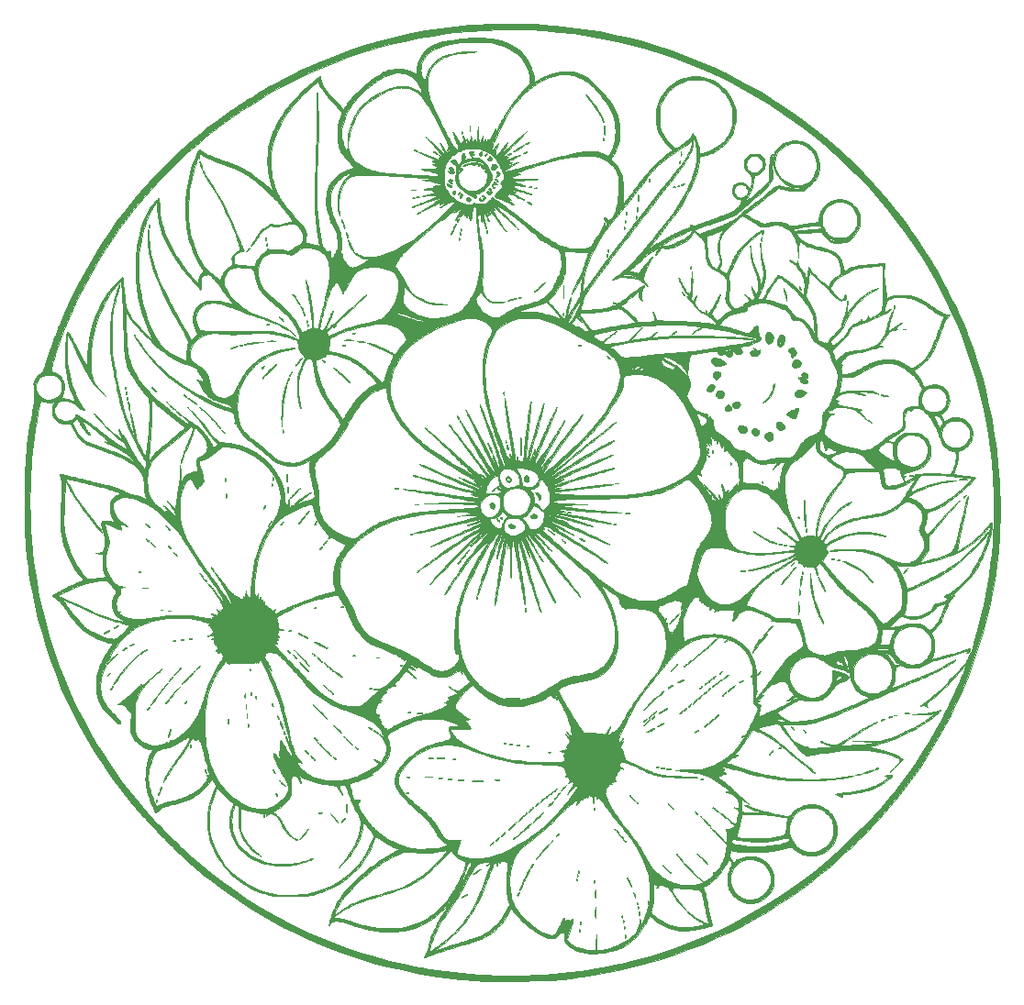
<source format=gbr>
%TF.GenerationSoftware,KiCad,Pcbnew,7.0.1*%
%TF.CreationDate,2023-09-06T23:08:09-07:00*%
%TF.ProjectId,flower_10,666c6f77-6572-45f3-9130-2e6b69636164,rev?*%
%TF.SameCoordinates,Original*%
%TF.FileFunction,Copper,L2,Bot*%
%TF.FilePolarity,Positive*%
%FSLAX46Y46*%
G04 Gerber Fmt 4.6, Leading zero omitted, Abs format (unit mm)*
G04 Created by KiCad (PCBNEW 7.0.1) date 2023-09-06 23:08:09*
%MOMM*%
%LPD*%
G01*
G04 APERTURE LIST*
%TA.AperFunction,EtchedComponent*%
%ADD10C,0.010000*%
%TD*%
G04 APERTURE END LIST*
%TO.C,G\u002A\u002A\u002A*%
D10*
X25845144Y-59369868D02*
X26058000Y-59369868D01*
X26078474Y-59573601D01*
X26137149Y-59770851D01*
X26229907Y-59956208D01*
X26352631Y-60124264D01*
X26501203Y-60269608D01*
X26671503Y-60386832D01*
X26859414Y-60470526D01*
X26907044Y-60485125D01*
X27013250Y-60504095D01*
X27146343Y-60512043D01*
X27292496Y-60509540D01*
X27437881Y-60497159D01*
X27568671Y-60475471D01*
X27645500Y-60454596D01*
X27846236Y-60375110D01*
X28010481Y-60283743D01*
X28143329Y-60176546D01*
X28249872Y-60049568D01*
X28319000Y-59932260D01*
X28389855Y-59772517D01*
X28433749Y-59621047D01*
X28454942Y-59459851D01*
X28458561Y-59342584D01*
X28441497Y-59115783D01*
X28389570Y-58912980D01*
X28302705Y-58734050D01*
X28180829Y-58578872D01*
X28023868Y-58447321D01*
X27867750Y-58356413D01*
X27646240Y-58270041D01*
X27415518Y-58223048D01*
X27181236Y-58215473D01*
X26949047Y-58247354D01*
X26724603Y-58318731D01*
X26659026Y-58348138D01*
X26488182Y-58453138D01*
X26341988Y-58589728D01*
X26223160Y-58753290D01*
X26134416Y-58939207D01*
X26078470Y-59142860D01*
X26058041Y-59359631D01*
X26058000Y-59369868D01*
X25845144Y-59369868D01*
X25843290Y-59346927D01*
X25834928Y-59192052D01*
X25834225Y-59065093D01*
X25841871Y-58959074D01*
X25858556Y-58867020D01*
X25884970Y-58781958D01*
X25921805Y-58696911D01*
X25946615Y-58647885D01*
X26020273Y-58531695D01*
X26120486Y-58406996D01*
X26236520Y-58285314D01*
X26357639Y-58178176D01*
X26440825Y-58117263D01*
X26487476Y-58085361D01*
X26529783Y-58052563D01*
X26569036Y-58015988D01*
X26606526Y-57972757D01*
X26643541Y-57919986D01*
X26681372Y-57854796D01*
X26721309Y-57774306D01*
X26764642Y-57675634D01*
X26812660Y-57555900D01*
X26866653Y-57412222D01*
X26927911Y-57241720D01*
X26997724Y-57041513D01*
X27077382Y-56808719D01*
X27168174Y-56540457D01*
X27233167Y-56347500D01*
X27358267Y-55977533D01*
X27473297Y-55641559D01*
X27580616Y-55333106D01*
X27682587Y-55045700D01*
X27781570Y-54772869D01*
X27879927Y-54508140D01*
X27980017Y-54245039D01*
X28084204Y-53977093D01*
X28194847Y-53697831D01*
X28248442Y-53564084D01*
X28776599Y-52306714D01*
X29342436Y-51068563D01*
X29945711Y-49850031D01*
X30586183Y-48651520D01*
X31263609Y-47473433D01*
X31977749Y-46316171D01*
X32728358Y-45180136D01*
X33515197Y-44065729D01*
X34338023Y-42973354D01*
X35196595Y-41903411D01*
X35445881Y-41604917D01*
X35701475Y-41304650D01*
X35954729Y-41013732D01*
X36210102Y-40727386D01*
X36472053Y-40440835D01*
X36745041Y-40149301D01*
X37033524Y-39848009D01*
X37341961Y-39532182D01*
X37674810Y-39197043D01*
X37935480Y-38937737D01*
X38759571Y-38137286D01*
X39573839Y-37377945D01*
X40378345Y-36659663D01*
X41173148Y-35982386D01*
X41958307Y-35346062D01*
X42187000Y-35167012D01*
X42437585Y-34976075D01*
X42720467Y-34767070D01*
X43031200Y-34542954D01*
X43365337Y-34306681D01*
X43718432Y-34061208D01*
X44086039Y-33809492D01*
X44463712Y-33554489D01*
X44847004Y-33299155D01*
X45231468Y-33046445D01*
X45612659Y-32799317D01*
X45986129Y-32560726D01*
X46347434Y-32333628D01*
X46692125Y-32120980D01*
X47015758Y-31925738D01*
X47313885Y-31750857D01*
X47396524Y-31703467D01*
X48140356Y-31290055D01*
X48916138Y-30879152D01*
X49713558Y-30475763D01*
X50522306Y-30084892D01*
X51332072Y-29711545D01*
X52132543Y-29360725D01*
X52770334Y-29095170D01*
X54055865Y-28596066D01*
X55353973Y-28137325D01*
X56664025Y-27719092D01*
X57985389Y-27341508D01*
X59317432Y-27004718D01*
X60659523Y-26708865D01*
X62011029Y-26454092D01*
X63371317Y-26240543D01*
X64739757Y-26068361D01*
X66115716Y-25937689D01*
X66952000Y-25878820D01*
X67687684Y-25840988D01*
X68453145Y-25815229D01*
X69237582Y-25801542D01*
X70030199Y-25799927D01*
X70820196Y-25810384D01*
X71596773Y-25832911D01*
X72349134Y-25867508D01*
X72550584Y-25879152D01*
X73947482Y-25984353D01*
X75332629Y-26130219D01*
X76705915Y-26316719D01*
X78067232Y-26543817D01*
X79416469Y-26811480D01*
X80753518Y-27119675D01*
X82078270Y-27468368D01*
X83390615Y-27857525D01*
X84690445Y-28287113D01*
X85977649Y-28757097D01*
X87252120Y-29267445D01*
X88513748Y-29818122D01*
X89762424Y-30409094D01*
X90998038Y-31040329D01*
X92220482Y-31711793D01*
X93082250Y-32214061D01*
X94237105Y-32927931D01*
X95372883Y-33679084D01*
X96488175Y-34466327D01*
X97581568Y-35288472D01*
X98651653Y-36144327D01*
X99697016Y-37032703D01*
X100716248Y-37952410D01*
X101707937Y-38902257D01*
X102670672Y-39881054D01*
X103603042Y-40887610D01*
X104280782Y-41659143D01*
X104810550Y-42288603D01*
X105336316Y-42937616D01*
X105854419Y-43601095D01*
X106361200Y-44273954D01*
X106852996Y-44951107D01*
X107326149Y-45627465D01*
X107776996Y-46297944D01*
X108201879Y-46957457D01*
X108597135Y-47600916D01*
X108781083Y-47912584D01*
X109071492Y-48419094D01*
X109363030Y-48941864D01*
X109653570Y-49476576D01*
X109940983Y-50018911D01*
X110223141Y-50564551D01*
X110497914Y-51109179D01*
X110763175Y-51648477D01*
X111016794Y-52178127D01*
X111256645Y-52693810D01*
X111480598Y-53191210D01*
X111686524Y-53666007D01*
X111872296Y-54113885D01*
X112010107Y-54463261D01*
X112483229Y-55753460D01*
X112915540Y-57053581D01*
X113307158Y-58364151D01*
X113658203Y-59685699D01*
X113968792Y-61018751D01*
X114239045Y-62363835D01*
X114469078Y-63721480D01*
X114659012Y-65092214D01*
X114808964Y-66476563D01*
X114872317Y-67216584D01*
X114928977Y-68062522D01*
X114969225Y-68927618D01*
X114992974Y-69802079D01*
X115000135Y-70676113D01*
X114990620Y-71539926D01*
X114964343Y-72383726D01*
X114925366Y-73132667D01*
X114820203Y-74471921D01*
X114673666Y-75803308D01*
X114486058Y-77126016D01*
X114257685Y-78439236D01*
X113988851Y-79742156D01*
X113679861Y-81033966D01*
X113331018Y-82313854D01*
X112942628Y-83581010D01*
X112514996Y-84834623D01*
X112048425Y-86073882D01*
X111543220Y-87297977D01*
X110999686Y-88506096D01*
X110418128Y-89697429D01*
X109798849Y-90871165D01*
X109142155Y-92026494D01*
X108448350Y-93162603D01*
X107717739Y-94278684D01*
X106950625Y-95373923D01*
X106188029Y-96394756D01*
X105708162Y-97008397D01*
X105232400Y-97597799D01*
X104755267Y-98169135D01*
X104271285Y-98728579D01*
X103774979Y-99282306D01*
X103260872Y-99836490D01*
X102723488Y-100397305D01*
X102157349Y-100970925D01*
X101916622Y-101210282D01*
X101287753Y-101822553D01*
X100667844Y-102405672D01*
X100047977Y-102967496D01*
X99419232Y-103515882D01*
X98772690Y-104058687D01*
X98099430Y-104603769D01*
X97760084Y-104871715D01*
X96722153Y-105658263D01*
X95655998Y-106413856D01*
X94562762Y-107138026D01*
X93443587Y-107830311D01*
X92299617Y-108490244D01*
X91131992Y-109117359D01*
X89941858Y-109711193D01*
X88730355Y-110271280D01*
X87498627Y-110797155D01*
X86247816Y-111288352D01*
X84979066Y-111744406D01*
X83693518Y-112164853D01*
X82392316Y-112549227D01*
X81076602Y-112897063D01*
X79747520Y-113207895D01*
X78406210Y-113481259D01*
X77053817Y-113716690D01*
X75691484Y-113913721D01*
X75482167Y-113940460D01*
X75172447Y-113977367D01*
X74858444Y-114010713D01*
X74536888Y-114040658D01*
X74204515Y-114067359D01*
X73858055Y-114090974D01*
X73494244Y-114111662D01*
X73109813Y-114129580D01*
X72701496Y-114144887D01*
X72266026Y-114157741D01*
X71800135Y-114168299D01*
X71300557Y-114176721D01*
X70764026Y-114183163D01*
X70402167Y-114186303D01*
X70158056Y-114188200D01*
X69923552Y-114190140D01*
X69702561Y-114192083D01*
X69498988Y-114193990D01*
X69316739Y-114195821D01*
X69159717Y-114197535D01*
X69031830Y-114199094D01*
X68936982Y-114200456D01*
X68879079Y-114201584D01*
X68867584Y-114201942D01*
X68819501Y-114202713D01*
X68734213Y-114202844D01*
X68616841Y-114202375D01*
X68472507Y-114201345D01*
X68306333Y-114199794D01*
X68123441Y-114197764D01*
X67928953Y-114195292D01*
X67819834Y-114193773D01*
X67618136Y-114190600D01*
X67422683Y-114187002D01*
X67239039Y-114183119D01*
X67072768Y-114179091D01*
X66929434Y-114175057D01*
X66814602Y-114171157D01*
X66733837Y-114167529D01*
X66708584Y-114165909D01*
X65289111Y-114037660D01*
X63886773Y-113872505D01*
X62502138Y-113670583D01*
X61135771Y-113432033D01*
X59788240Y-113156994D01*
X58460110Y-112845604D01*
X57151948Y-112498001D01*
X55864321Y-112114324D01*
X54597795Y-111694712D01*
X53352937Y-111239303D01*
X52130314Y-110748236D01*
X51345143Y-110408805D01*
X50149588Y-109855164D01*
X48970663Y-109264814D01*
X47807394Y-108637156D01*
X46658808Y-107971592D01*
X45523930Y-107267522D01*
X44401786Y-106524347D01*
X43291403Y-105741469D01*
X42191807Y-104918288D01*
X41382667Y-104281381D01*
X41106091Y-104054265D01*
X40804922Y-103798002D01*
X40482236Y-103515485D01*
X40141107Y-103209606D01*
X39784611Y-102883260D01*
X39415821Y-102539340D01*
X39037813Y-102180740D01*
X38653662Y-101810352D01*
X38266441Y-101431071D01*
X37879227Y-101045790D01*
X37495093Y-100657402D01*
X37117115Y-100268802D01*
X37101781Y-100252893D01*
X36809880Y-99949110D01*
X36544944Y-99671479D01*
X36303778Y-99416440D01*
X36083191Y-99180436D01*
X35879989Y-98959908D01*
X35690981Y-98751296D01*
X35512973Y-98551043D01*
X35342772Y-98355588D01*
X35177186Y-98161375D01*
X35013023Y-97964844D01*
X34847090Y-97762436D01*
X34676193Y-97550592D01*
X34665976Y-97537834D01*
X33811888Y-96438707D01*
X32996031Y-95323026D01*
X32218586Y-94191192D01*
X31479735Y-93043606D01*
X30779660Y-91880666D01*
X30118542Y-90702775D01*
X29496562Y-89510332D01*
X28913903Y-88303737D01*
X28370745Y-87083392D01*
X27867270Y-85849696D01*
X27403660Y-84603049D01*
X26980096Y-83343853D01*
X26596760Y-82072507D01*
X26253834Y-80789412D01*
X25951498Y-79494968D01*
X25689935Y-78189575D01*
X25562551Y-77461250D01*
X25477096Y-76934830D01*
X25401394Y-76443383D01*
X25334768Y-75980854D01*
X25276541Y-75541187D01*
X25226037Y-75118326D01*
X25182580Y-74706216D01*
X25145491Y-74298803D01*
X25114096Y-73890029D01*
X25087716Y-73473840D01*
X25065676Y-73044181D01*
X25063453Y-72995084D01*
X25051299Y-72693012D01*
X25040320Y-72360001D01*
X25030560Y-72001423D01*
X25022063Y-71622652D01*
X25014872Y-71229058D01*
X25009029Y-70826016D01*
X25004580Y-70418897D01*
X25003620Y-70289544D01*
X25488925Y-70289544D01*
X25499711Y-71049054D01*
X25521919Y-71797343D01*
X25555479Y-72524726D01*
X25600324Y-73221519D01*
X25603185Y-73259667D01*
X25726996Y-74625471D01*
X25890917Y-75977900D01*
X26094896Y-77316802D01*
X26338882Y-78642030D01*
X26622824Y-79953432D01*
X26946670Y-81250859D01*
X27310371Y-82534162D01*
X27713874Y-83803191D01*
X28157128Y-85057795D01*
X28640083Y-86297826D01*
X29162687Y-87523133D01*
X29724890Y-88733567D01*
X30326639Y-89928977D01*
X30967885Y-91109216D01*
X31648575Y-92274131D01*
X32368660Y-93423575D01*
X32609536Y-93791334D01*
X33312214Y-94820407D01*
X34045591Y-95830805D01*
X34812040Y-96825533D01*
X35613933Y-97807597D01*
X36453640Y-98780000D01*
X37169426Y-99569406D01*
X37290290Y-99698134D01*
X37436911Y-99851391D01*
X37604514Y-100024381D01*
X37788324Y-100212308D01*
X37983565Y-100410376D01*
X38185463Y-100613790D01*
X38389242Y-100817754D01*
X38590126Y-101017474D01*
X38783342Y-101208152D01*
X38964114Y-101384994D01*
X39127666Y-101543204D01*
X39266000Y-101674949D01*
X40262698Y-102588482D01*
X41272344Y-103462376D01*
X42296590Y-104297789D01*
X43337085Y-105095878D01*
X44395478Y-105857803D01*
X45473421Y-106584720D01*
X46572563Y-107277789D01*
X47694554Y-107938167D01*
X48841043Y-108567013D01*
X49754084Y-109036723D01*
X50977947Y-109625563D01*
X52213944Y-110174181D01*
X53462924Y-110682869D01*
X54725736Y-111151915D01*
X56003231Y-111581609D01*
X57296257Y-111972243D01*
X58605666Y-112324104D01*
X59932305Y-112637485D01*
X60898334Y-112839394D01*
X61629278Y-112977859D01*
X62358186Y-113103370D01*
X63090056Y-113216494D01*
X63829887Y-113317800D01*
X64582677Y-113407854D01*
X65353424Y-113487225D01*
X66147128Y-113556478D01*
X66968786Y-113616183D01*
X67823397Y-113666905D01*
X68465417Y-113698339D01*
X68642122Y-113706294D01*
X68810752Y-113713925D01*
X68965243Y-113720956D01*
X69099534Y-113727107D01*
X69207563Y-113732104D01*
X69283267Y-113735667D01*
X69312084Y-113737073D01*
X69399532Y-113741420D01*
X69485272Y-113745563D01*
X69526635Y-113747498D01*
X69568814Y-113747825D01*
X69647502Y-113746881D01*
X69756894Y-113744795D01*
X69891189Y-113741698D01*
X70044584Y-113737719D01*
X70211276Y-113732987D01*
X70309801Y-113730010D01*
X71230953Y-113696556D01*
X72115224Y-113653988D01*
X72967188Y-113601767D01*
X73791420Y-113539357D01*
X74592495Y-113466221D01*
X75374987Y-113381821D01*
X76143469Y-113285620D01*
X76902518Y-113177082D01*
X77656706Y-113055669D01*
X78410608Y-112920844D01*
X79168800Y-112772071D01*
X79935854Y-112608811D01*
X80022417Y-112589623D01*
X81348137Y-112273036D01*
X82660247Y-111916415D01*
X83958396Y-111519925D01*
X85242230Y-111083737D01*
X86511399Y-110608018D01*
X87765550Y-110092935D01*
X89004331Y-109538659D01*
X90227391Y-108945355D01*
X91434376Y-108313194D01*
X92624936Y-107642342D01*
X93798717Y-106932969D01*
X94955369Y-106185242D01*
X96094538Y-105399330D01*
X97215874Y-104575400D01*
X97897667Y-104048948D01*
X98177996Y-103825997D01*
X98454133Y-103601274D01*
X98728830Y-103372264D01*
X99004842Y-103136453D01*
X99284921Y-102891326D01*
X99571822Y-102634368D01*
X99868298Y-102363064D01*
X100177102Y-102074900D01*
X100500988Y-101767361D01*
X100842709Y-101437932D01*
X101205020Y-101084098D01*
X101590673Y-100703345D01*
X101921105Y-100374422D01*
X102248536Y-100046641D01*
X102548075Y-99744954D01*
X102822525Y-99466301D01*
X103074693Y-99207626D01*
X103307383Y-98965871D01*
X103523399Y-98737979D01*
X103725548Y-98520890D01*
X103916633Y-98311549D01*
X104099460Y-98106896D01*
X104276834Y-97903875D01*
X104451560Y-97699427D01*
X104626443Y-97490496D01*
X104804287Y-97274023D01*
X104987897Y-97046950D01*
X105086320Y-96924000D01*
X105818719Y-95981272D01*
X106525650Y-95020825D01*
X107204713Y-94046382D01*
X107853509Y-93061664D01*
X108469638Y-92070394D01*
X109050701Y-91076292D01*
X109594298Y-90083081D01*
X109978588Y-89335750D01*
X110115364Y-89058908D01*
X110257873Y-88764558D01*
X110404341Y-88456703D01*
X110552994Y-88139346D01*
X110702056Y-87816490D01*
X110849753Y-87492138D01*
X110994310Y-87170293D01*
X111133953Y-86854957D01*
X111266906Y-86550135D01*
X111391396Y-86259829D01*
X111505647Y-85988042D01*
X111607886Y-85738777D01*
X111696336Y-85516036D01*
X111769223Y-85323824D01*
X111817351Y-85188216D01*
X111855355Y-85072627D01*
X111878377Y-84991637D01*
X111886925Y-84940448D01*
X111881504Y-84914261D01*
X111862622Y-84908278D01*
X111846500Y-84911917D01*
X111812824Y-84911908D01*
X111804913Y-84881903D01*
X111822983Y-84821189D01*
X111867255Y-84729059D01*
X111937946Y-84604801D01*
X111944168Y-84594417D01*
X112064965Y-84386596D01*
X112165480Y-84197248D01*
X112252653Y-84012422D01*
X112333424Y-83818169D01*
X112344717Y-83789164D01*
X112371422Y-83718623D01*
X112396837Y-83647783D01*
X112422321Y-83572006D01*
X112449233Y-83486652D01*
X112478932Y-83387080D01*
X112512778Y-83268651D01*
X112552130Y-83126724D01*
X112598347Y-82956661D01*
X112652788Y-82753821D01*
X112701003Y-82573000D01*
X112735821Y-82442535D01*
X112779251Y-82280376D01*
X112828829Y-82095690D01*
X112882091Y-81897642D01*
X112936574Y-81695399D01*
X112989814Y-81498125D01*
X113011086Y-81419417D01*
X113259142Y-80460658D01*
X113481355Y-79512933D01*
X113678617Y-78570408D01*
X113851817Y-77627245D01*
X114001845Y-76677609D01*
X114129593Y-75715664D01*
X114235949Y-74735575D01*
X114321804Y-73731505D01*
X114388048Y-72697618D01*
X114410669Y-72243667D01*
X114424096Y-71883909D01*
X114433342Y-71489078D01*
X114438494Y-71066219D01*
X114439641Y-70622377D01*
X114436870Y-70164596D01*
X114430271Y-69699922D01*
X114419929Y-69235398D01*
X114405935Y-68778070D01*
X114388376Y-68334983D01*
X114367339Y-67913181D01*
X114353654Y-67682250D01*
X114247490Y-66334363D01*
X114099617Y-64992812D01*
X113910305Y-63658478D01*
X113679825Y-62332241D01*
X113408447Y-61014983D01*
X113096443Y-59707583D01*
X112744083Y-58410923D01*
X112351638Y-57125883D01*
X111919378Y-55853343D01*
X111447575Y-54594185D01*
X110936500Y-53349289D01*
X110386422Y-52119536D01*
X109797613Y-50905806D01*
X109170343Y-49708980D01*
X108504884Y-48529939D01*
X108421969Y-48388834D01*
X107727543Y-47252975D01*
X106994903Y-46133594D01*
X106225532Y-45032455D01*
X105420909Y-43951322D01*
X104582516Y-42891959D01*
X103711833Y-41856128D01*
X102810342Y-40845595D01*
X101879524Y-39862122D01*
X100920858Y-38907474D01*
X99935827Y-37983415D01*
X98965130Y-37125327D01*
X97921854Y-36257634D01*
X96851664Y-35421953D01*
X95755824Y-34618920D01*
X94635601Y-33849173D01*
X93492259Y-33113347D01*
X92327065Y-32412080D01*
X91141283Y-31746008D01*
X89936180Y-31115767D01*
X88713022Y-30521993D01*
X87473073Y-29965325D01*
X86217599Y-29446397D01*
X84947866Y-28965847D01*
X83665139Y-28524311D01*
X82370685Y-28122425D01*
X81065768Y-27760826D01*
X79751654Y-27440151D01*
X79673167Y-27422367D01*
X78343702Y-27144101D01*
X77004834Y-26906982D01*
X75657236Y-26711041D01*
X74301581Y-26556309D01*
X72938545Y-26442817D01*
X71568798Y-26370595D01*
X70193016Y-26339675D01*
X68811872Y-26350087D01*
X67426040Y-26401862D01*
X66036192Y-26495030D01*
X64643002Y-26629623D01*
X63999250Y-26705698D01*
X62668145Y-26893339D01*
X61344598Y-27122444D01*
X60029387Y-27392693D01*
X58723291Y-27703762D01*
X57427089Y-28055331D01*
X56141558Y-28447076D01*
X54867479Y-28878675D01*
X53605628Y-29349807D01*
X52356786Y-29860150D01*
X51121731Y-30409382D01*
X49901241Y-30997179D01*
X48696096Y-31623222D01*
X47507073Y-32287186D01*
X46334951Y-32988751D01*
X45180509Y-33727594D01*
X44044526Y-34503393D01*
X42927781Y-35315826D01*
X42620917Y-35548094D01*
X42140697Y-35919031D01*
X41688003Y-36278105D01*
X41256128Y-36631162D01*
X40838367Y-36984045D01*
X40428015Y-37342600D01*
X40018364Y-37712672D01*
X39602710Y-38100106D01*
X39174347Y-38510748D01*
X38792790Y-38884826D01*
X38053948Y-39629010D01*
X37339968Y-40374713D01*
X36653314Y-41119159D01*
X35996450Y-41859574D01*
X35371838Y-42593181D01*
X34781943Y-43317206D01*
X34245545Y-44007334D01*
X33639861Y-44830667D01*
X33046142Y-45686236D01*
X32466542Y-46569915D01*
X31903216Y-47477578D01*
X31358317Y-48405098D01*
X30834002Y-49348350D01*
X30332425Y-50303207D01*
X29855740Y-51265545D01*
X29406102Y-52231235D01*
X28985666Y-53196153D01*
X28596586Y-54156173D01*
X28241017Y-55107168D01*
X27921114Y-56045013D01*
X27860412Y-56234397D01*
X27787455Y-56468458D01*
X27718259Y-56697957D01*
X27653965Y-56918612D01*
X27595713Y-57126144D01*
X27544644Y-57316273D01*
X27501898Y-57484717D01*
X27468615Y-57627196D01*
X27445936Y-57739430D01*
X27435001Y-57817138D01*
X27434165Y-57834317D01*
X27447323Y-57856337D01*
X27489112Y-57888236D01*
X27562524Y-57931877D01*
X27670552Y-57989124D01*
X27735459Y-58021922D01*
X27924557Y-58119987D01*
X28078977Y-58209036D01*
X28204178Y-58293510D01*
X28305619Y-58377851D01*
X28388759Y-58466498D01*
X28459058Y-58563893D01*
X28510370Y-58652312D01*
X28566058Y-58774765D01*
X28604792Y-58905409D01*
X28628469Y-59053888D01*
X28638987Y-59229843D01*
X28639936Y-59310834D01*
X28633433Y-59532232D01*
X28614146Y-59732869D01*
X28583004Y-59908128D01*
X28540933Y-60053389D01*
X28488861Y-60164034D01*
X28460675Y-60203387D01*
X28424648Y-60250904D01*
X28408773Y-60288595D01*
X28416686Y-60319220D01*
X28452020Y-60345539D01*
X28518412Y-60370314D01*
X28619495Y-60396304D01*
X28752373Y-60424924D01*
X28986529Y-60483376D01*
X29214118Y-60559422D01*
X29422937Y-60648495D01*
X29586847Y-60737319D01*
X29649101Y-60775606D01*
X29691742Y-60799076D01*
X29714951Y-60804040D01*
X29718907Y-60786807D01*
X29703792Y-60743686D01*
X29669785Y-60670987D01*
X29617067Y-60565019D01*
X29597208Y-60525346D01*
X29500427Y-60315014D01*
X29401976Y-60069773D01*
X29303930Y-59796882D01*
X29208363Y-59503598D01*
X29117349Y-59197181D01*
X29032964Y-58884888D01*
X28957281Y-58573977D01*
X28892376Y-58271708D01*
X28840323Y-57985339D01*
X28808457Y-57765667D01*
X28800844Y-57681721D01*
X28794009Y-57561025D01*
X28788001Y-57409154D01*
X28782869Y-57231685D01*
X28778663Y-57034194D01*
X28775433Y-56822257D01*
X28773227Y-56601450D01*
X28772096Y-56377350D01*
X28772089Y-56155533D01*
X28773256Y-55941576D01*
X28775646Y-55741053D01*
X28779308Y-55559543D01*
X28784291Y-55402620D01*
X28786951Y-55342084D01*
X28800608Y-55096724D01*
X28816208Y-54878783D01*
X28833450Y-54690858D01*
X28852035Y-54535548D01*
X28871663Y-54415450D01*
X28892034Y-54333163D01*
X28907421Y-54298124D01*
X28934660Y-54264880D01*
X28961752Y-54264602D01*
X28985811Y-54278249D01*
X29015798Y-54302201D01*
X29050702Y-54339888D01*
X29091789Y-54393518D01*
X29140326Y-54465297D01*
X29197580Y-54557435D01*
X29264817Y-54672137D01*
X29343304Y-54811612D01*
X29434308Y-54978068D01*
X29539095Y-55173711D01*
X29658932Y-55400750D01*
X29795085Y-55661391D01*
X29942351Y-55945334D01*
X30080017Y-56210498D01*
X30200248Y-56439830D01*
X30304284Y-56635492D01*
X30393362Y-56799642D01*
X30468722Y-56934443D01*
X30531603Y-57042053D01*
X30583243Y-57124633D01*
X30624883Y-57184344D01*
X30657761Y-57223346D01*
X30683116Y-57243800D01*
X30688444Y-57246276D01*
X30714105Y-57242023D01*
X30733372Y-57205403D01*
X30746683Y-57134013D01*
X30754478Y-57025451D01*
X30757195Y-56877314D01*
X30757205Y-56869997D01*
X30776390Y-56269190D01*
X30832134Y-55655576D01*
X30923026Y-55035068D01*
X31047655Y-54413577D01*
X31204610Y-53797015D01*
X31392479Y-53191292D01*
X31609851Y-52602321D01*
X31855315Y-52036012D01*
X31965645Y-51807950D01*
X32127299Y-51498776D01*
X32292539Y-51213604D01*
X32468217Y-50942211D01*
X32661183Y-50674374D01*
X32878291Y-50399870D01*
X33030809Y-50218601D01*
X33113167Y-50124662D01*
X33208620Y-50019073D01*
X33313327Y-49905767D01*
X33423446Y-49788679D01*
X33535137Y-49671744D01*
X33644558Y-49558897D01*
X33747867Y-49454070D01*
X33841224Y-49361200D01*
X33920788Y-49284221D01*
X33982716Y-49227067D01*
X34023169Y-49193672D01*
X34037929Y-49187037D01*
X34043220Y-49211339D01*
X34051729Y-49272864D01*
X34062908Y-49366667D01*
X34076211Y-49487806D01*
X34091093Y-49631337D01*
X34107007Y-49792316D01*
X34120455Y-49934000D01*
X34156400Y-50312996D01*
X34189731Y-50650450D01*
X34220530Y-50947066D01*
X34248876Y-51203549D01*
X34274850Y-51420604D01*
X34298533Y-51598937D01*
X34320003Y-51739252D01*
X34335565Y-51824232D01*
X34374221Y-51990415D01*
X34421988Y-52147857D01*
X34481528Y-52301094D01*
X34555501Y-52454660D01*
X34646565Y-52613091D01*
X34757383Y-52780921D01*
X34890613Y-52962686D01*
X35048916Y-53162920D01*
X35234952Y-53386158D01*
X35288727Y-53449150D01*
X35441847Y-53625937D01*
X35600417Y-53805655D01*
X35761182Y-53984852D01*
X35920883Y-54160073D01*
X36076265Y-54327867D01*
X36224070Y-54484780D01*
X36361042Y-54627360D01*
X36483924Y-54752153D01*
X36589459Y-54855707D01*
X36674389Y-54934569D01*
X36735460Y-54985285D01*
X36742205Y-54990143D01*
X36811327Y-55038520D01*
X36765958Y-54915135D01*
X36742250Y-54856167D01*
X36704096Y-54767707D01*
X36655362Y-54658431D01*
X36599913Y-54537017D01*
X36545954Y-54421334D01*
X36258306Y-53762861D01*
X36005279Y-53082758D01*
X35787271Y-52384313D01*
X35604680Y-51670815D01*
X35457906Y-50945554D01*
X35347346Y-50211817D01*
X35273400Y-49472893D01*
X35236465Y-48732071D01*
X35236685Y-48389358D01*
X35509831Y-48389358D01*
X35511211Y-48604501D01*
X35514259Y-48809831D01*
X35518973Y-48997903D01*
X35525354Y-49161272D01*
X35533401Y-49292493D01*
X35536736Y-49330750D01*
X35629160Y-50112392D01*
X35752389Y-50870378D01*
X35906105Y-51603421D01*
X36089986Y-52310231D01*
X36303713Y-52989518D01*
X36546963Y-53639994D01*
X36694287Y-53987417D01*
X36880173Y-54379501D01*
X37074753Y-54733895D01*
X37281271Y-55054890D01*
X37502970Y-55346778D01*
X37743095Y-55613850D01*
X38004888Y-55860396D01*
X38274554Y-56077964D01*
X38425903Y-56186533D01*
X38590436Y-56295572D01*
X38763103Y-56402464D01*
X38938852Y-56504589D01*
X39112632Y-56599331D01*
X39279390Y-56684070D01*
X39434077Y-56756189D01*
X39571639Y-56813070D01*
X39687026Y-56852094D01*
X39775187Y-56870645D01*
X39805750Y-56871548D01*
X39890417Y-56866084D01*
X39892365Y-56590917D01*
X39894418Y-56470600D01*
X39899554Y-56362080D01*
X39908964Y-56257563D01*
X40248540Y-56257563D01*
X40259772Y-56476037D01*
X40277661Y-56583715D01*
X40304917Y-56681153D01*
X40344830Y-56772127D01*
X40400691Y-56860410D01*
X40475790Y-56949777D01*
X40573416Y-57044003D01*
X40696859Y-57146862D01*
X40849411Y-57262128D01*
X41034359Y-57393577D01*
X41097889Y-57437584D01*
X41222399Y-57524887D01*
X41343740Y-57612618D01*
X41454516Y-57695229D01*
X41547332Y-57767175D01*
X41614791Y-57822909D01*
X41630075Y-57836657D01*
X41694920Y-57901614D01*
X41751327Y-57969927D01*
X41801270Y-58046474D01*
X41846726Y-58136132D01*
X41889669Y-58243780D01*
X41932074Y-58374296D01*
X41975918Y-58532557D01*
X42023175Y-58723441D01*
X42068468Y-58919250D01*
X42118833Y-59136382D01*
X42164124Y-59317177D01*
X42206607Y-59466989D01*
X42248549Y-59591172D01*
X42292216Y-59695081D01*
X42339874Y-59784070D01*
X42393789Y-59863494D01*
X42456230Y-59938707D01*
X42529461Y-60015063D01*
X42534368Y-60019917D01*
X42705469Y-60161978D01*
X42889524Y-60264000D01*
X43085297Y-60325827D01*
X43291552Y-60347305D01*
X43507053Y-60328279D01*
X43730567Y-60268594D01*
X43912084Y-60192551D01*
X44002403Y-60145752D01*
X44083337Y-60095759D01*
X44157749Y-60038775D01*
X44228498Y-59971005D01*
X44298447Y-59888653D01*
X44370458Y-59787924D01*
X44447391Y-59665021D01*
X44532109Y-59516148D01*
X44627472Y-59337510D01*
X44736344Y-59125310D01*
X44776237Y-59046250D01*
X44903799Y-58795938D01*
X45018000Y-58579231D01*
X45121932Y-58390726D01*
X45218689Y-58225025D01*
X45311362Y-58076727D01*
X45403047Y-57940430D01*
X45437291Y-57892028D01*
X45523967Y-57780818D01*
X45635274Y-57652555D01*
X45762490Y-57516259D01*
X45896894Y-57380949D01*
X46029766Y-57255644D01*
X46152384Y-57149364D01*
X46166334Y-57138045D01*
X46555939Y-56850769D01*
X46973764Y-56591667D01*
X47414778Y-56362711D01*
X47873949Y-56165876D01*
X48346247Y-56003133D01*
X48826642Y-55876456D01*
X49310101Y-55787816D01*
X49722334Y-55743666D01*
X49820147Y-55738386D01*
X49879391Y-55739280D01*
X49899606Y-55746579D01*
X49880332Y-55760514D01*
X49821109Y-55781314D01*
X49721478Y-55809210D01*
X49580979Y-55844433D01*
X49467761Y-55871310D01*
X49222311Y-55929534D01*
X49010934Y-55981773D01*
X48826138Y-56030075D01*
X48660430Y-56076488D01*
X48506320Y-56123058D01*
X48356316Y-56171833D01*
X48307473Y-56188407D01*
X47843327Y-56364612D01*
X47413363Y-56564166D01*
X47015406Y-56788734D01*
X46647279Y-57039980D01*
X46306809Y-57319566D01*
X45991819Y-57629157D01*
X45700134Y-57970417D01*
X45429578Y-58345009D01*
X45371359Y-58434110D01*
X45280108Y-58584040D01*
X45185545Y-58753060D01*
X45092812Y-58930875D01*
X45007052Y-59107189D01*
X44933407Y-59271705D01*
X44877021Y-59414128D01*
X44865865Y-59446141D01*
X44790397Y-59690709D01*
X44731200Y-59930407D01*
X44686666Y-60175193D01*
X44655186Y-60435028D01*
X44635153Y-60719871D01*
X44627536Y-60922089D01*
X44626099Y-61342207D01*
X44646024Y-61727902D01*
X44688030Y-62081713D01*
X44752838Y-62406175D01*
X44841166Y-62703828D01*
X44953733Y-62977206D01*
X45091260Y-63228849D01*
X45254466Y-63461293D01*
X45393710Y-63624073D01*
X45569759Y-63798235D01*
X45779255Y-63975982D01*
X46025679Y-64160228D01*
X46081667Y-64199477D01*
X46284322Y-64345045D01*
X46493816Y-64505626D01*
X46714257Y-64684644D01*
X46949751Y-64885522D01*
X47204406Y-65111685D01*
X47482328Y-65366558D01*
X47488984Y-65372745D01*
X47689114Y-65556432D01*
X47864985Y-65711862D01*
X48021071Y-65841871D01*
X48161845Y-65949290D01*
X48291780Y-66036955D01*
X48415349Y-66107698D01*
X48537026Y-66164354D01*
X48661285Y-66209756D01*
X48792598Y-66246737D01*
X48910346Y-66273107D01*
X49147796Y-66312541D01*
X49398755Y-66338158D01*
X49651908Y-66349660D01*
X49895941Y-66346751D01*
X50119540Y-66329133D01*
X50255206Y-66308396D01*
X50358281Y-66284138D01*
X50468082Y-66251314D01*
X50549852Y-66221360D01*
X50684960Y-66158692D01*
X50847469Y-66072954D01*
X51031918Y-65967760D01*
X51232845Y-65846724D01*
X51444785Y-65713459D01*
X51662278Y-65571580D01*
X51879861Y-65424701D01*
X52092071Y-65276434D01*
X52293446Y-65130396D01*
X52478523Y-64990198D01*
X52641840Y-64859456D01*
X52755025Y-64762432D01*
X52950279Y-64574313D01*
X53151819Y-64354655D01*
X53353039Y-64112241D01*
X53547334Y-63855853D01*
X53728099Y-63594275D01*
X53888728Y-63336290D01*
X54022615Y-63090681D01*
X54042174Y-63050931D01*
X54079309Y-62968010D01*
X54105482Y-62890996D01*
X54119237Y-62816155D01*
X54119113Y-62739752D01*
X54103655Y-62658052D01*
X54071403Y-62567320D01*
X54020900Y-62463822D01*
X53950689Y-62343823D01*
X53859310Y-62203588D01*
X53745307Y-62039382D01*
X53607221Y-61847471D01*
X53532385Y-61745000D01*
X53245693Y-61345079D01*
X52989458Y-60968815D01*
X52761779Y-60612569D01*
X52560756Y-60272704D01*
X52384486Y-59945581D01*
X52231069Y-59627564D01*
X52098602Y-59315013D01*
X51985185Y-59004292D01*
X51888916Y-58691761D01*
X51839754Y-58506500D01*
X51805617Y-58365635D01*
X51776325Y-58233296D01*
X51750279Y-58100415D01*
X51725885Y-57957921D01*
X51701544Y-57796745D01*
X51675659Y-57607816D01*
X51659137Y-57480595D01*
X51634100Y-57296978D01*
X51610011Y-57150719D01*
X51585103Y-57036931D01*
X51571522Y-56994343D01*
X51843398Y-56994343D01*
X51848766Y-57064555D01*
X51875320Y-57261848D01*
X51917535Y-57490468D01*
X51973414Y-57743265D01*
X52040961Y-58013089D01*
X52118179Y-58292792D01*
X52203073Y-58575225D01*
X52293645Y-58853239D01*
X52387900Y-59119684D01*
X52483840Y-59367411D01*
X52508554Y-59427250D01*
X52601415Y-59634794D01*
X52711430Y-59854087D01*
X52840774Y-60088897D01*
X52991623Y-60342994D01*
X53166153Y-60620145D01*
X53366539Y-60924121D01*
X53409391Y-60987700D01*
X53491354Y-61108913D01*
X53590083Y-61254941D01*
X53698641Y-61415523D01*
X53810093Y-61580398D01*
X53917501Y-61739304D01*
X53971542Y-61819263D01*
X54056780Y-61946864D01*
X54133578Y-62064671D01*
X54198834Y-62167693D01*
X54249445Y-62250943D01*
X54282310Y-62309429D01*
X54294327Y-62338164D01*
X54294334Y-62338438D01*
X54302907Y-62374236D01*
X54328406Y-62371529D01*
X54370496Y-62330467D01*
X54401722Y-62290042D01*
X54430664Y-62247678D01*
X54478116Y-62175272D01*
X54540277Y-62078759D01*
X54613344Y-61964073D01*
X54693514Y-61837146D01*
X54764550Y-61723834D01*
X54911454Y-61490960D01*
X55041999Y-61289249D01*
X55160246Y-61112786D01*
X55270260Y-60955651D01*
X55376103Y-60811929D01*
X55481840Y-60675702D01*
X55499254Y-60653914D01*
X55779331Y-60320900D01*
X56053017Y-60028300D01*
X56321661Y-59774909D01*
X56586611Y-59559519D01*
X56849217Y-59380926D01*
X57050117Y-59268011D01*
X57184102Y-59197243D01*
X57299327Y-59131817D01*
X57391315Y-59074582D01*
X57455591Y-59028382D01*
X57487678Y-58996067D01*
X57490500Y-58987907D01*
X57475490Y-58951160D01*
X57432715Y-58889325D01*
X57365558Y-58805983D01*
X57277401Y-58704718D01*
X57171627Y-58589110D01*
X57051619Y-58462741D01*
X56920759Y-58329193D01*
X56782429Y-58192047D01*
X56640013Y-58054886D01*
X56496893Y-57921291D01*
X56401793Y-57835113D01*
X56195799Y-57654227D01*
X56011200Y-57499991D01*
X55841107Y-57367559D01*
X55678631Y-57252082D01*
X55516884Y-57148713D01*
X55348978Y-57052604D01*
X55168024Y-56958908D01*
X55130417Y-56940401D01*
X54901385Y-56833216D01*
X54667174Y-56732350D01*
X54431423Y-56638775D01*
X54197771Y-56553462D01*
X53969859Y-56477384D01*
X53751325Y-56411510D01*
X53545808Y-56356813D01*
X53356949Y-56314264D01*
X53188387Y-56284834D01*
X53043761Y-56269495D01*
X52926711Y-56269218D01*
X52840876Y-56284975D01*
X52791247Y-56316055D01*
X52776353Y-56363500D01*
X52780793Y-56431435D01*
X52795221Y-56516834D01*
X52724569Y-56517291D01*
X52667439Y-56527745D01*
X52593261Y-56554284D01*
X52537500Y-56581028D01*
X52363700Y-56672986D01*
X52221830Y-56742361D01*
X52108889Y-56790481D01*
X52021872Y-56818675D01*
X51982726Y-56826337D01*
X51912378Y-56841459D01*
X51868588Y-56869379D01*
X51847035Y-56917779D01*
X51843398Y-56994343D01*
X51571522Y-56994343D01*
X51557612Y-56950724D01*
X51525774Y-56887212D01*
X51487825Y-56841505D01*
X51441998Y-56808716D01*
X51411160Y-56793711D01*
X51334099Y-56767972D01*
X51243623Y-56747687D01*
X51205022Y-56742129D01*
X51089627Y-56729483D01*
X50997546Y-56828363D01*
X50935680Y-56908272D01*
X50865216Y-57021959D01*
X50789229Y-57162508D01*
X50710797Y-57323005D01*
X50632994Y-57496534D01*
X50558896Y-57676182D01*
X50491581Y-57855032D01*
X50434123Y-58026172D01*
X50389598Y-58182685D01*
X50382862Y-58210167D01*
X50355253Y-58332146D01*
X50333118Y-58445935D01*
X50315886Y-58558441D01*
X50302987Y-58676571D01*
X50293851Y-58807234D01*
X50287907Y-58957337D01*
X50284586Y-59133787D01*
X50283316Y-59343491D01*
X50283250Y-59416667D01*
X50283709Y-59625238D01*
X50285596Y-59799725D01*
X50289671Y-59948373D01*
X50296698Y-60079427D01*
X50307440Y-60201130D01*
X50322657Y-60321727D01*
X50343114Y-60449462D01*
X50369572Y-60592580D01*
X50402794Y-60759326D01*
X50411248Y-60800791D01*
X50444478Y-60969273D01*
X50467292Y-61099611D01*
X50479965Y-61194623D01*
X50482772Y-61257127D01*
X50475987Y-61289938D01*
X50459887Y-61295876D01*
X50459562Y-61295771D01*
X50437124Y-61270351D01*
X50408294Y-61211592D01*
X50375947Y-61127464D01*
X50342957Y-61025934D01*
X50312199Y-60914970D01*
X50293292Y-60834834D01*
X50258784Y-60652026D01*
X50230858Y-60449803D01*
X50209204Y-60223917D01*
X50193516Y-59970121D01*
X50183487Y-59684170D01*
X50178808Y-59361815D01*
X50178387Y-59247334D01*
X50179013Y-58995921D01*
X50181621Y-58785988D01*
X50186236Y-58616726D01*
X50192881Y-58487327D01*
X50201581Y-58396983D01*
X50204232Y-58379500D01*
X50230803Y-58249783D01*
X50269564Y-58106511D01*
X50321927Y-57945908D01*
X50389304Y-57764198D01*
X50473108Y-57557604D01*
X50574750Y-57322350D01*
X50695642Y-57054660D01*
X50716992Y-57008292D01*
X50761104Y-56908031D01*
X50798780Y-56813648D01*
X50825913Y-56736018D01*
X50838211Y-56687459D01*
X50841591Y-56642805D01*
X50833707Y-56606822D01*
X50808759Y-56568173D01*
X50760946Y-56515523D01*
X50738367Y-56492333D01*
X50656413Y-56401451D01*
X50574661Y-56297734D01*
X50495811Y-56186202D01*
X50422562Y-56071874D01*
X50370919Y-55982736D01*
X53034777Y-55982736D01*
X53036973Y-56031286D01*
X53053127Y-56058013D01*
X53084835Y-56069419D01*
X53133693Y-56072007D01*
X53134061Y-56072009D01*
X53197048Y-56076830D01*
X53292992Y-56089743D01*
X53413634Y-56109175D01*
X53550716Y-56133551D01*
X53695981Y-56161298D01*
X53841170Y-56190841D01*
X53978024Y-56220606D01*
X54098287Y-56249019D01*
X54188500Y-56272995D01*
X54619768Y-56418115D01*
X55045919Y-56603026D01*
X55468109Y-56828349D01*
X55887491Y-57094704D01*
X56305220Y-57402714D01*
X56342779Y-57432504D01*
X56473733Y-57538464D01*
X56599903Y-57643970D01*
X56726446Y-57753703D01*
X56858525Y-57872345D01*
X57001298Y-58004578D01*
X57159925Y-58155084D01*
X57339567Y-58328544D01*
X57462581Y-58448515D01*
X57599095Y-58581278D01*
X57709498Y-58686657D01*
X57797243Y-58767575D01*
X57865782Y-58826949D01*
X57918566Y-58867701D01*
X57959046Y-58892749D01*
X57990675Y-58905013D01*
X58004985Y-58907325D01*
X58028539Y-58893869D01*
X58067287Y-58858500D01*
X58083175Y-58841747D01*
X58133517Y-58768179D01*
X58185707Y-58657593D01*
X58237669Y-58515121D01*
X58287325Y-58345896D01*
X58293732Y-58321307D01*
X58363937Y-58078876D01*
X58456092Y-57810213D01*
X58567178Y-57523272D01*
X58694177Y-57226008D01*
X58781751Y-57035417D01*
X58835736Y-56919858D01*
X58893358Y-56794467D01*
X58946401Y-56677218D01*
X58975321Y-56612084D01*
X59058927Y-56421584D01*
X58992606Y-56365644D01*
X58931959Y-56322786D01*
X58837136Y-56266443D01*
X58713200Y-56199015D01*
X58565215Y-56122901D01*
X58398245Y-56040500D01*
X58217354Y-55954211D01*
X58027606Y-55866434D01*
X57834064Y-55779568D01*
X57641792Y-55696012D01*
X57455855Y-55618166D01*
X57281316Y-55548429D01*
X57211027Y-55521531D01*
X57026409Y-55451143D01*
X56879570Y-55393255D01*
X56768173Y-55346842D01*
X56689884Y-55310878D01*
X56642365Y-55284337D01*
X56623281Y-55266195D01*
X56622667Y-55263249D01*
X56641453Y-55252023D01*
X56694946Y-55255898D01*
X56778842Y-55273527D01*
X56888842Y-55303564D01*
X57020644Y-55344660D01*
X57169946Y-55395467D01*
X57332448Y-55454640D01*
X57503848Y-55520829D01*
X57679845Y-55592688D01*
X57695975Y-55599477D01*
X57784965Y-55638485D01*
X57898332Y-55690419D01*
X58030333Y-55752447D01*
X58175228Y-55821735D01*
X58327274Y-55895450D01*
X58480728Y-55970758D01*
X58629848Y-56044826D01*
X58768893Y-56114820D01*
X58892119Y-56177907D01*
X58993786Y-56231254D01*
X59068151Y-56272028D01*
X59107452Y-56295953D01*
X59123616Y-56303593D01*
X59141807Y-56300691D01*
X59166085Y-56283108D01*
X59200510Y-56246709D01*
X59249140Y-56187357D01*
X59316036Y-56100915D01*
X59374820Y-56023506D01*
X59468530Y-55902360D01*
X59579725Y-55762852D01*
X59697681Y-55618190D01*
X59811677Y-55481579D01*
X59874534Y-55408022D01*
X59962134Y-55306506D01*
X60043273Y-55212123D01*
X60112693Y-55131017D01*
X60165138Y-55069330D01*
X60195348Y-55033207D01*
X60196108Y-55032273D01*
X60245299Y-54971586D01*
X60132608Y-54748038D01*
X59979994Y-54482068D01*
X59807631Y-54252134D01*
X59612916Y-54055567D01*
X59393242Y-53889696D01*
X59174172Y-53765498D01*
X58985759Y-53680203D01*
X58802579Y-53614366D01*
X58616249Y-53566457D01*
X58418383Y-53534943D01*
X58200598Y-53518292D01*
X57954510Y-53514974D01*
X57818584Y-53517824D01*
X57458368Y-53540566D01*
X57069019Y-53587170D01*
X56655479Y-53656381D01*
X56222691Y-53746943D01*
X55775598Y-53857601D01*
X55319143Y-53987100D01*
X54858269Y-54134185D01*
X54397920Y-54297600D01*
X53943038Y-54476090D01*
X53786334Y-54541764D01*
X53611181Y-54616613D01*
X53470838Y-54678654D01*
X53361340Y-54732069D01*
X53278721Y-54781040D01*
X53219016Y-54829748D01*
X53178261Y-54882374D01*
X53152491Y-54943100D01*
X53137740Y-55016109D01*
X53130043Y-55105581D01*
X53125435Y-55215698D01*
X53124568Y-55239677D01*
X53112826Y-55434796D01*
X53092888Y-55624289D01*
X53066660Y-55790157D01*
X53065877Y-55794163D01*
X53044944Y-55905863D01*
X53034777Y-55982736D01*
X50370919Y-55982736D01*
X50357613Y-55959770D01*
X50303664Y-55854910D01*
X50263415Y-55762312D01*
X50239564Y-55686998D01*
X50234812Y-55633987D01*
X50251857Y-55608298D01*
X50262084Y-55606667D01*
X50284640Y-55601935D01*
X50291478Y-55582613D01*
X50282046Y-55541011D01*
X50255797Y-55469443D01*
X50251500Y-55458500D01*
X50226327Y-55375804D01*
X50211166Y-55289662D01*
X50209167Y-55255671D01*
X50201455Y-55180324D01*
X50174079Y-55126760D01*
X50158808Y-55109884D01*
X50082847Y-55051691D01*
X49969105Y-54989299D01*
X49821779Y-54923972D01*
X49645068Y-54856977D01*
X49443169Y-54789579D01*
X49220280Y-54723044D01*
X48980598Y-54658637D01*
X48728323Y-54597624D01*
X48467650Y-54541271D01*
X48202779Y-54490843D01*
X47986667Y-54454997D01*
X47708897Y-54417452D01*
X47425693Y-54390203D01*
X47132014Y-54373230D01*
X46822818Y-54366513D01*
X46493065Y-54370034D01*
X46137713Y-54383774D01*
X45751720Y-54407713D01*
X45330046Y-54441832D01*
X45297260Y-54444763D01*
X44773729Y-54480591D01*
X44268809Y-54491249D01*
X43767016Y-54476661D01*
X43252869Y-54436754D01*
X43234750Y-54434927D01*
X42979993Y-54410499D01*
X42761073Y-54393187D01*
X42572050Y-54383268D01*
X42406983Y-54381021D01*
X42259934Y-54386724D01*
X42124960Y-54400653D01*
X41996123Y-54423087D01*
X41867482Y-54454305D01*
X41733097Y-54494582D01*
X41695457Y-54506914D01*
X41415415Y-54618695D01*
X41163322Y-54759658D01*
X40933362Y-54933453D01*
X40774679Y-55084656D01*
X40592216Y-55300884D01*
X40447414Y-55528873D01*
X40341230Y-55766038D01*
X40274620Y-56009796D01*
X40248540Y-56257563D01*
X39908964Y-56257563D01*
X39908975Y-56257449D01*
X39923883Y-56148801D01*
X39945479Y-56028225D01*
X39974966Y-55887815D01*
X40013545Y-55719662D01*
X40044483Y-55590008D01*
X40142851Y-55181765D01*
X40009455Y-54912674D01*
X39885664Y-54668048D01*
X39741249Y-54391774D01*
X39578377Y-54087880D01*
X39399212Y-53760396D01*
X39205920Y-53413351D01*
X39155085Y-53323014D01*
X38952167Y-52960624D01*
X38766477Y-52623317D01*
X38592413Y-52300527D01*
X38424370Y-51981686D01*
X38256746Y-51656229D01*
X38083939Y-51313589D01*
X37997795Y-51140500D01*
X37760428Y-50654015D01*
X37546410Y-50198487D01*
X37354508Y-49770410D01*
X37183487Y-49366280D01*
X37032112Y-48982589D01*
X36899149Y-48615832D01*
X36783364Y-48262503D01*
X36683521Y-47919097D01*
X36598387Y-47582106D01*
X36526726Y-47248026D01*
X36467305Y-46913351D01*
X36436357Y-46706084D01*
X36429231Y-46637345D01*
X36422416Y-46538702D01*
X36415994Y-46415055D01*
X36410045Y-46271305D01*
X36404653Y-46112351D01*
X36399899Y-45943096D01*
X36395866Y-45768439D01*
X36392635Y-45593282D01*
X36390289Y-45422524D01*
X36388909Y-45261067D01*
X36388578Y-45113811D01*
X36389378Y-44985656D01*
X36391390Y-44881504D01*
X36394698Y-44806256D01*
X36399382Y-44764810D01*
X36403750Y-44758750D01*
X36410079Y-44784571D01*
X36418137Y-44847172D01*
X36427435Y-44941057D01*
X36437486Y-45060730D01*
X36447800Y-45200697D01*
X36457889Y-45355461D01*
X36460196Y-45393750D01*
X36483104Y-45745657D01*
X36508321Y-46061891D01*
X36536764Y-46349091D01*
X36569352Y-46613893D01*
X36607005Y-46862936D01*
X36650640Y-47102857D01*
X36701176Y-47340294D01*
X36759532Y-47581885D01*
X36767098Y-47611450D01*
X36860961Y-47950963D01*
X36970205Y-48298483D01*
X37096282Y-48657607D01*
X37240645Y-49031932D01*
X37404746Y-49425055D01*
X37590039Y-49840573D01*
X37797976Y-50282083D01*
X38030008Y-50753180D01*
X38059816Y-50812417D01*
X38137591Y-50966280D01*
X38212061Y-51112706D01*
X38284669Y-51254333D01*
X38356857Y-51393796D01*
X38430068Y-51533732D01*
X38505744Y-51676775D01*
X38585327Y-51825563D01*
X38670259Y-51982731D01*
X38761984Y-52150915D01*
X38861942Y-52332751D01*
X38971577Y-52530876D01*
X39092331Y-52747925D01*
X39225647Y-52986534D01*
X39372965Y-53249340D01*
X39535730Y-53538978D01*
X39715383Y-53858085D01*
X39913366Y-54209295D01*
X40082681Y-54509411D01*
X40377250Y-55031405D01*
X40437468Y-54975077D01*
X40472794Y-54940144D01*
X40530309Y-54881133D01*
X40603364Y-54804958D01*
X40685306Y-54718530D01*
X40728677Y-54672412D01*
X40959667Y-54426074D01*
X40813483Y-54126742D01*
X40694261Y-53855475D01*
X40610318Y-53599968D01*
X40560458Y-53354495D01*
X40543593Y-53114879D01*
X40809199Y-53114879D01*
X40842938Y-53372011D01*
X40914935Y-53639197D01*
X40935275Y-53697184D01*
X41006031Y-53865511D01*
X41080785Y-53994248D01*
X41158907Y-54082506D01*
X41239765Y-54129393D01*
X41241639Y-54129973D01*
X41262372Y-54133833D01*
X41299021Y-54137290D01*
X41353393Y-54140356D01*
X41427293Y-54143043D01*
X41522525Y-54145364D01*
X41640897Y-54147330D01*
X41784214Y-54148953D01*
X41954281Y-54150245D01*
X42152904Y-54151219D01*
X42381889Y-54151886D01*
X42643041Y-54152259D01*
X42938166Y-54152349D01*
X43269069Y-54152168D01*
X43637557Y-54151729D01*
X44045435Y-54151043D01*
X44323330Y-54150490D01*
X44747835Y-54149607D01*
X45132386Y-54148863D01*
X45479359Y-54148316D01*
X45791134Y-54148025D01*
X46070089Y-54148051D01*
X46318602Y-54148452D01*
X46539052Y-54149289D01*
X46733816Y-54150620D01*
X46905273Y-54152505D01*
X47055800Y-54155003D01*
X47187778Y-54158175D01*
X47303582Y-54162080D01*
X47405593Y-54166776D01*
X47496188Y-54172324D01*
X47577745Y-54178783D01*
X47652643Y-54186212D01*
X47723260Y-54194672D01*
X47791974Y-54204220D01*
X47861164Y-54214918D01*
X47933207Y-54226824D01*
X48010482Y-54239998D01*
X48029000Y-54243172D01*
X48460399Y-54328628D01*
X48874545Y-54435305D01*
X49284152Y-54567021D01*
X49701930Y-54727595D01*
X49849334Y-54789979D01*
X49967282Y-54840220D01*
X50073524Y-54884025D01*
X50161354Y-54918746D01*
X50224063Y-54941731D01*
X50254942Y-54950332D01*
X50255280Y-54950340D01*
X50298742Y-54936318D01*
X50323240Y-54918070D01*
X50357259Y-54857856D01*
X50372614Y-54770877D01*
X50367816Y-54669058D01*
X50359708Y-54625922D01*
X50320353Y-54495173D01*
X50257944Y-54337992D01*
X50176065Y-54160852D01*
X50078301Y-53970222D01*
X49968237Y-53772573D01*
X49849456Y-53574375D01*
X49725543Y-53382098D01*
X49600084Y-53202213D01*
X49493045Y-53061554D01*
X49335946Y-52875735D01*
X49150796Y-52677170D01*
X48935989Y-52464339D01*
X48689918Y-52235724D01*
X48410976Y-51989806D01*
X48097557Y-51725068D01*
X47953582Y-51606533D01*
X47747101Y-51436265D01*
X47570677Y-51287402D01*
X47420279Y-51156244D01*
X47291879Y-51039092D01*
X47181445Y-50932246D01*
X47084948Y-50832008D01*
X46998358Y-50734677D01*
X46979424Y-50712318D01*
X46798561Y-50482468D01*
X46647978Y-50257433D01*
X46524176Y-50029192D01*
X46423654Y-49789721D01*
X46342913Y-49530998D01*
X46278452Y-49245001D01*
X46240172Y-49017802D01*
X46220063Y-48892619D01*
X46208680Y-48830600D01*
X46551291Y-48830600D01*
X46561355Y-49053901D01*
X46585749Y-49262862D01*
X46626318Y-49460523D01*
X46684907Y-49649923D01*
X46763360Y-49834105D01*
X46863524Y-50016107D01*
X46987244Y-50198971D01*
X47136364Y-50385736D01*
X47312730Y-50579444D01*
X47518188Y-50783134D01*
X47754582Y-50999847D01*
X48023757Y-51232623D01*
X48293584Y-51456745D01*
X48641933Y-51750478D01*
X48954153Y-52032743D01*
X49233582Y-52307381D01*
X49483559Y-52578231D01*
X49707423Y-52849134D01*
X49908512Y-53123930D01*
X50090165Y-53406460D01*
X50255722Y-53700564D01*
X50272902Y-53733417D01*
X50349912Y-53879257D01*
X50422117Y-54011283D01*
X50486896Y-54125053D01*
X50541627Y-54216124D01*
X50583689Y-54280053D01*
X50610460Y-54312399D01*
X50616388Y-54315500D01*
X50644470Y-54306610D01*
X50695219Y-54284090D01*
X50723302Y-54270270D01*
X50800013Y-54227894D01*
X50879467Y-54179021D01*
X50897084Y-54167284D01*
X51057755Y-54071809D01*
X51219987Y-54001455D01*
X51279261Y-53984766D01*
X52198834Y-53984766D01*
X52217782Y-54012081D01*
X52266513Y-54040219D01*
X52332849Y-54064363D01*
X52404618Y-54079697D01*
X52446307Y-54082667D01*
X52498098Y-54074769D01*
X52549696Y-54049315D01*
X52602731Y-54003662D01*
X52658833Y-53935165D01*
X52719632Y-53841183D01*
X52786760Y-53719072D01*
X52861844Y-53566189D01*
X52946517Y-53379892D01*
X53042407Y-53157537D01*
X53096623Y-53028279D01*
X53183535Y-52822886D01*
X53258928Y-52651796D01*
X53322346Y-52515888D01*
X53373332Y-52416040D01*
X53411430Y-52353132D01*
X53436183Y-52328042D01*
X53447135Y-52341650D01*
X53447667Y-52352175D01*
X53439247Y-52401440D01*
X53415378Y-52483965D01*
X53378149Y-52594484D01*
X53329647Y-52727727D01*
X53271962Y-52878426D01*
X53207180Y-53041312D01*
X53137390Y-53211117D01*
X53064680Y-53382571D01*
X52991138Y-53550406D01*
X52918852Y-53709354D01*
X52863316Y-53826604D01*
X52808506Y-53940700D01*
X52761102Y-54040970D01*
X52723829Y-54121517D01*
X52699411Y-54176445D01*
X52690572Y-54199860D01*
X52690660Y-54200251D01*
X52708137Y-54188430D01*
X52754911Y-54150336D01*
X52828744Y-54087941D01*
X52927399Y-54003215D01*
X53048637Y-53898129D01*
X53190221Y-53774655D01*
X53349914Y-53634763D01*
X53525478Y-53480425D01*
X53714675Y-53313611D01*
X53915268Y-53136293D01*
X54125020Y-52950442D01*
X54341693Y-52758029D01*
X54563048Y-52561024D01*
X54786850Y-52361399D01*
X55010859Y-52161126D01*
X55232839Y-51962174D01*
X55309413Y-51893420D01*
X55529195Y-51696023D01*
X55719701Y-51525044D01*
X55883124Y-51378590D01*
X56021659Y-51254765D01*
X56137502Y-51151674D01*
X56232845Y-51067423D01*
X56309885Y-51000117D01*
X56370814Y-50947861D01*
X56417829Y-50908760D01*
X56453123Y-50880919D01*
X56478890Y-50862444D01*
X56497326Y-50851439D01*
X56510624Y-50846009D01*
X56520979Y-50844260D01*
X56524583Y-50844167D01*
X56520643Y-50858092D01*
X56487357Y-50898600D01*
X56426692Y-50963790D01*
X56340620Y-51051762D01*
X56231109Y-51160615D01*
X56100130Y-51288447D01*
X55949653Y-51433359D01*
X55781647Y-51593450D01*
X55598082Y-51766818D01*
X55400928Y-51951562D01*
X55192156Y-52145784D01*
X54973734Y-52347580D01*
X54823500Y-52485593D01*
X54695115Y-52603045D01*
X54554258Y-52731517D01*
X54404295Y-52867970D01*
X54248593Y-53009364D01*
X54090519Y-53152661D01*
X53933439Y-53294821D01*
X53780719Y-53432807D01*
X53635726Y-53563577D01*
X53501827Y-53684095D01*
X53382387Y-53791320D01*
X53280773Y-53882213D01*
X53200351Y-53953737D01*
X53144489Y-54002851D01*
X53116552Y-54026516D01*
X53116506Y-54026552D01*
X53072856Y-54066131D01*
X53018289Y-54123801D01*
X52960123Y-54190693D01*
X52905675Y-54257937D01*
X52862261Y-54316663D01*
X52837198Y-54358002D01*
X52833834Y-54369218D01*
X52851898Y-54396291D01*
X52887308Y-54412782D01*
X52935538Y-54438091D01*
X52967997Y-54478188D01*
X52974610Y-54519049D01*
X52970520Y-54528618D01*
X52965108Y-54566074D01*
X52968736Y-54580729D01*
X52988044Y-54598115D01*
X53029931Y-54600221D01*
X53098866Y-54586323D01*
X53199319Y-54555692D01*
X53267750Y-54532113D01*
X53338581Y-54504774D01*
X53437093Y-54463637D01*
X53552807Y-54413232D01*
X53675241Y-54358088D01*
X53744000Y-54326280D01*
X54049082Y-54189716D01*
X54360089Y-54063086D01*
X54682179Y-53944782D01*
X55020511Y-53833199D01*
X55380242Y-53726729D01*
X55766532Y-53623767D01*
X56184539Y-53522704D01*
X56639420Y-53421936D01*
X56665000Y-53416500D01*
X56943595Y-53355734D01*
X57184986Y-53298657D01*
X57393883Y-53243011D01*
X57574994Y-53186536D01*
X57733031Y-53126972D01*
X57872701Y-53062061D01*
X57998715Y-52989543D01*
X58115782Y-52907158D01*
X58228611Y-52812647D01*
X58341912Y-52703751D01*
X58460395Y-52578210D01*
X58497173Y-52537500D01*
X58505796Y-52526917D01*
X59353130Y-52526917D01*
X59527774Y-52623988D01*
X59735176Y-52729875D01*
X59975639Y-52836465D01*
X60240087Y-52940386D01*
X60519445Y-53038263D01*
X60804636Y-53126724D01*
X61078250Y-53200339D01*
X61195170Y-53228774D01*
X61300664Y-53253168D01*
X61404809Y-53275585D01*
X61517680Y-53298090D01*
X61649352Y-53322745D01*
X61809901Y-53351614D01*
X61861417Y-53360736D01*
X61945735Y-53371786D01*
X62043549Y-53379256D01*
X62094250Y-53380952D01*
X62163012Y-53381187D01*
X62194857Y-53378293D01*
X62195192Y-53370072D01*
X62169424Y-53354325D01*
X62165271Y-53352061D01*
X62128623Y-53337161D01*
X62058210Y-53312904D01*
X61960979Y-53281516D01*
X61843882Y-53245227D01*
X61713869Y-53206264D01*
X61674181Y-53194620D01*
X61441530Y-53126119D01*
X61241026Y-53065638D01*
X61063907Y-53010301D01*
X60901414Y-52957235D01*
X60744784Y-52903566D01*
X60585256Y-52846420D01*
X60414071Y-52782923D01*
X60379750Y-52769996D01*
X60150133Y-52685773D01*
X59955279Y-52619756D01*
X59792143Y-52571108D01*
X59657678Y-52538995D01*
X59548839Y-52522582D01*
X59470046Y-52520555D01*
X59353130Y-52526917D01*
X58505796Y-52526917D01*
X58706068Y-52281132D01*
X58894142Y-52003423D01*
X59060083Y-51708972D01*
X59202582Y-51402381D01*
X59320330Y-51088250D01*
X59412014Y-50771181D01*
X59476326Y-50455773D01*
X59511955Y-50146629D01*
X59517590Y-49848348D01*
X59491922Y-49565531D01*
X59433641Y-49302780D01*
X59425709Y-49276962D01*
X59356811Y-49110503D01*
X59259922Y-48963988D01*
X59131266Y-48833386D01*
X58967069Y-48714661D01*
X58824000Y-48633899D01*
X58556889Y-48515251D01*
X58261216Y-48417701D01*
X57946016Y-48342888D01*
X57620321Y-48292452D01*
X57293167Y-48268032D01*
X56973587Y-48271266D01*
X56867971Y-48278983D01*
X56593375Y-48312758D01*
X56352882Y-48362756D01*
X56140524Y-48431553D01*
X55950332Y-48521723D01*
X55776335Y-48635841D01*
X55612565Y-48776483D01*
X55536683Y-48853269D01*
X55443372Y-48956133D01*
X55353259Y-49064372D01*
X55263510Y-49182295D01*
X55171291Y-49314207D01*
X55073765Y-49464419D01*
X54968100Y-49637236D01*
X54851459Y-49836968D01*
X54721008Y-50067922D01*
X54633955Y-50225042D01*
X54562957Y-50352969D01*
X54498274Y-50467687D01*
X54442778Y-50564251D01*
X54399341Y-50637717D01*
X54370833Y-50683137D01*
X54360494Y-50696000D01*
X54348499Y-50677274D01*
X54325132Y-50625830D01*
X54293390Y-50548770D01*
X54256271Y-50453196D01*
X54242138Y-50415542D01*
X54155207Y-50194047D01*
X54073703Y-50011335D01*
X53997972Y-49867989D01*
X53928360Y-49764597D01*
X53865211Y-49701742D01*
X53808873Y-49680012D01*
X53807642Y-49680000D01*
X53722109Y-49700860D01*
X53631998Y-49762802D01*
X53537724Y-49864870D01*
X53439702Y-50006108D01*
X53338347Y-50185562D01*
X53234074Y-50402274D01*
X53127296Y-50655289D01*
X53018429Y-50943651D01*
X52907887Y-51266404D01*
X52796085Y-51622593D01*
X52683438Y-52011262D01*
X52570360Y-52431455D01*
X52508275Y-52675084D01*
X52458832Y-52873956D01*
X52410703Y-53069729D01*
X52364950Y-53257906D01*
X52322635Y-53433990D01*
X52284822Y-53593485D01*
X52252572Y-53731894D01*
X52226949Y-53844721D01*
X52209013Y-53927469D01*
X52199829Y-53975642D01*
X52198834Y-53984766D01*
X51279261Y-53984766D01*
X51339505Y-53967804D01*
X51411748Y-53950280D01*
X51462220Y-53927284D01*
X51494228Y-53891838D01*
X51511077Y-53836964D01*
X51516071Y-53755683D01*
X51512516Y-53641018D01*
X51510685Y-53606417D01*
X51489717Y-53288671D01*
X51460950Y-52948547D01*
X51425251Y-52592098D01*
X51383487Y-52225378D01*
X51336525Y-51854438D01*
X51285231Y-51485333D01*
X51230474Y-51124116D01*
X51173120Y-50776839D01*
X51114036Y-50449557D01*
X51054089Y-50148322D01*
X50994146Y-49879187D01*
X50953458Y-49716187D01*
X50930730Y-49623967D01*
X50914883Y-49547735D01*
X50907517Y-49496115D01*
X50909263Y-49477930D01*
X50929276Y-49487578D01*
X50959205Y-49523802D01*
X50967769Y-49536993D01*
X51014667Y-49631240D01*
X51063840Y-49763803D01*
X51114659Y-49930762D01*
X51166496Y-50128200D01*
X51218722Y-50352198D01*
X51270710Y-50598838D01*
X51321832Y-50864202D01*
X51371458Y-51144370D01*
X51418962Y-51435425D01*
X51463714Y-51733449D01*
X51505086Y-52034522D01*
X51542450Y-52334727D01*
X51575179Y-52630145D01*
X51602643Y-52916858D01*
X51624214Y-53190947D01*
X51639265Y-53448494D01*
X51647167Y-53685581D01*
X51648212Y-53781042D01*
X51659822Y-53865312D01*
X51696934Y-53919895D01*
X51763934Y-53948650D01*
X51846729Y-53955667D01*
X51950400Y-53943238D01*
X52026252Y-53902581D01*
X52081895Y-53828642D01*
X52100923Y-53786811D01*
X52113230Y-53747784D01*
X52134189Y-53671663D01*
X52162795Y-53562572D01*
X52198040Y-53424635D01*
X52238918Y-53261974D01*
X52284422Y-53078713D01*
X52333545Y-52878976D01*
X52385280Y-52666885D01*
X52438621Y-52446564D01*
X52492561Y-52222135D01*
X52546093Y-51997724D01*
X52598211Y-51777452D01*
X52647907Y-51565442D01*
X52694175Y-51365819D01*
X52726372Y-51225167D01*
X52816143Y-50824368D01*
X52894352Y-50461173D01*
X52961346Y-50132563D01*
X53017472Y-49835518D01*
X53063078Y-49567017D01*
X53098511Y-49324043D01*
X53124118Y-49103574D01*
X53140246Y-48902591D01*
X53147243Y-48718075D01*
X53145455Y-48547007D01*
X53135231Y-48386365D01*
X53116917Y-48233132D01*
X53090860Y-48084287D01*
X53088740Y-48073882D01*
X53031947Y-47829759D01*
X52968194Y-47621361D01*
X52894546Y-47442271D01*
X52808067Y-47286071D01*
X52705823Y-47146346D01*
X52622167Y-47053743D01*
X52418808Y-46875419D01*
X52188740Y-46728098D01*
X51935526Y-46613188D01*
X51662728Y-46532100D01*
X51373909Y-46486243D01*
X51161667Y-46475847D01*
X51032064Y-46476962D01*
X50930950Y-46482736D01*
X50844599Y-46494653D01*
X50759285Y-46514194D01*
X50728948Y-46522590D01*
X50508832Y-46603885D01*
X50277775Y-46724925D01*
X50061000Y-46867700D01*
X49974636Y-46929804D01*
X49890861Y-46990000D01*
X49822111Y-47039353D01*
X49795022Y-47058773D01*
X49708961Y-47120412D01*
X49212939Y-47051703D01*
X49036271Y-47027935D01*
X48889600Y-47010243D01*
X48761162Y-46997763D01*
X48639194Y-46989630D01*
X48511930Y-46984980D01*
X48367609Y-46982951D01*
X48272417Y-46982634D01*
X48116873Y-46982987D01*
X47995491Y-46984736D01*
X47900109Y-46988494D01*
X47822564Y-46994871D01*
X47754692Y-47004480D01*
X47688330Y-47017932D01*
X47637417Y-47030211D01*
X47432994Y-47092671D01*
X47258958Y-47171573D01*
X47104741Y-47272648D01*
X46968482Y-47392921D01*
X46849491Y-47525582D01*
X46753594Y-47666786D01*
X46678809Y-47822251D01*
X46623154Y-47997697D01*
X46584647Y-48198842D01*
X46561308Y-48431407D01*
X46553711Y-48589917D01*
X46551291Y-48830600D01*
X46208680Y-48830600D01*
X46198839Y-48776987D01*
X46178297Y-48679590D01*
X46160232Y-48609115D01*
X46149616Y-48579613D01*
X46083983Y-48493202D01*
X45983614Y-48428172D01*
X45863935Y-48389056D01*
X45773297Y-48373285D01*
X45649422Y-48357483D01*
X45501398Y-48342374D01*
X45338314Y-48328676D01*
X45169260Y-48317113D01*
X45003323Y-48308404D01*
X44849592Y-48303270D01*
X44769334Y-48302214D01*
X44606651Y-48304116D01*
X44474615Y-48312866D01*
X44361756Y-48331020D01*
X44256608Y-48361133D01*
X44147700Y-48405761D01*
X44023565Y-48467459D01*
X44020468Y-48469084D01*
X43823258Y-48592003D01*
X43662828Y-48734792D01*
X43538564Y-48898574D01*
X43449848Y-49084469D01*
X43396066Y-49293600D01*
X43376601Y-49527087D01*
X43378742Y-49637667D01*
X43393043Y-49794908D01*
X43422004Y-49946997D01*
X43467659Y-50097184D01*
X43532047Y-50248723D01*
X43617203Y-50404866D01*
X43725163Y-50568863D01*
X43857965Y-50743967D01*
X44017644Y-50933429D01*
X44206238Y-51140503D01*
X44425782Y-51368439D01*
X44525706Y-51469170D01*
X44715350Y-51656069D01*
X44886749Y-51817353D01*
X45045967Y-51956757D01*
X45199072Y-52078016D01*
X45352130Y-52184864D01*
X45511206Y-52281037D01*
X45682368Y-52370269D01*
X45871681Y-52456295D01*
X46085213Y-52542849D01*
X46329028Y-52633667D01*
X46536750Y-52707292D01*
X46791824Y-52799236D01*
X47053925Y-52899109D01*
X47319280Y-53005126D01*
X47584118Y-53115503D01*
X47844663Y-53228459D01*
X48097145Y-53342208D01*
X48337788Y-53454968D01*
X48562821Y-53564955D01*
X48768471Y-53670386D01*
X48950963Y-53769477D01*
X49106526Y-53860445D01*
X49231386Y-53941507D01*
X49321770Y-54010878D01*
X49349033Y-54036605D01*
X49401843Y-54096840D01*
X49421360Y-54132353D01*
X49409191Y-54142384D01*
X49366945Y-54126172D01*
X49296227Y-54082954D01*
X49277834Y-54070323D01*
X49172035Y-54002877D01*
X49031727Y-53923338D01*
X48862149Y-53834173D01*
X48668544Y-53737847D01*
X48456152Y-53636828D01*
X48230213Y-53533581D01*
X47995970Y-53430573D01*
X47758663Y-53330270D01*
X47523533Y-53235139D01*
X47404584Y-53188808D01*
X47263716Y-53135221D01*
X47132580Y-53086574D01*
X47003831Y-53040363D01*
X46870121Y-52994084D01*
X46724106Y-52945231D01*
X46558440Y-52891299D01*
X46365777Y-52829784D01*
X46176917Y-52770171D01*
X45847291Y-52664535D01*
X45549038Y-52564514D01*
X45272218Y-52466500D01*
X45006887Y-52366881D01*
X44743103Y-52262047D01*
X44508224Y-52164254D01*
X44107871Y-52001837D01*
X43737276Y-51867246D01*
X43394518Y-51760225D01*
X43077675Y-51680519D01*
X42784825Y-51627871D01*
X42514047Y-51602028D01*
X42263419Y-51602733D01*
X42031020Y-51629732D01*
X41814927Y-51682769D01*
X41613220Y-51761589D01*
X41583750Y-51775786D01*
X41369853Y-51902764D01*
X41189170Y-52054741D01*
X41042423Y-52229582D01*
X40930331Y-52425151D01*
X40853617Y-52639313D01*
X40812999Y-52869934D01*
X40809199Y-53114879D01*
X40543593Y-53114879D01*
X40543483Y-53113326D01*
X40555691Y-52892042D01*
X40604931Y-52610366D01*
X40686006Y-52353982D01*
X40798091Y-52124178D01*
X40940359Y-51922244D01*
X41111984Y-51749469D01*
X41312140Y-51607144D01*
X41414417Y-51551834D01*
X41540012Y-51495378D01*
X41663929Y-51452416D01*
X41795583Y-51421009D01*
X41944386Y-51399216D01*
X42119754Y-51385096D01*
X42252419Y-51379115D01*
X42521493Y-51376320D01*
X42778727Y-51388375D01*
X43034351Y-51416651D01*
X43298599Y-51462521D01*
X43581703Y-51527355D01*
X43806250Y-51587476D01*
X43929397Y-51622110D01*
X44040611Y-51653376D01*
X44132618Y-51679228D01*
X44198145Y-51697624D01*
X44229418Y-51706379D01*
X44248014Y-51710952D01*
X44256823Y-51709177D01*
X44252728Y-51696552D01*
X44232615Y-51668571D01*
X44193369Y-51620732D01*
X44131874Y-51548530D01*
X44072276Y-51479167D01*
X43987982Y-51378433D01*
X43898057Y-51265351D01*
X43799291Y-51135597D01*
X43688476Y-50984849D01*
X43562403Y-50808785D01*
X43417863Y-50603082D01*
X43357316Y-50516084D01*
X43119615Y-50182978D01*
X42892536Y-49883409D01*
X42677487Y-49619151D01*
X42475876Y-49391978D01*
X42410524Y-49323382D01*
X42284392Y-49196301D01*
X42180754Y-49099354D01*
X42094915Y-49030223D01*
X42022183Y-48986592D01*
X41957862Y-48966144D01*
X41897260Y-48966562D01*
X41835683Y-48985530D01*
X41781702Y-49012995D01*
X41706735Y-49051897D01*
X41661465Y-49064562D01*
X41642360Y-49050983D01*
X41645486Y-49012745D01*
X41658894Y-48959322D01*
X41578989Y-48992701D01*
X41493573Y-49039945D01*
X41423107Y-49106016D01*
X41366545Y-49194270D01*
X41322839Y-49308062D01*
X41290942Y-49450746D01*
X41269808Y-49625679D01*
X41258390Y-49836214D01*
X41255551Y-50029250D01*
X41253961Y-50182766D01*
X41249097Y-50295983D01*
X41240001Y-50370871D01*
X41225718Y-50409399D01*
X41205291Y-50413539D01*
X41177763Y-50385261D01*
X41142177Y-50326535D01*
X41126020Y-50296021D01*
X41076887Y-50210199D01*
X41013178Y-50116107D01*
X40932029Y-50010309D01*
X40830574Y-49889375D01*
X40705946Y-49749869D01*
X40555281Y-49588358D01*
X40401608Y-49428116D01*
X40282163Y-49303741D01*
X40162885Y-49177667D01*
X40049799Y-49056401D01*
X39948931Y-48946450D01*
X39866308Y-48854322D01*
X39812577Y-48792084D01*
X39523827Y-48430125D01*
X39242202Y-48045260D01*
X38970190Y-47642242D01*
X38710278Y-47225824D01*
X38464952Y-46800759D01*
X38236700Y-46371802D01*
X38028008Y-45943704D01*
X37841363Y-45521219D01*
X37679252Y-45109100D01*
X37544162Y-44712101D01*
X37438579Y-44334975D01*
X37405142Y-44190646D01*
X37354572Y-43920250D01*
X37312920Y-43621908D01*
X37281574Y-43309333D01*
X37261924Y-42996238D01*
X37255356Y-42711917D01*
X37250639Y-42577332D01*
X37237522Y-42468022D01*
X37217048Y-42388600D01*
X37190260Y-42343680D01*
X37170163Y-42335167D01*
X37134688Y-42353004D01*
X37082643Y-42403271D01*
X37017482Y-42481099D01*
X36942661Y-42581620D01*
X36861635Y-42699967D01*
X36777860Y-42831272D01*
X36694791Y-42970667D01*
X36615883Y-43113284D01*
X36610143Y-43124137D01*
X36472105Y-43409486D01*
X36338146Y-43732361D01*
X36209476Y-44088050D01*
X36087303Y-44471844D01*
X35972834Y-44879033D01*
X35867277Y-45304905D01*
X35771842Y-45744751D01*
X35687737Y-46193861D01*
X35616169Y-46647523D01*
X35558347Y-47101027D01*
X35536597Y-47309334D01*
X35527961Y-47427015D01*
X35520996Y-47579551D01*
X35515701Y-47759499D01*
X35512076Y-47959413D01*
X35510119Y-48171847D01*
X35509831Y-48389358D01*
X35236685Y-48389358D01*
X35236941Y-47992640D01*
X35275226Y-47257889D01*
X35351718Y-46531106D01*
X35466816Y-45815580D01*
X35489179Y-45700667D01*
X35584415Y-45269824D01*
X35696564Y-44844418D01*
X35823232Y-44431676D01*
X35962026Y-44038827D01*
X36110554Y-43673096D01*
X36266422Y-43341713D01*
X36277154Y-43320750D01*
X36359798Y-43172065D01*
X36465060Y-43001426D01*
X36586884Y-42818022D01*
X36719217Y-42631046D01*
X36821783Y-42493917D01*
X36896401Y-42400644D01*
X36979696Y-42303140D01*
X37066413Y-42206845D01*
X37151294Y-42117195D01*
X37229083Y-42039628D01*
X37294522Y-41979581D01*
X37342354Y-41942493D01*
X37364056Y-41933000D01*
X37379807Y-41937328D01*
X37392829Y-41953122D01*
X37403649Y-41984593D01*
X37412789Y-42035955D01*
X37420774Y-42111421D01*
X37428128Y-42215203D01*
X37435375Y-42351515D01*
X37443040Y-42524568D01*
X37445698Y-42589167D01*
X37458189Y-42854302D01*
X37473355Y-43086388D01*
X37492437Y-43294683D01*
X37516676Y-43488447D01*
X37547313Y-43676938D01*
X37585588Y-43869418D01*
X37632743Y-44075144D01*
X37659265Y-44182791D01*
X37773891Y-44585467D01*
X37919843Y-45008192D01*
X38094488Y-45445735D01*
X38295194Y-45892867D01*
X38519329Y-46344360D01*
X38764259Y-46794983D01*
X39027354Y-47239507D01*
X39305979Y-47672704D01*
X39597504Y-48089343D01*
X39686026Y-48208917D01*
X39826177Y-48393251D01*
X39969570Y-48577250D01*
X40113547Y-48757838D01*
X40255449Y-48931937D01*
X40392616Y-49096472D01*
X40522390Y-49248365D01*
X40642112Y-49384539D01*
X40749121Y-49501918D01*
X40840761Y-49597425D01*
X40914370Y-49667983D01*
X40967290Y-49710515D01*
X40993986Y-49722334D01*
X41009856Y-49709186D01*
X41012960Y-49665473D01*
X41009081Y-49621792D01*
X41012484Y-49518878D01*
X41040750Y-49394296D01*
X41089725Y-49257206D01*
X41155258Y-49116769D01*
X41233197Y-48982143D01*
X41319390Y-48862489D01*
X41387008Y-48788031D01*
X41444188Y-48729933D01*
X41487148Y-48681628D01*
X41508542Y-48651530D01*
X41509667Y-48647588D01*
X41497193Y-48621602D01*
X41464467Y-48573581D01*
X41418532Y-48513850D01*
X41417823Y-48512973D01*
X41360778Y-48438920D01*
X41305489Y-48358838D01*
X41248331Y-48266516D01*
X41185679Y-48155741D01*
X41113910Y-48020299D01*
X41029398Y-47853979D01*
X41005806Y-47806750D01*
X40850140Y-47483964D01*
X40701359Y-47155293D01*
X40561816Y-46826837D01*
X40433863Y-46504692D01*
X40319852Y-46194955D01*
X40222135Y-45903724D01*
X40143063Y-45637095D01*
X40094541Y-45444413D01*
X40009220Y-45033430D01*
X39942097Y-44627631D01*
X39892191Y-44217607D01*
X39858523Y-43793944D01*
X39840111Y-43347232D01*
X39838004Y-43161671D01*
X40107117Y-43161671D01*
X40117313Y-43583825D01*
X40138951Y-43990422D01*
X40172103Y-44374179D01*
X40216841Y-44727811D01*
X40240771Y-44875167D01*
X40307526Y-45202323D01*
X40395128Y-45546187D01*
X40501055Y-45900575D01*
X40622780Y-46259306D01*
X40757779Y-46616195D01*
X40903529Y-46965060D01*
X41057504Y-47299719D01*
X41217180Y-47613989D01*
X41380032Y-47901687D01*
X41543535Y-48156631D01*
X41629520Y-48276259D01*
X41781036Y-48463072D01*
X41929684Y-48615063D01*
X42082040Y-48738675D01*
X42145095Y-48781360D01*
X42415573Y-48967454D01*
X42660149Y-49163355D01*
X42815398Y-49304292D01*
X42890282Y-49374257D01*
X42954621Y-49432096D01*
X43002053Y-49472251D01*
X43026215Y-49489162D01*
X43027247Y-49489366D01*
X43041068Y-49470773D01*
X43066235Y-49420212D01*
X43099201Y-49345343D01*
X43136423Y-49253825D01*
X43137436Y-49251241D01*
X43214220Y-49061658D01*
X43285010Y-48905291D01*
X43355583Y-48774693D01*
X43431717Y-48662417D01*
X43519189Y-48561014D01*
X43623776Y-48463039D01*
X43751255Y-48361042D01*
X43907404Y-48247577D01*
X43926374Y-48234220D01*
X44016233Y-48168608D01*
X44081163Y-48111410D01*
X44124062Y-48054384D01*
X44147828Y-47989288D01*
X44155360Y-47907879D01*
X44149555Y-47801915D01*
X44133311Y-47663155D01*
X44131648Y-47650399D01*
X44119227Y-47528767D01*
X44120735Y-47433006D01*
X44140116Y-47352444D01*
X44181317Y-47276410D01*
X44248281Y-47194233D01*
X44332244Y-47107776D01*
X44437924Y-47007395D01*
X44545524Y-46914848D01*
X44666361Y-46820944D01*
X44811752Y-46716491D01*
X44827542Y-46705484D01*
X44852376Y-46682484D01*
X44868856Y-46651246D01*
X44876216Y-46608404D01*
X44873695Y-46550590D01*
X44860528Y-46474438D01*
X44835954Y-46376581D01*
X44799208Y-46253652D01*
X44749527Y-46102284D01*
X44686148Y-45919112D01*
X44608309Y-45700767D01*
X44585371Y-45637167D01*
X44378690Y-45079120D01*
X44173363Y-44553796D01*
X43965492Y-44051912D01*
X43751178Y-43564183D01*
X43526523Y-43081326D01*
X43416413Y-42853750D01*
X43282591Y-42583474D01*
X43156245Y-42335383D01*
X43033367Y-42102489D01*
X42909949Y-41877802D01*
X42781982Y-41654336D01*
X42645460Y-41425101D01*
X42496374Y-41183108D01*
X42330715Y-40921370D01*
X42144476Y-40632897D01*
X42129628Y-40610084D01*
X41989134Y-40392160D01*
X41871635Y-40205272D01*
X41777480Y-40050016D01*
X41707019Y-39926988D01*
X41660599Y-39836785D01*
X41638571Y-39780005D01*
X41636667Y-39767005D01*
X41640004Y-39746044D01*
X41651597Y-39743164D01*
X41673821Y-39761227D01*
X41709052Y-39803091D01*
X41759662Y-39871618D01*
X41828027Y-39969668D01*
X41916522Y-40100100D01*
X41930702Y-40121182D01*
X42199325Y-40525689D01*
X42447742Y-40910588D01*
X42678725Y-41281170D01*
X42895044Y-41642722D01*
X43099471Y-42000532D01*
X43294774Y-42359889D01*
X43483726Y-42726080D01*
X43669097Y-43104395D01*
X43853657Y-43500122D01*
X44040178Y-43918548D01*
X44231429Y-44364962D01*
X44430181Y-44844653D01*
X44515657Y-45055084D01*
X44629870Y-45336934D01*
X44730093Y-45582448D01*
X44817671Y-45794749D01*
X44893945Y-45976961D01*
X44960259Y-46132206D01*
X45017955Y-46263608D01*
X45068378Y-46374291D01*
X45112869Y-46467377D01*
X45152771Y-46545989D01*
X45172805Y-46583378D01*
X45220898Y-46672446D01*
X45247799Y-46733806D01*
X45249652Y-46773654D01*
X45222605Y-46798189D01*
X45162804Y-46813607D01*
X45066394Y-46826106D01*
X45018523Y-46831473D01*
X44911847Y-46853972D01*
X44793077Y-46896122D01*
X44671203Y-46952836D01*
X44555213Y-47019029D01*
X44454099Y-47089615D01*
X44376849Y-47159510D01*
X44334873Y-47218218D01*
X44321257Y-47251496D01*
X44312028Y-47289058D01*
X44306818Y-47338223D01*
X44305258Y-47406310D01*
X44306980Y-47500635D01*
X44311616Y-47628518D01*
X44312792Y-47657112D01*
X44318204Y-47776100D01*
X44323792Y-47879579D01*
X44329101Y-47960470D01*
X44333677Y-48011695D01*
X44336463Y-48026519D01*
X44359540Y-48030696D01*
X44417263Y-48036390D01*
X44501997Y-48042976D01*
X44606110Y-48049827D01*
X44657773Y-48052860D01*
X44897950Y-48068726D01*
X45112944Y-48088417D01*
X45319862Y-48113906D01*
X45535816Y-48147170D01*
X45658334Y-48168369D01*
X45775622Y-48187692D01*
X45889562Y-48203664D01*
X45987852Y-48214738D01*
X46058193Y-48219362D01*
X46063447Y-48219410D01*
X46158701Y-48212413D01*
X46222479Y-48186619D01*
X46262542Y-48135079D01*
X46286648Y-48050843D01*
X46292478Y-48014306D01*
X46331384Y-47866024D01*
X46407993Y-47702456D01*
X46521317Y-47525503D01*
X46601191Y-47420340D01*
X46703966Y-47298301D01*
X46804453Y-47194554D01*
X46914588Y-47098093D01*
X47046305Y-46997915D01*
X47102895Y-46957706D01*
X47223638Y-46863484D01*
X47314551Y-46772011D01*
X47372395Y-46687165D01*
X47393933Y-46612826D01*
X47394000Y-46608907D01*
X47400969Y-46555751D01*
X47423140Y-46540859D01*
X47462407Y-46563860D01*
X47489719Y-46590156D01*
X47534347Y-46628656D01*
X47586117Y-46653831D01*
X47652723Y-46666793D01*
X47741864Y-46668656D01*
X47861237Y-46660533D01*
X47929038Y-46653683D01*
X48114163Y-46643220D01*
X48331197Y-46647231D01*
X48572538Y-46664988D01*
X48830587Y-46695757D01*
X49097744Y-46738810D01*
X49354353Y-46790711D01*
X49386020Y-46785293D01*
X49443543Y-46759548D01*
X49529111Y-46712282D01*
X49644911Y-46642299D01*
X49765399Y-46566204D01*
X49979754Y-46426863D01*
X50159549Y-46305202D01*
X50307618Y-46199048D01*
X50426792Y-46106231D01*
X50519902Y-46024578D01*
X50589782Y-45951919D01*
X50625228Y-45906888D01*
X50665588Y-45818635D01*
X50686410Y-45700521D01*
X50688743Y-45559677D01*
X50673636Y-45403232D01*
X50642138Y-45238316D01*
X50595299Y-45072058D01*
X50534169Y-44911589D01*
X50459796Y-44764038D01*
X50456094Y-44757713D01*
X50379676Y-44645783D01*
X50287697Y-44538453D01*
X50189948Y-44445620D01*
X50096223Y-44377183D01*
X50061000Y-44358366D01*
X50022776Y-44342386D01*
X49982664Y-44330816D01*
X49933278Y-44322992D01*
X49867234Y-44318250D01*
X49777144Y-44315923D01*
X49655622Y-44315348D01*
X49584750Y-44315496D01*
X49362374Y-44319839D01*
X49170397Y-44332463D01*
X48997389Y-44355127D01*
X48831923Y-44389590D01*
X48662568Y-44437610D01*
X48552167Y-44474417D01*
X48418166Y-44518145D01*
X48309831Y-44544362D01*
X48214558Y-44553651D01*
X48119738Y-44546591D01*
X48012765Y-44523761D01*
X47937405Y-44502706D01*
X47816493Y-44471777D01*
X47726091Y-44458744D01*
X47683405Y-44460621D01*
X47636488Y-44479666D01*
X47569628Y-44519264D01*
X47494741Y-44572091D01*
X47468084Y-44592960D01*
X47379341Y-44659261D01*
X47286851Y-44719578D01*
X47199980Y-44768584D01*
X47128094Y-44800954D01*
X47083883Y-44811460D01*
X47052474Y-44828082D01*
X47002000Y-44873690D01*
X46937418Y-44942416D01*
X46863687Y-45028391D01*
X46785765Y-45125744D01*
X46708609Y-45228607D01*
X46637178Y-45331109D01*
X46610834Y-45371456D01*
X46495602Y-45548709D01*
X46383418Y-45715162D01*
X46276618Y-45867798D01*
X46177541Y-46003599D01*
X46088523Y-46119550D01*
X46011903Y-46212633D01*
X45950018Y-46279832D01*
X45905206Y-46318129D01*
X45879804Y-46324508D01*
X45876226Y-46319505D01*
X45884606Y-46294059D01*
X45914161Y-46240897D01*
X45960953Y-46166385D01*
X46021043Y-46076888D01*
X46066155Y-46012589D01*
X46187216Y-45840970D01*
X46288543Y-45692527D01*
X46376621Y-45557202D01*
X46457937Y-45424935D01*
X46538978Y-45285667D01*
X46567585Y-45235000D01*
X46682257Y-45045602D01*
X46791653Y-44895346D01*
X46895198Y-44784826D01*
X46992322Y-44714633D01*
X47082451Y-44685360D01*
X47099526Y-44684468D01*
X47159515Y-44670215D01*
X47240511Y-44631364D01*
X47333573Y-44573239D01*
X47429761Y-44501163D01*
X47480660Y-44457588D01*
X47547674Y-44398445D01*
X47611426Y-44344135D01*
X47656146Y-44307966D01*
X47713223Y-44278036D01*
X47778021Y-44263002D01*
X47835634Y-44264458D01*
X47871154Y-44284000D01*
X47871733Y-44284899D01*
X47898346Y-44306770D01*
X47949934Y-44336246D01*
X47984107Y-44352731D01*
X48044921Y-44375587D01*
X48111716Y-44389127D01*
X48197620Y-44395258D01*
X48283000Y-44396137D01*
X48388682Y-44393705D01*
X48469278Y-44385404D01*
X48541947Y-44368140D01*
X48623845Y-44338819D01*
X48642834Y-44331239D01*
X48757251Y-44288193D01*
X48872923Y-44251879D01*
X48999770Y-44219823D01*
X49147716Y-44189554D01*
X49326681Y-44158599D01*
X49351917Y-44154527D01*
X49462583Y-44136623D01*
X49564918Y-44119765D01*
X49648060Y-44105763D01*
X49701148Y-44096426D01*
X49703851Y-44095920D01*
X49780618Y-44081417D01*
X49481601Y-43656019D01*
X49329348Y-43441738D01*
X49187220Y-43247280D01*
X49050701Y-43067381D01*
X48915277Y-42896777D01*
X48776430Y-42730205D01*
X48629646Y-42562401D01*
X48470410Y-42388101D01*
X48294205Y-42202041D01*
X48096516Y-41998959D01*
X47872828Y-41773590D01*
X47830057Y-41730852D01*
X47486349Y-41393130D01*
X47162814Y-41086736D01*
X46855380Y-40808291D01*
X46559977Y-40554418D01*
X46272532Y-40321742D01*
X45988974Y-40106885D01*
X45705232Y-39906471D01*
X45417233Y-39717122D01*
X45354079Y-39677353D01*
X45171917Y-39566045D01*
X44997655Y-39465454D01*
X44825359Y-39372913D01*
X44649092Y-39285752D01*
X44462919Y-39201303D01*
X44260905Y-39116897D01*
X44037115Y-39029867D01*
X43785612Y-38937544D01*
X43500461Y-38837260D01*
X43435834Y-38814968D01*
X43097122Y-38697047D01*
X42795407Y-38588834D01*
X42526884Y-38488760D01*
X42287744Y-38395259D01*
X42074181Y-38306764D01*
X41882388Y-38221706D01*
X41708559Y-38138518D01*
X41548885Y-38055634D01*
X41429580Y-37988953D01*
X41330813Y-37932723D01*
X41244322Y-37884944D01*
X41176991Y-37849304D01*
X41135698Y-37829491D01*
X41126791Y-37826667D01*
X41105799Y-37846581D01*
X41075736Y-37903795D01*
X41037712Y-37994521D01*
X40992839Y-38114968D01*
X40942225Y-38261346D01*
X40886981Y-38429865D01*
X40828218Y-38616736D01*
X40767045Y-38818168D01*
X40704573Y-39030372D01*
X40641912Y-39249557D01*
X40580172Y-39471934D01*
X40520464Y-39693713D01*
X40463897Y-39911103D01*
X40411582Y-40120316D01*
X40364629Y-40317560D01*
X40324148Y-40499047D01*
X40291250Y-40660985D01*
X40282159Y-40709978D01*
X40225225Y-41072502D01*
X40179299Y-41463175D01*
X40144453Y-41874713D01*
X40120759Y-42299831D01*
X40108289Y-42731245D01*
X40107117Y-43161671D01*
X39838004Y-43161671D01*
X39835709Y-42959584D01*
X39839673Y-42575749D01*
X39851879Y-42220685D01*
X39873292Y-41881461D01*
X39904873Y-41545144D01*
X39947586Y-41198804D01*
X39987061Y-40927584D01*
X40063893Y-40486068D01*
X40158907Y-40038305D01*
X40269994Y-39591289D01*
X40395043Y-39152013D01*
X40531942Y-38727470D01*
X40678581Y-38324652D01*
X40832849Y-37950554D01*
X40980554Y-37636059D01*
X41024024Y-37549809D01*
X41058870Y-37489860D01*
X41091975Y-37455633D01*
X41130222Y-37446547D01*
X41180491Y-37462022D01*
X41249667Y-37501478D01*
X41344630Y-37564335D01*
X41398660Y-37600807D01*
X41520399Y-37680226D01*
X41642581Y-37754101D01*
X41769540Y-37824314D01*
X41905612Y-37892745D01*
X42055130Y-37961275D01*
X42222431Y-38031787D01*
X42411848Y-38106160D01*
X42627717Y-38186278D01*
X42874372Y-38274019D01*
X43156149Y-38371266D01*
X43238906Y-38399429D01*
X43657777Y-38545579D01*
X44040793Y-38688349D01*
X44393901Y-38831046D01*
X44723048Y-38976979D01*
X45034180Y-39129456D01*
X45333243Y-39291784D01*
X45626186Y-39467271D01*
X45918953Y-39659226D01*
X46217493Y-39870957D01*
X46527751Y-40105771D01*
X46855675Y-40366976D01*
X47023584Y-40504756D01*
X47221197Y-40668158D01*
X47388590Y-40806329D01*
X47528066Y-40921132D01*
X47641931Y-41014432D01*
X47732491Y-41088091D01*
X47802050Y-41143973D01*
X47852915Y-41183942D01*
X47887390Y-41209862D01*
X47907781Y-41223595D01*
X47916393Y-41227006D01*
X47916776Y-41226780D01*
X47912526Y-41205366D01*
X47895916Y-41150989D01*
X47869175Y-41070425D01*
X47834534Y-40970451D01*
X47807108Y-40893464D01*
X47691153Y-40543813D01*
X47597183Y-40197270D01*
X47524173Y-39846805D01*
X47471096Y-39485389D01*
X47436926Y-39105992D01*
X47420638Y-38701586D01*
X47420714Y-38642578D01*
X47698174Y-38642578D01*
X47721276Y-39094776D01*
X47769605Y-39545975D01*
X47842552Y-39989951D01*
X47939507Y-40420481D01*
X48059862Y-40831343D01*
X48203005Y-41216313D01*
X48311993Y-41457965D01*
X48383639Y-41601899D01*
X48447810Y-41722364D01*
X48511042Y-41829586D01*
X48579873Y-41933792D01*
X48660839Y-42045209D01*
X48760478Y-42174064D01*
X48808180Y-42234227D01*
X49000411Y-42479162D01*
X49192329Y-42730531D01*
X49374785Y-42976178D01*
X49538635Y-43203944D01*
X49552870Y-43224167D01*
X49731417Y-43469140D01*
X49902927Y-43683955D01*
X50075744Y-43877892D01*
X50258209Y-44060236D01*
X50458664Y-44240268D01*
X50489975Y-44266949D01*
X50588412Y-44365580D01*
X50690167Y-44494419D01*
X50788018Y-44642674D01*
X50874743Y-44799554D01*
X50933616Y-44929869D01*
X50973482Y-45037268D01*
X51007581Y-45143791D01*
X51033888Y-45241298D01*
X51050378Y-45321653D01*
X51055028Y-45376718D01*
X51049660Y-45396395D01*
X51028788Y-45391276D01*
X50995754Y-45360212D01*
X50988688Y-45351590D01*
X50957004Y-45314444D01*
X50939842Y-45308566D01*
X50927029Y-45330837D01*
X50926379Y-45332484D01*
X50921527Y-45363920D01*
X50917277Y-45426538D01*
X50913740Y-45511901D01*
X50911030Y-45611569D01*
X50909260Y-45717106D01*
X50908541Y-45820075D01*
X50908988Y-45912037D01*
X50910711Y-45984556D01*
X50913825Y-46029193D01*
X50916938Y-46039334D01*
X50945072Y-46043622D01*
X51007827Y-46055536D01*
X51098470Y-46073653D01*
X51210268Y-46096548D01*
X51336487Y-46122796D01*
X51470393Y-46150973D01*
X51605255Y-46179655D01*
X51734338Y-46207417D01*
X51850908Y-46232834D01*
X51948234Y-46254483D01*
X52019581Y-46270939D01*
X52058081Y-46280737D01*
X52119245Y-46297443D01*
X52151931Y-46299799D01*
X52167535Y-46287677D01*
X52171280Y-46279447D01*
X52176974Y-46237713D01*
X52174442Y-46162324D01*
X52163502Y-46051787D01*
X52143976Y-45904613D01*
X52115684Y-45719312D01*
X52078445Y-45494392D01*
X52072095Y-45457250D01*
X52028095Y-45193257D01*
X51989513Y-44943960D01*
X51955449Y-44701553D01*
X51925004Y-44458229D01*
X51897281Y-44206181D01*
X51871379Y-43937601D01*
X51846401Y-43644684D01*
X51821446Y-43319622D01*
X51813752Y-43213584D01*
X51805826Y-43073769D01*
X51799190Y-42896991D01*
X51793829Y-42688601D01*
X51789728Y-42453948D01*
X51786873Y-42198382D01*
X51785250Y-41927253D01*
X51784845Y-41645913D01*
X51785644Y-41359710D01*
X51787631Y-41073995D01*
X51790794Y-40794119D01*
X51795118Y-40525431D01*
X51800588Y-40273281D01*
X51807190Y-40043020D01*
X51814910Y-39839998D01*
X51823175Y-39678750D01*
X51834077Y-39485747D01*
X51845408Y-39264088D01*
X51856547Y-39027436D01*
X51866871Y-38789455D01*
X51875757Y-38563808D01*
X51881515Y-38398167D01*
X51886587Y-38222251D01*
X51891789Y-38008287D01*
X51897064Y-37760562D01*
X51902356Y-37483361D01*
X51907610Y-37180971D01*
X51912769Y-36857675D01*
X51917777Y-36517761D01*
X51922579Y-36165514D01*
X51927119Y-35805220D01*
X51931339Y-35441163D01*
X51935186Y-35077631D01*
X51938601Y-34718909D01*
X51941531Y-34369282D01*
X51943917Y-34033037D01*
X51945706Y-33714458D01*
X51946840Y-33417832D01*
X51946908Y-33392250D01*
X51947854Y-33114236D01*
X51949214Y-32876310D01*
X51951072Y-32676227D01*
X51953510Y-32511741D01*
X51956613Y-32380610D01*
X51960465Y-32280588D01*
X51965148Y-32209430D01*
X51970746Y-32164892D01*
X51977344Y-32144730D01*
X51985024Y-32146698D01*
X51992624Y-32164584D01*
X51998719Y-32201989D01*
X52005997Y-32278404D01*
X52014269Y-32390525D01*
X52023350Y-32535050D01*
X52033051Y-32708676D01*
X52043186Y-32908101D01*
X52053568Y-33130023D01*
X52064011Y-33371139D01*
X52071730Y-33561584D01*
X52076924Y-33723445D01*
X52081348Y-33922025D01*
X52085003Y-34151713D01*
X52087888Y-34406901D01*
X52090002Y-34681980D01*
X52091347Y-34971342D01*
X52091922Y-35269378D01*
X52091727Y-35570478D01*
X52090762Y-35869035D01*
X52089027Y-36159439D01*
X52086522Y-36436082D01*
X52083247Y-36693354D01*
X52079201Y-36925648D01*
X52074385Y-37127354D01*
X52071760Y-37212834D01*
X52065741Y-37379188D01*
X52057806Y-37578495D01*
X52048368Y-37801438D01*
X52037841Y-38038699D01*
X52026638Y-38280961D01*
X52015174Y-38518907D01*
X52003861Y-38743221D01*
X52003644Y-38747417D01*
X51993104Y-38958290D01*
X51984186Y-39155361D01*
X51976762Y-39344703D01*
X51970708Y-39532389D01*
X51965897Y-39724492D01*
X51962204Y-39927084D01*
X51959502Y-40146238D01*
X51957666Y-40388027D01*
X51956570Y-40658525D01*
X51956088Y-40963803D01*
X51956049Y-41044000D01*
X51956484Y-41405915D01*
X51958006Y-41733029D01*
X51960598Y-42024121D01*
X51964241Y-42277972D01*
X51968918Y-42493360D01*
X51974610Y-42669067D01*
X51981298Y-42803873D01*
X51982490Y-42822000D01*
X52015037Y-43263663D01*
X52049874Y-43670085D01*
X52087791Y-44048334D01*
X52129583Y-44405476D01*
X52176040Y-44748579D01*
X52227957Y-45084708D01*
X52253050Y-45234049D01*
X52297927Y-45488014D01*
X52338895Y-45704099D01*
X52377058Y-45886459D01*
X52413519Y-46039250D01*
X52449383Y-46166627D01*
X52485752Y-46272747D01*
X52523732Y-46361763D01*
X52564425Y-46437832D01*
X52579096Y-46461518D01*
X52620756Y-46517752D01*
X52680289Y-46587050D01*
X52750959Y-46662792D01*
X52826033Y-46738357D01*
X52898773Y-46807125D01*
X52962444Y-46862476D01*
X53010311Y-46897790D01*
X53032502Y-46907167D01*
X53063093Y-46888070D01*
X53094514Y-46837272D01*
X53101239Y-46821620D01*
X53126857Y-46771440D01*
X53151354Y-46745117D01*
X53159276Y-46743948D01*
X53172084Y-46767706D01*
X53184498Y-46824765D01*
X53194724Y-46906119D01*
X53197055Y-46933389D01*
X53212806Y-47086644D01*
X53234409Y-47221577D01*
X53260500Y-47333165D01*
X53289715Y-47416384D01*
X53320690Y-47466212D01*
X53345169Y-47478667D01*
X53372673Y-47464386D01*
X53415066Y-47428300D01*
X53435627Y-47407581D01*
X53498461Y-47316935D01*
X53540464Y-47208315D01*
X53553500Y-47115132D01*
X53567837Y-47052895D01*
X53614749Y-46998270D01*
X53661690Y-46965329D01*
X53707473Y-46918723D01*
X53730646Y-46845644D01*
X53766721Y-46749889D01*
X53816597Y-46687815D01*
X53854615Y-46643143D01*
X53882739Y-46591449D01*
X53902231Y-46526059D01*
X53914351Y-46440294D01*
X53920364Y-46327481D01*
X53921529Y-46180943D01*
X53921175Y-46134584D01*
X53903749Y-45781989D01*
X53857644Y-45453513D01*
X53781134Y-45140632D01*
X53672494Y-44834819D01*
X53644844Y-44769334D01*
X53560260Y-44584116D01*
X53482788Y-44434385D01*
X53413165Y-44321164D01*
X53352125Y-44245479D01*
X53300403Y-44208354D01*
X53258735Y-44210813D01*
X53249394Y-44218306D01*
X53221201Y-44238299D01*
X53206571Y-44225241D01*
X53204030Y-44175983D01*
X53207566Y-44129042D01*
X53205855Y-44047961D01*
X53188269Y-43930914D01*
X53154656Y-43777250D01*
X53104866Y-43586318D01*
X53038745Y-43357469D01*
X52991578Y-43203000D01*
X52921745Y-42953674D01*
X52872988Y-42717947D01*
X52842926Y-42479967D01*
X52829175Y-42223880D01*
X52828418Y-42166570D01*
X53219565Y-42166570D01*
X53221902Y-42238900D01*
X53229625Y-42406360D01*
X53239758Y-42557975D01*
X53253644Y-42698403D01*
X53272627Y-42832297D01*
X53298052Y-42964315D01*
X53331260Y-43099113D01*
X53373595Y-43241345D01*
X53426402Y-43395669D01*
X53491023Y-43566740D01*
X53568801Y-43759214D01*
X53661081Y-43977746D01*
X53769206Y-44226993D01*
X53845964Y-44401657D01*
X53910355Y-44548781D01*
X53971217Y-44689886D01*
X54025768Y-44818357D01*
X54071221Y-44927579D01*
X54104791Y-45010937D01*
X54122940Y-45059553D01*
X54144419Y-45127126D01*
X54162105Y-45193616D01*
X54176285Y-45263689D01*
X54187246Y-45342007D01*
X54195272Y-45433236D01*
X54200651Y-45542040D01*
X54203669Y-45673084D01*
X54204611Y-45831031D01*
X54203763Y-46020546D01*
X54201413Y-46246294D01*
X54200441Y-46323002D01*
X54197828Y-46535742D01*
X54196118Y-46709313D01*
X54195382Y-46846874D01*
X54195689Y-46951581D01*
X54197109Y-47026592D01*
X54199712Y-47075063D01*
X54203567Y-47100153D01*
X54208743Y-47105019D01*
X54215312Y-47092817D01*
X54217307Y-47087084D01*
X54238542Y-47036106D01*
X54258652Y-47008773D01*
X54264494Y-47007176D01*
X54276013Y-47029009D01*
X54287820Y-47081746D01*
X54297388Y-47154051D01*
X54297513Y-47155342D01*
X54310677Y-47249788D01*
X54330477Y-47345610D01*
X54347085Y-47404584D01*
X54426356Y-47586685D01*
X54538280Y-47769542D01*
X54674809Y-47942270D01*
X54827893Y-48093988D01*
X54900456Y-48152821D01*
X55027992Y-48239191D01*
X55142765Y-48292035D01*
X55255362Y-48313139D01*
X55376370Y-48304288D01*
X55516377Y-48267266D01*
X55537330Y-48260201D01*
X55620810Y-48227174D01*
X55706497Y-48187750D01*
X59166953Y-48187750D01*
X59293945Y-48335917D01*
X59502139Y-48589177D01*
X59681446Y-48831540D01*
X59838950Y-49074430D01*
X59981736Y-49329268D01*
X60116890Y-49607477D01*
X60199834Y-49796417D01*
X60294156Y-50011616D01*
X60383014Y-50195541D01*
X60471318Y-50353317D01*
X60563979Y-50490071D01*
X60665909Y-50610929D01*
X60782018Y-50721018D01*
X60917218Y-50825465D01*
X61076421Y-50929395D01*
X61264537Y-51037935D01*
X61486478Y-51156212D01*
X61518343Y-51172711D01*
X61690036Y-51260075D01*
X61843584Y-51334453D01*
X61984831Y-51397367D01*
X62119625Y-51450339D01*
X62253811Y-51494890D01*
X62393234Y-51532540D01*
X62543740Y-51564812D01*
X62711175Y-51593227D01*
X62901386Y-51619306D01*
X63120216Y-51644570D01*
X63373514Y-51670541D01*
X63465851Y-51679545D01*
X63607453Y-51693703D01*
X63734758Y-51707335D01*
X63841792Y-51719728D01*
X63922581Y-51730169D01*
X63971150Y-51737943D01*
X63982670Y-51741281D01*
X63969588Y-51747394D01*
X63920459Y-51751752D01*
X63841528Y-51754459D01*
X63739040Y-51755616D01*
X63619240Y-51755325D01*
X63488374Y-51753690D01*
X63352687Y-51750812D01*
X63218424Y-51746794D01*
X63091831Y-51741737D01*
X62979152Y-51735744D01*
X62886634Y-51728918D01*
X62827254Y-51722360D01*
X62460561Y-51652656D01*
X62099911Y-51549901D01*
X61750098Y-51416667D01*
X61415912Y-51255520D01*
X61102145Y-51069031D01*
X60813589Y-50859769D01*
X60555036Y-50630302D01*
X60332613Y-50384861D01*
X60260410Y-50296069D01*
X60189359Y-50210420D01*
X60128174Y-50138325D01*
X60089238Y-50094168D01*
X60010392Y-50008084D01*
X60009967Y-50135084D01*
X60003434Y-50225172D01*
X59987202Y-50316012D01*
X59974668Y-50359397D01*
X59954881Y-50419201D01*
X59951474Y-50457077D01*
X59965944Y-50490729D01*
X59988470Y-50522550D01*
X60037148Y-50588391D01*
X59993053Y-50710987D01*
X59962701Y-50794446D01*
X59932293Y-50876599D01*
X59916575Y-50918250D01*
X59886013Y-51047910D01*
X59881348Y-51199767D01*
X59900845Y-51363946D01*
X59942769Y-51530572D01*
X60005384Y-51689771D01*
X60073575Y-51811866D01*
X60190498Y-51960408D01*
X60344234Y-52109219D01*
X60529392Y-52255298D01*
X60740578Y-52395644D01*
X60972399Y-52527256D01*
X61219462Y-52647135D01*
X61476375Y-52752279D01*
X61737745Y-52839687D01*
X61998179Y-52906358D01*
X62064932Y-52919899D01*
X62341345Y-52965269D01*
X62599039Y-52990424D01*
X62855917Y-52996378D01*
X63129884Y-52984148D01*
X63159203Y-52981941D01*
X63426041Y-52955072D01*
X63680790Y-52915701D01*
X63943969Y-52860428D01*
X64053531Y-52833775D01*
X64387626Y-52735701D01*
X64692294Y-52615534D01*
X64971210Y-52470447D01*
X65228047Y-52297611D01*
X65466480Y-52094198D01*
X65690183Y-51857380D01*
X65902830Y-51584328D01*
X66108095Y-51272216D01*
X66130674Y-51234889D01*
X66133495Y-51229841D01*
X66641378Y-51229841D01*
X66649326Y-51336605D01*
X66654083Y-51362750D01*
X66707195Y-51540797D01*
X66795526Y-51727186D01*
X66914156Y-51916807D01*
X67058164Y-52104551D01*
X67222631Y-52285307D01*
X67402635Y-52453965D01*
X67593258Y-52605416D01*
X67789578Y-52734549D01*
X67986675Y-52836254D01*
X68123322Y-52888667D01*
X68261006Y-52921510D01*
X68410195Y-52937570D01*
X68554466Y-52936031D01*
X68677084Y-52916164D01*
X68778913Y-52880516D01*
X68903031Y-52822959D01*
X69051983Y-52742118D01*
X69228314Y-52636617D01*
X69371511Y-52545425D01*
X69978834Y-52545425D01*
X69997365Y-52545233D01*
X70046044Y-52534985D01*
X70114498Y-52516880D01*
X70117367Y-52516062D01*
X70300984Y-52472774D01*
X70518215Y-52437010D01*
X70760952Y-52409131D01*
X71021084Y-52389496D01*
X71290503Y-52378466D01*
X71561101Y-52376401D01*
X71824768Y-52383660D01*
X72073397Y-52400604D01*
X72254578Y-52421175D01*
X72446551Y-52453224D01*
X72664815Y-52499168D01*
X72900907Y-52556506D01*
X73146360Y-52622737D01*
X73392711Y-52695360D01*
X73631495Y-52771874D01*
X73854245Y-52849778D01*
X74052499Y-52926572D01*
X74217790Y-52999753D01*
X74225377Y-53003438D01*
X74311373Y-53044901D01*
X74383313Y-53078597D01*
X74432737Y-53100627D01*
X74450558Y-53107255D01*
X74449326Y-53090806D01*
X74431933Y-53045492D01*
X74401841Y-52979960D01*
X74389800Y-52955542D01*
X74334589Y-52854470D01*
X74266093Y-52746391D01*
X74181723Y-52628090D01*
X74078894Y-52496349D01*
X73955019Y-52347953D01*
X73807512Y-52179684D01*
X73633785Y-51988326D01*
X73471217Y-51813282D01*
X73145667Y-51465544D01*
X72805792Y-51611298D01*
X72565609Y-51709033D01*
X72294653Y-51810106D01*
X72003896Y-51910819D01*
X71704308Y-52007473D01*
X71406863Y-52096372D01*
X71185334Y-52157439D01*
X70931993Y-52225564D01*
X70703532Y-52289344D01*
X70502190Y-52348060D01*
X70330207Y-52400991D01*
X70189823Y-52447417D01*
X70083279Y-52486616D01*
X70012815Y-52517870D01*
X69980670Y-52540457D01*
X69978834Y-52545425D01*
X69371511Y-52545425D01*
X69422205Y-52513142D01*
X69752562Y-52309854D01*
X70064386Y-52142668D01*
X70359575Y-52010608D01*
X70508000Y-51955193D01*
X70587874Y-51929419D01*
X70700961Y-51895620D01*
X70839398Y-51856008D01*
X70995322Y-51812793D01*
X71160867Y-51768187D01*
X71328172Y-51724400D01*
X71335913Y-51722408D01*
X71610961Y-51649453D01*
X71850002Y-51580763D01*
X72058853Y-51514047D01*
X72243332Y-51447017D01*
X72378750Y-51390184D01*
X73250143Y-51390184D01*
X73461280Y-51609851D01*
X73694989Y-51857252D01*
X73918117Y-52102760D01*
X74142805Y-52359946D01*
X74322378Y-52571914D01*
X74447741Y-52719548D01*
X74550549Y-52835321D01*
X74633579Y-52921292D01*
X74699610Y-52979517D01*
X74751420Y-53012053D01*
X74791784Y-53020958D01*
X74809816Y-53013750D01*
X74995334Y-53013750D01*
X75005917Y-53024334D01*
X75016500Y-53013750D01*
X75005917Y-53003167D01*
X74995334Y-53013750D01*
X74809816Y-53013750D01*
X74823483Y-53008287D01*
X74849293Y-52976098D01*
X74854701Y-52966125D01*
X74867057Y-52930687D01*
X74887003Y-52859836D01*
X74913043Y-52759508D01*
X74943679Y-52635636D01*
X74977415Y-52494154D01*
X75012754Y-52340998D01*
X75016191Y-52325834D01*
X75082788Y-52038205D01*
X75144698Y-51784470D01*
X75201593Y-51565725D01*
X75253144Y-51383066D01*
X75299023Y-51237590D01*
X75338902Y-51130392D01*
X75372452Y-51062568D01*
X75399345Y-51035215D01*
X75403055Y-51034667D01*
X75413787Y-51044768D01*
X75416675Y-51076999D01*
X75411203Y-51134251D01*
X75396852Y-51219414D01*
X75373104Y-51335379D01*
X75339441Y-51485037D01*
X75295345Y-51671278D01*
X75270983Y-51771804D01*
X75228118Y-51953605D01*
X75190491Y-52124904D01*
X75159585Y-52278305D01*
X75136882Y-52406417D01*
X75123864Y-52501846D01*
X75123172Y-52509091D01*
X75109900Y-52616589D01*
X75090689Y-52724670D01*
X75068910Y-52815438D01*
X75060338Y-52842598D01*
X75038758Y-52908883D01*
X75026132Y-52957407D01*
X75024934Y-52976323D01*
X75038710Y-52962247D01*
X75071267Y-52915495D01*
X75120222Y-52840055D01*
X75183191Y-52739913D01*
X75257792Y-52619056D01*
X75341641Y-52481472D01*
X75432355Y-52331149D01*
X75527551Y-52172073D01*
X75624846Y-52008231D01*
X75721856Y-51843612D01*
X75816199Y-51682201D01*
X75905492Y-51527987D01*
X75987351Y-51384956D01*
X76059392Y-51257096D01*
X76119234Y-51148395D01*
X76135093Y-51118915D01*
X76182505Y-51027172D01*
X76216306Y-50951280D01*
X76240911Y-50877496D01*
X76260735Y-50792074D01*
X76280196Y-50681269D01*
X76284687Y-50653249D01*
X76300476Y-50545020D01*
X76498189Y-50545020D01*
X76500368Y-50556844D01*
X76508102Y-50558917D01*
X76523168Y-50548977D01*
X76547347Y-50524764D01*
X76582415Y-50484017D01*
X76630154Y-50424474D01*
X76692340Y-50343875D01*
X76770753Y-50239958D01*
X76867172Y-50110462D01*
X76983375Y-49953127D01*
X77121141Y-49765692D01*
X77255850Y-49581937D01*
X77411706Y-49369494D01*
X77576460Y-49145508D01*
X77745504Y-48916210D01*
X77914226Y-48687832D01*
X78078017Y-48466604D01*
X78232268Y-48258756D01*
X78372368Y-48070520D01*
X78493708Y-47908127D01*
X78530052Y-47859667D01*
X78660639Y-47686117D01*
X78799208Y-47502617D01*
X78940050Y-47316685D01*
X79077454Y-47135839D01*
X79205709Y-46967597D01*
X79319106Y-46819475D01*
X79398263Y-46716667D01*
X79477074Y-46614513D01*
X79577941Y-46483494D01*
X79697209Y-46328371D01*
X79831220Y-46153908D01*
X79976319Y-45964868D01*
X80128848Y-45766016D01*
X80285151Y-45562113D01*
X80441572Y-45357923D01*
X80551886Y-45213834D01*
X80817651Y-44867348D01*
X81091768Y-44511389D01*
X81372483Y-44148174D01*
X81658043Y-43779921D01*
X81946692Y-43408848D01*
X82236676Y-43037172D01*
X82526241Y-42667111D01*
X82813632Y-42300883D01*
X83097095Y-41940705D01*
X83374876Y-41588795D01*
X83645219Y-41247372D01*
X83906371Y-40918652D01*
X84156578Y-40604853D01*
X84394084Y-40308193D01*
X84617135Y-40030890D01*
X84823978Y-39775162D01*
X85012857Y-39543226D01*
X85182018Y-39337299D01*
X85329706Y-39159601D01*
X85454168Y-39012347D01*
X85499985Y-38959084D01*
X85660673Y-38757815D01*
X85821117Y-38527490D01*
X85977410Y-38275762D01*
X86125642Y-38010282D01*
X86261904Y-37738702D01*
X86382285Y-37468675D01*
X86482877Y-37207852D01*
X86559771Y-36963886D01*
X86596093Y-36813628D01*
X86613695Y-36727567D01*
X86627499Y-36658531D01*
X86635627Y-36616000D01*
X86637000Y-36607226D01*
X86621458Y-36616205D01*
X86579070Y-36646729D01*
X86516199Y-36694087D01*
X86439205Y-36753566D01*
X86434254Y-36757433D01*
X86294472Y-36862538D01*
X86120632Y-36986156D01*
X85915709Y-37126291D01*
X85682679Y-37280949D01*
X85424518Y-37448132D01*
X85144201Y-37625846D01*
X85075117Y-37669118D01*
X84801726Y-37842765D01*
X84548739Y-38009966D01*
X84313120Y-38173727D01*
X84091830Y-38337054D01*
X83881831Y-38502954D01*
X83680085Y-38674430D01*
X83483553Y-38854490D01*
X83289199Y-39046138D01*
X83093984Y-39252381D01*
X82894870Y-39476225D01*
X82688820Y-39720674D01*
X82472794Y-39988735D01*
X82243756Y-40283414D01*
X81998667Y-40607715D01*
X81734489Y-40964646D01*
X81708751Y-40999730D01*
X81273342Y-41584984D01*
X80841495Y-42148279D01*
X80416830Y-42685016D01*
X80002964Y-43190598D01*
X79733261Y-43509917D01*
X79502566Y-43780134D01*
X79297556Y-44022099D01*
X79115711Y-44239126D01*
X78954507Y-44434529D01*
X78811424Y-44611622D01*
X78683940Y-44773719D01*
X78569533Y-44924136D01*
X78465682Y-45066185D01*
X78369864Y-45203182D01*
X78279559Y-45338441D01*
X78192244Y-45475276D01*
X78105397Y-45617001D01*
X78018116Y-45764167D01*
X77755254Y-46233581D01*
X77513560Y-46706531D01*
X77294724Y-47178709D01*
X77100436Y-47645803D01*
X76932387Y-48103505D01*
X76792267Y-48547506D01*
X76681767Y-48973495D01*
X76603700Y-49370211D01*
X76590369Y-49464098D01*
X76575567Y-49587904D01*
X76560098Y-49732694D01*
X76544763Y-49889531D01*
X76530365Y-50049482D01*
X76517708Y-50203609D01*
X76507592Y-50342978D01*
X76500821Y-50458654D01*
X76498197Y-50541701D01*
X76498189Y-50545020D01*
X76300476Y-50545020D01*
X76305099Y-50513335D01*
X76324756Y-50357501D01*
X76343146Y-50192137D01*
X76359757Y-50023628D01*
X76374078Y-49858361D01*
X76385597Y-49702725D01*
X76393803Y-49563107D01*
X76398183Y-49445893D01*
X76398227Y-49357471D01*
X76393421Y-49304229D01*
X76392921Y-49302107D01*
X76384422Y-49279275D01*
X76371276Y-49277756D01*
X76347764Y-49301826D01*
X76308169Y-49355760D01*
X76293844Y-49376190D01*
X76228008Y-49476881D01*
X76144554Y-49615645D01*
X76043440Y-49792560D01*
X75924620Y-50007702D01*
X75788050Y-50261151D01*
X75744875Y-50342287D01*
X75682433Y-50458101D01*
X75623289Y-50564451D01*
X75571532Y-50654239D01*
X75531249Y-50720369D01*
X75507141Y-50755037D01*
X75458031Y-50812417D01*
X75470506Y-50738334D01*
X75482277Y-50704298D01*
X75510958Y-50636589D01*
X75554585Y-50539423D01*
X75611191Y-50417019D01*
X75678810Y-50273593D01*
X75755477Y-50113364D01*
X75839226Y-49940549D01*
X75904624Y-49807000D01*
X76035071Y-49540871D01*
X76148474Y-49306971D01*
X76247077Y-49099843D01*
X76333125Y-48914033D01*
X76408860Y-48744083D01*
X76476527Y-48584538D01*
X76538369Y-48429942D01*
X76596630Y-48274839D01*
X76653554Y-48113775D01*
X76711385Y-47941291D01*
X76772367Y-47751934D01*
X76838742Y-47540247D01*
X76844547Y-47521558D01*
X76898316Y-47346785D01*
X76939691Y-47208358D01*
X76969643Y-47102452D01*
X76989143Y-47025245D01*
X76999161Y-46972913D01*
X77000667Y-46941632D01*
X76995197Y-46928013D01*
X76963881Y-46913307D01*
X76906645Y-46900774D01*
X76821347Y-46890309D01*
X76705844Y-46881806D01*
X76557993Y-46875162D01*
X76375650Y-46870269D01*
X76156675Y-46867025D01*
X75898922Y-46865323D01*
X75709709Y-46864994D01*
X74804834Y-46864834D01*
X74804834Y-46912310D01*
X74807480Y-46946066D01*
X74814912Y-47015348D01*
X74826366Y-47113715D01*
X74841080Y-47234723D01*
X74858292Y-47371932D01*
X74870610Y-47467935D01*
X74902087Y-47737455D01*
X74921389Y-47974655D01*
X74927844Y-48187957D01*
X74920782Y-48385781D01*
X74899534Y-48576547D01*
X74863429Y-48768678D01*
X74811796Y-48970592D01*
X74743967Y-49190711D01*
X74730186Y-49232316D01*
X74618793Y-49529249D01*
X74483648Y-49828634D01*
X74330335Y-50120096D01*
X74164437Y-50393261D01*
X73991537Y-50637757D01*
X73936185Y-50707581D01*
X73878476Y-50773644D01*
X73797798Y-50859764D01*
X73702417Y-50957426D01*
X73600601Y-51058117D01*
X73531459Y-51124398D01*
X73250143Y-51390184D01*
X72378750Y-51390184D01*
X72409254Y-51377382D01*
X72562437Y-51302852D01*
X72708696Y-51221136D01*
X72853849Y-51129946D01*
X72872908Y-51117298D01*
X73002522Y-51020217D01*
X73144973Y-50895501D01*
X73291668Y-50752020D01*
X73434014Y-50598645D01*
X73563414Y-50444247D01*
X73671277Y-50297697D01*
X73680921Y-50283250D01*
X73795010Y-50097742D01*
X73914316Y-49880931D01*
X74034340Y-49642718D01*
X74150582Y-49393003D01*
X74258543Y-49141686D01*
X74353722Y-48898668D01*
X74431620Y-48673849D01*
X74468742Y-48549832D01*
X74521720Y-48292482D01*
X74545802Y-48015427D01*
X74541829Y-47728561D01*
X74510638Y-47441776D01*
X74453072Y-47164966D01*
X74369969Y-46908023D01*
X74319414Y-46790750D01*
X74273176Y-46697050D01*
X74236524Y-46636147D01*
X74203176Y-46601589D01*
X74166848Y-46586928D01*
X74121256Y-46585714D01*
X74119776Y-46585811D01*
X74067336Y-46584949D01*
X74041552Y-46567436D01*
X74030389Y-46536871D01*
X74016262Y-46501030D01*
X73989399Y-46490573D01*
X73945509Y-46496203D01*
X73895230Y-46501276D01*
X73868509Y-46485780D01*
X73852334Y-46452084D01*
X73832881Y-46414208D01*
X73804222Y-46402593D01*
X73756588Y-46408447D01*
X73705010Y-46414007D01*
X73678076Y-46400694D01*
X73663768Y-46372505D01*
X73635805Y-46327627D01*
X73582203Y-46277858D01*
X73498812Y-46220086D01*
X73381482Y-46151198D01*
X73333750Y-46125032D01*
X73234003Y-46069249D01*
X73126610Y-46006330D01*
X73032684Y-45948680D01*
X73021565Y-45941578D01*
X72890187Y-45860316D01*
X72789749Y-45805552D01*
X72718768Y-45776568D01*
X72675759Y-45772648D01*
X72673324Y-45773456D01*
X72635820Y-45767905D01*
X72577020Y-45735757D01*
X72503733Y-45682075D01*
X72422766Y-45611920D01*
X72340928Y-45530354D01*
X72329001Y-45517451D01*
X72273804Y-45451970D01*
X72414057Y-45451970D01*
X72418450Y-45465083D01*
X72449736Y-45504278D01*
X72507169Y-45568012D01*
X72527358Y-45589542D01*
X72579281Y-45640877D01*
X72617242Y-45671676D01*
X72636585Y-45679308D01*
X72632649Y-45661145D01*
X72621101Y-45642459D01*
X72592712Y-45609610D01*
X72543331Y-45560366D01*
X72488939Y-45510167D01*
X72437304Y-45466484D01*
X72414057Y-45451970D01*
X72273804Y-45451970D01*
X72240151Y-45412047D01*
X72185271Y-45326721D01*
X72162742Y-45258631D01*
X72163649Y-45226992D01*
X72161843Y-45193430D01*
X72131624Y-45181046D01*
X72115789Y-45179987D01*
X72053224Y-45162145D01*
X71964083Y-45112649D01*
X71849232Y-45032080D01*
X71709537Y-44921021D01*
X71628194Y-44852129D01*
X71145169Y-44442918D01*
X70675140Y-44059789D01*
X70207076Y-43693965D01*
X69729948Y-43336675D01*
X69647348Y-43276303D01*
X69439037Y-43126326D01*
X69238769Y-42985538D01*
X69049611Y-42855895D01*
X68874625Y-42739354D01*
X68716878Y-42637873D01*
X68579434Y-42553406D01*
X68465357Y-42487912D01*
X68377712Y-42443346D01*
X68319564Y-42421665D01*
X68305834Y-42419834D01*
X68315225Y-42434461D01*
X68351560Y-42476423D01*
X68412131Y-42542843D01*
X68494230Y-42630843D01*
X68595150Y-42737546D01*
X68712180Y-42860072D01*
X68842615Y-42995544D01*
X68983745Y-43141086D01*
X69007960Y-43165959D01*
X69288863Y-43454445D01*
X69540640Y-43713292D01*
X69763804Y-43943085D01*
X69958868Y-44144409D01*
X70126347Y-44317851D01*
X70266752Y-44463997D01*
X70380598Y-44583432D01*
X70468398Y-44676742D01*
X70530665Y-44744513D01*
X70567912Y-44787332D01*
X70580654Y-44805783D01*
X70569403Y-44800453D01*
X70534672Y-44771928D01*
X70476975Y-44720794D01*
X70396826Y-44647636D01*
X70294737Y-44553040D01*
X70171223Y-44437592D01*
X70026795Y-44301879D01*
X69891580Y-44174430D01*
X69616274Y-43915433D01*
X69369719Y-43685152D01*
X69150632Y-43482473D01*
X68957724Y-43306283D01*
X68789712Y-43155467D01*
X68645308Y-43028911D01*
X68523228Y-42925501D01*
X68422186Y-42844124D01*
X68340896Y-42783665D01*
X68278071Y-42743010D01*
X68232428Y-42721045D01*
X68208508Y-42716167D01*
X68211033Y-42729489D01*
X68236580Y-42762641D01*
X68247204Y-42774375D01*
X68317897Y-42867330D01*
X68347891Y-42950796D01*
X68349000Y-42968775D01*
X68338300Y-43003965D01*
X68304748Y-43007951D01*
X68246164Y-42980569D01*
X68211889Y-42958537D01*
X68162631Y-42928266D01*
X68129415Y-42913713D01*
X68122883Y-42914062D01*
X68124525Y-42941166D01*
X68148895Y-43000026D01*
X68194301Y-43087813D01*
X68259054Y-43201702D01*
X68341464Y-43338866D01*
X68439841Y-43496476D01*
X68552496Y-43671707D01*
X68677737Y-43861732D01*
X68782748Y-44017917D01*
X68891174Y-44178421D01*
X68977275Y-44307415D01*
X69042952Y-44408105D01*
X69090105Y-44483698D01*
X69120633Y-44537401D01*
X69136438Y-44572419D01*
X69139420Y-44591961D01*
X69131478Y-44599231D01*
X69127419Y-44599502D01*
X69109716Y-44590778D01*
X69080685Y-44563581D01*
X69038590Y-44515674D01*
X68981697Y-44444819D01*
X68908273Y-44348778D01*
X68816583Y-44225314D01*
X68704894Y-44072190D01*
X68571470Y-43887168D01*
X68523652Y-43820513D01*
X68378865Y-43620290D01*
X68256013Y-43454418D01*
X68154095Y-43321664D01*
X68072112Y-43220796D01*
X68009064Y-43150583D01*
X67963950Y-43109791D01*
X67936588Y-43097167D01*
X67910163Y-43114250D01*
X67875538Y-43157683D01*
X67857527Y-43187125D01*
X67823864Y-43241687D01*
X67793496Y-43267651D01*
X67751769Y-43274758D01*
X67726201Y-43274426D01*
X67645020Y-43271769D01*
X67658136Y-43390843D01*
X67668411Y-43475628D01*
X67679879Y-43558088D01*
X67685346Y-43592583D01*
X67689469Y-43645987D01*
X67678342Y-43661439D01*
X67653867Y-43639690D01*
X67617947Y-43581491D01*
X67607734Y-43561986D01*
X67566567Y-43492889D01*
X67516887Y-43425867D01*
X67466969Y-43370490D01*
X67425089Y-43336330D01*
X67407155Y-43330000D01*
X67374707Y-43349201D01*
X67357369Y-43404568D01*
X67355074Y-43492749D01*
X67367754Y-43610393D01*
X67395340Y-43754147D01*
X67417667Y-43846325D01*
X67451292Y-43976386D01*
X67489656Y-44124727D01*
X67526887Y-44268648D01*
X67545534Y-44340709D01*
X67570471Y-44445079D01*
X67589795Y-44541526D01*
X67601483Y-44618828D01*
X67603742Y-44663500D01*
X67597584Y-44737584D01*
X67562806Y-44674084D01*
X67544441Y-44633331D01*
X67515541Y-44560569D01*
X67479165Y-44463884D01*
X67438369Y-44351357D01*
X67406679Y-44261334D01*
X67348011Y-44096941D01*
X67295296Y-43958092D01*
X67249848Y-43847814D01*
X67212979Y-43769134D01*
X67186002Y-43725079D01*
X67170939Y-43717839D01*
X67169726Y-43742327D01*
X67176417Y-43797351D01*
X67189613Y-43872150D01*
X67193529Y-43891541D01*
X67209568Y-43972685D01*
X67221451Y-44039650D01*
X67227006Y-44080021D01*
X67227167Y-44083681D01*
X67218165Y-44111200D01*
X67193640Y-44103117D01*
X67157312Y-44061535D01*
X67138935Y-44033792D01*
X67117166Y-43994481D01*
X67102792Y-43953499D01*
X67094254Y-43900877D01*
X67089990Y-43826646D01*
X67088438Y-43720838D01*
X67088386Y-43711000D01*
X67085778Y-43586883D01*
X67078602Y-43495245D01*
X67065711Y-43426373D01*
X67049046Y-43377625D01*
X67017250Y-43314196D01*
X66993470Y-43291582D01*
X66978509Y-43309853D01*
X66973170Y-43369078D01*
X66973167Y-43371084D01*
X66966801Y-43436545D01*
X66950076Y-43465485D01*
X66926552Y-43455917D01*
X66901765Y-43410899D01*
X66877307Y-43350160D01*
X66856861Y-43299834D01*
X66856211Y-43298250D01*
X66843302Y-43286164D01*
X66831651Y-43312833D01*
X66821670Y-43374686D01*
X66813774Y-43468152D01*
X66808378Y-43589661D01*
X66805914Y-43732167D01*
X66815229Y-44043955D01*
X66846815Y-44390860D01*
X66900703Y-44773112D01*
X66976921Y-45190942D01*
X67028390Y-45436084D01*
X67071837Y-45636064D01*
X67109980Y-45816740D01*
X67143106Y-45982241D01*
X67171499Y-46136694D01*
X67195446Y-46284228D01*
X67215231Y-46428972D01*
X67231140Y-46575054D01*
X67243459Y-46726602D01*
X67252472Y-46887745D01*
X67258467Y-47062612D01*
X67261728Y-47255330D01*
X67262540Y-47470029D01*
X67261189Y-47710837D01*
X67257961Y-47981882D01*
X67253141Y-48287293D01*
X67247501Y-48604629D01*
X67242024Y-48912260D01*
X67237697Y-49180958D01*
X67234666Y-49414112D01*
X67233078Y-49615111D01*
X67233078Y-49787342D01*
X67234815Y-49934194D01*
X67238433Y-50059057D01*
X67244081Y-50165318D01*
X67251905Y-50256366D01*
X67262050Y-50335590D01*
X67274665Y-50406379D01*
X67289895Y-50472120D01*
X67307886Y-50536202D01*
X67328787Y-50602015D01*
X67334687Y-50619741D01*
X67429289Y-50846325D01*
X67550178Y-51040040D01*
X67697148Y-51200635D01*
X67869994Y-51327858D01*
X67946025Y-51369194D01*
X68103966Y-51447417D01*
X68676275Y-51449184D01*
X68860871Y-51449772D01*
X69007316Y-51450406D01*
X69119792Y-51451293D01*
X69202481Y-51452639D01*
X69259564Y-51454649D01*
X69295224Y-51457530D01*
X69313641Y-51461488D01*
X69318999Y-51466729D01*
X69315479Y-51473459D01*
X69308784Y-51480350D01*
X69271944Y-51497960D01*
X69200101Y-51516247D01*
X69100550Y-51534117D01*
X68980585Y-51550476D01*
X68847499Y-51564230D01*
X68708586Y-51574286D01*
X68668651Y-51576336D01*
X68406470Y-51574024D01*
X68170828Y-51540392D01*
X67958768Y-51473797D01*
X67767333Y-51372597D01*
X67593567Y-51235148D01*
X67434512Y-51059808D01*
X67287212Y-50844935D01*
X67255547Y-50791250D01*
X67193584Y-50686310D01*
X67146751Y-50614458D01*
X67111357Y-50570865D01*
X67083713Y-50550699D01*
X67069645Y-50547834D01*
X67048001Y-50564895D01*
X67013350Y-50609843D01*
X66972821Y-50673327D01*
X66968840Y-50680125D01*
X66913502Y-50766797D01*
X66844918Y-50862433D01*
X66783884Y-50939130D01*
X66705093Y-51042734D01*
X66658779Y-51135760D01*
X66641378Y-51229841D01*
X66133495Y-51229841D01*
X66331009Y-50876516D01*
X66503479Y-50513623D01*
X66650068Y-50140143D01*
X66772757Y-49750008D01*
X66873530Y-49337152D01*
X66954369Y-48895507D01*
X66998508Y-48579334D01*
X67007918Y-48475125D01*
X67015408Y-48330763D01*
X67020915Y-48148385D01*
X67024380Y-47930131D01*
X67025741Y-47678138D01*
X67025756Y-47626834D01*
X67024945Y-47390820D01*
X67022311Y-47184590D01*
X67017213Y-46999513D01*
X67009012Y-46826956D01*
X66997065Y-46658290D01*
X66980733Y-46484882D01*
X66959374Y-46298103D01*
X66932348Y-46089321D01*
X66899013Y-45849905D01*
X66888253Y-45774750D01*
X66825456Y-45311582D01*
X66774817Y-44876885D01*
X66735294Y-44458907D01*
X66705846Y-44045896D01*
X66685431Y-43626101D01*
X66678119Y-43404084D01*
X66672532Y-43232794D01*
X66665995Y-43079767D01*
X66658817Y-42950016D01*
X66651309Y-42848555D01*
X66643780Y-42780397D01*
X66637945Y-42753209D01*
X66602311Y-42706629D01*
X66552177Y-42694148D01*
X66494438Y-42713337D01*
X66435991Y-42761764D01*
X66383730Y-42836999D01*
X66380017Y-42844114D01*
X66340586Y-42939769D01*
X66308677Y-43059558D01*
X66283312Y-43208617D01*
X66263513Y-43392081D01*
X66255323Y-43499393D01*
X66246169Y-43614940D01*
X66235415Y-43720575D01*
X66224221Y-43806546D01*
X66213751Y-43863100D01*
X66210759Y-43873345D01*
X66179252Y-43930220D01*
X66139456Y-43958351D01*
X66104207Y-43953721D01*
X66079740Y-43916587D01*
X66060862Y-43841117D01*
X66048135Y-43731008D01*
X66042118Y-43589957D01*
X66041705Y-43541667D01*
X66041340Y-43298250D01*
X65910331Y-43518315D01*
X65859730Y-43601053D01*
X65817153Y-43666408D01*
X65786894Y-43708093D01*
X65773245Y-43719820D01*
X65773036Y-43719399D01*
X65774139Y-43691749D01*
X65782137Y-43632364D01*
X65795591Y-43551015D01*
X65807005Y-43488750D01*
X65823359Y-43399977D01*
X65835530Y-43328475D01*
X65842048Y-43283236D01*
X65842460Y-43272011D01*
X65829755Y-43285992D01*
X65800393Y-43327611D01*
X65760148Y-43388603D01*
X65750087Y-43404303D01*
X65690353Y-43487560D01*
X65641911Y-43532835D01*
X65605767Y-43539457D01*
X65585396Y-43514020D01*
X65586433Y-43479152D01*
X65600782Y-43413226D01*
X65626225Y-43324568D01*
X65660546Y-43221505D01*
X65671001Y-43192417D01*
X65662771Y-43191784D01*
X65629941Y-43217762D01*
X65577061Y-43266262D01*
X65508679Y-43333197D01*
X65464904Y-43377625D01*
X65362425Y-43480120D01*
X65284683Y-43551017D01*
X65229572Y-43591452D01*
X65194986Y-43602561D01*
X65178818Y-43585481D01*
X65178963Y-43541348D01*
X65180483Y-43531084D01*
X65186726Y-43482398D01*
X65186644Y-43457747D01*
X65185817Y-43457000D01*
X65171100Y-43472767D01*
X65136930Y-43515188D01*
X65089112Y-43576947D01*
X65055682Y-43621042D01*
X64950169Y-43757512D01*
X64865853Y-43858909D01*
X64802366Y-43926589D01*
X64759341Y-43961907D01*
X64736408Y-43966220D01*
X64733199Y-43940883D01*
X64749346Y-43887251D01*
X64784481Y-43806681D01*
X64838236Y-43700527D01*
X64910241Y-43570145D01*
X65000128Y-43416892D01*
X65036234Y-43358138D01*
X65237500Y-43358138D01*
X65249314Y-43362030D01*
X65280491Y-43338636D01*
X65324636Y-43294263D01*
X65375354Y-43235219D01*
X65416238Y-43181834D01*
X65469106Y-43103740D01*
X65523058Y-43016242D01*
X65543249Y-42980750D01*
X65601203Y-42874917D01*
X65500550Y-42980750D01*
X65445041Y-43043935D01*
X65385886Y-43118997D01*
X65329321Y-43196989D01*
X65281584Y-43268964D01*
X65248909Y-43325975D01*
X65237500Y-43358138D01*
X65036234Y-43358138D01*
X65107530Y-43242122D01*
X65196788Y-43101723D01*
X65261250Y-43000378D01*
X65314835Y-42913673D01*
X65354458Y-42846811D01*
X65377034Y-42804996D01*
X65379545Y-42793393D01*
X65354123Y-42808997D01*
X65298926Y-42843199D01*
X65220094Y-42892183D01*
X65123765Y-42952136D01*
X65018109Y-43017977D01*
X64909942Y-43084997D01*
X64812497Y-43144573D01*
X64732096Y-43192905D01*
X64675058Y-43226193D01*
X64648000Y-43240525D01*
X64636761Y-43241061D01*
X64641790Y-43226334D01*
X64665557Y-43193194D01*
X64710531Y-43138491D01*
X64779183Y-43059075D01*
X64873983Y-42951796D01*
X64877667Y-42947654D01*
X65015250Y-42792953D01*
X64854306Y-42901281D01*
X64745140Y-42980621D01*
X64660468Y-43054284D01*
X64604554Y-43118028D01*
X64581662Y-43167611D01*
X64581334Y-43172874D01*
X64562071Y-43196267D01*
X64514465Y-43203000D01*
X64469127Y-43210953D01*
X64413588Y-43236579D01*
X64344291Y-43282533D01*
X64257676Y-43351470D01*
X64150187Y-43446043D01*
X64018264Y-43568906D01*
X63997739Y-43588424D01*
X63861271Y-43715664D01*
X63744658Y-43818589D01*
X63649987Y-43895517D01*
X63579344Y-43944765D01*
X63534814Y-43964653D01*
X63530540Y-43965000D01*
X63505050Y-43950657D01*
X63506966Y-43911904D01*
X63534678Y-43855157D01*
X63570496Y-43805781D01*
X63639159Y-43721584D01*
X63562000Y-43785084D01*
X63522330Y-43819108D01*
X63457751Y-43876088D01*
X63374575Y-43950387D01*
X63279109Y-44036365D01*
X63177663Y-44128386D01*
X63170545Y-44134868D01*
X62971142Y-44314008D01*
X62745061Y-44512707D01*
X62499336Y-44724915D01*
X62241002Y-44944586D01*
X61977091Y-45165672D01*
X61829667Y-45287697D01*
X61577805Y-45497001D01*
X61352220Y-45688587D01*
X61144924Y-45869601D01*
X60947932Y-46047187D01*
X60753256Y-46228492D01*
X60552911Y-46420661D01*
X60439941Y-46531085D01*
X60291995Y-46675432D01*
X60171022Y-46790956D01*
X60074881Y-46879563D01*
X60001430Y-46943160D01*
X59948526Y-46983653D01*
X59914026Y-47002950D01*
X59907790Y-47004734D01*
X59867133Y-47016433D01*
X59851805Y-47038629D01*
X59853810Y-47085565D01*
X59855427Y-47097984D01*
X59859135Y-47148264D01*
X59847543Y-47181326D01*
X59812264Y-47211995D01*
X59778472Y-47234006D01*
X59696455Y-47301925D01*
X59606823Y-47407307D01*
X59508882Y-47551140D01*
X59401939Y-47734413D01*
X59324355Y-47880834D01*
X59166953Y-48187750D01*
X55706497Y-48187750D01*
X55724824Y-48179318D01*
X55844075Y-48119725D01*
X55973261Y-48051484D01*
X56107083Y-47977689D01*
X56240243Y-47901430D01*
X56367440Y-47825800D01*
X56483374Y-47753889D01*
X56582747Y-47688789D01*
X56660259Y-47633592D01*
X56710609Y-47591389D01*
X56728500Y-47565319D01*
X56709091Y-47555674D01*
X56657782Y-47545759D01*
X56584950Y-47537485D01*
X56571283Y-47536387D01*
X56424825Y-47513871D01*
X56258809Y-47469412D01*
X56086631Y-47407645D01*
X55921684Y-47333205D01*
X55816036Y-47275037D01*
X55606123Y-47128170D01*
X55412098Y-46952988D01*
X55241810Y-46757830D01*
X55103105Y-46551031D01*
X55061367Y-46473250D01*
X55021427Y-46385403D01*
X54981321Y-46283406D01*
X54943078Y-46174336D01*
X54908727Y-46065271D01*
X54880298Y-45963288D01*
X54859821Y-45875464D01*
X54849325Y-45808877D01*
X54850839Y-45770603D01*
X54858037Y-45764167D01*
X54873144Y-45770295D01*
X54891734Y-45791594D01*
X54916064Y-45832439D01*
X54948389Y-45897204D01*
X54990965Y-45990261D01*
X55046049Y-46115985D01*
X55079120Y-46192775D01*
X55165464Y-46389452D01*
X55242055Y-46551287D01*
X55312999Y-46683439D01*
X55382402Y-46791066D01*
X55454371Y-46879326D01*
X55533012Y-46953379D01*
X55622432Y-47018382D01*
X55726738Y-47079493D01*
X55825005Y-47129706D01*
X55943597Y-47183445D01*
X56074755Y-47235942D01*
X56200011Y-47280099D01*
X56273417Y-47302015D01*
X56456231Y-47338142D01*
X56666339Y-47358519D01*
X56891698Y-47363033D01*
X57120262Y-47351572D01*
X57339987Y-47324026D01*
X57402926Y-47312500D01*
X57707627Y-47241834D01*
X58029610Y-47146928D01*
X58371537Y-47026780D01*
X58736070Y-46880383D01*
X59125871Y-46706735D01*
X59543603Y-46504831D01*
X59543667Y-46504799D01*
X59866908Y-46337033D01*
X60182869Y-46160199D01*
X60494791Y-45971876D01*
X60805916Y-45769644D01*
X61119483Y-45551080D01*
X61438735Y-45313764D01*
X61766912Y-45055274D01*
X62107255Y-44773189D01*
X62463006Y-44465089D01*
X62837404Y-44128552D01*
X63233692Y-43761156D01*
X63300340Y-43698410D01*
X63449961Y-43556339D01*
X63603493Y-43408856D01*
X63757716Y-43259188D01*
X63909408Y-43110567D01*
X64055350Y-42966223D01*
X64192320Y-42829385D01*
X64317099Y-42703283D01*
X64426466Y-42591148D01*
X64517200Y-42496210D01*
X64586082Y-42421698D01*
X64629891Y-42370843D01*
X64644137Y-42350614D01*
X64660378Y-42298919D01*
X64645238Y-42265153D01*
X64595589Y-42246944D01*
X64508304Y-42241917D01*
X64501036Y-42241993D01*
X64407397Y-42249045D01*
X64309308Y-42269087D01*
X64201735Y-42304243D01*
X64079644Y-42356637D01*
X63938004Y-42428394D01*
X63771779Y-42521639D01*
X63608708Y-42618584D01*
X63515155Y-42674501D01*
X63435209Y-42720856D01*
X63375417Y-42753966D01*
X63342322Y-42770148D01*
X63337931Y-42770987D01*
X63349508Y-42753208D01*
X63391396Y-42709078D01*
X63462032Y-42640105D01*
X63559855Y-42547797D01*
X63683302Y-42433664D01*
X63755834Y-42367347D01*
X63845343Y-42285567D01*
X63905188Y-42229729D01*
X63937028Y-42197299D01*
X63942521Y-42185741D01*
X63923326Y-42192520D01*
X63881102Y-42215102D01*
X63840500Y-42237954D01*
X63718542Y-42305451D01*
X63603490Y-42366420D01*
X63501711Y-42417720D01*
X63419572Y-42456205D01*
X63363440Y-42478733D01*
X63343553Y-42483334D01*
X63315069Y-42470747D01*
X63320103Y-42433684D01*
X63358398Y-42373186D01*
X63376375Y-42350573D01*
X63411309Y-42305237D01*
X63428613Y-42276704D01*
X63428093Y-42271667D01*
X63391587Y-42281307D01*
X63320582Y-42309310D01*
X63218028Y-42354297D01*
X63086873Y-42414889D01*
X62930068Y-42489708D01*
X62750562Y-42577376D01*
X62551305Y-42676514D01*
X62418563Y-42743429D01*
X62222742Y-42842353D01*
X62061455Y-42923164D01*
X61931654Y-42987231D01*
X61830290Y-43035925D01*
X61754314Y-43070616D01*
X61700678Y-43092675D01*
X61666332Y-43103470D01*
X61648229Y-43104373D01*
X61643318Y-43096754D01*
X61644462Y-43091325D01*
X61662184Y-43069721D01*
X61706848Y-43033478D01*
X61780025Y-42981556D01*
X61883286Y-42912916D01*
X62018203Y-42826518D01*
X62186346Y-42721324D01*
X62389287Y-42596293D01*
X62436986Y-42567105D01*
X62593615Y-42470802D01*
X62750711Y-42373182D01*
X62904229Y-42276850D01*
X63050126Y-42184410D01*
X63184360Y-42098468D01*
X63302887Y-42021627D01*
X63401664Y-41956491D01*
X63476648Y-41905666D01*
X63523794Y-41871756D01*
X63539061Y-41857365D01*
X63538984Y-41857262D01*
X63510452Y-41855098D01*
X63445183Y-41866226D01*
X63346319Y-41889723D01*
X63216998Y-41924665D01*
X63060359Y-41970127D01*
X62879542Y-42025186D01*
X62677687Y-42088917D01*
X62457932Y-42160397D01*
X62223417Y-42238702D01*
X62097225Y-42281623D01*
X61873456Y-42357737D01*
X61686905Y-42420109D01*
X61535021Y-42469500D01*
X61415252Y-42506672D01*
X61325046Y-42532389D01*
X61261850Y-42547413D01*
X61223114Y-42552505D01*
X61206284Y-42548429D01*
X61205901Y-42547886D01*
X61214262Y-42534341D01*
X61251367Y-42510786D01*
X61318932Y-42476440D01*
X61418674Y-42430522D01*
X61552308Y-42372249D01*
X61721552Y-42300841D01*
X61928122Y-42215516D01*
X62004205Y-42184403D01*
X62275049Y-42072791D01*
X62506786Y-41974926D01*
X62700214Y-41890433D01*
X62856133Y-41818931D01*
X62975341Y-41760046D01*
X63058639Y-41713398D01*
X63106824Y-41678611D01*
X63120834Y-41656941D01*
X63101297Y-41642190D01*
X63042395Y-41633955D01*
X62943689Y-41632248D01*
X62804740Y-41637081D01*
X62625112Y-41648466D01*
X62404364Y-41666414D01*
X62253000Y-41680244D01*
X62070661Y-41697039D01*
X61927370Y-41709201D01*
X61820116Y-41716889D01*
X61745885Y-41720261D01*
X61701665Y-41719475D01*
X61684443Y-41714688D01*
X61685761Y-41710017D01*
X61709083Y-41702316D01*
X61767273Y-41687616D01*
X61853735Y-41667452D01*
X61961872Y-41643361D01*
X62085089Y-41616877D01*
X62092963Y-41615214D01*
X62331266Y-41562937D01*
X62528906Y-41515203D01*
X62685622Y-41472096D01*
X62801152Y-41433693D01*
X62875235Y-41400077D01*
X62907610Y-41371327D01*
X62909167Y-41364354D01*
X62890368Y-41340925D01*
X62843105Y-41318745D01*
X62781078Y-41302838D01*
X62728254Y-41298000D01*
X62672994Y-41288866D01*
X62655965Y-41264283D01*
X62677916Y-41228481D01*
X62711345Y-41202560D01*
X62746056Y-41172698D01*
X62742576Y-41153158D01*
X62700130Y-41143754D01*
X62617940Y-41144298D01*
X62507000Y-41153379D01*
X62385653Y-41162865D01*
X62260644Y-41167549D01*
X62140116Y-41167681D01*
X62032212Y-41163510D01*
X61945073Y-41155286D01*
X61886842Y-41143259D01*
X61868631Y-41133807D01*
X61853730Y-41100114D01*
X61879798Y-41070853D01*
X61945680Y-41046262D01*
X62050220Y-41026580D01*
X62192263Y-41012046D01*
X62370652Y-41002898D01*
X62517584Y-40999816D01*
X62631005Y-40997615D01*
X62734178Y-40993796D01*
X62817209Y-40988853D01*
X62870202Y-40983279D01*
X62877417Y-40981886D01*
X62907558Y-40973601D01*
X62915882Y-40964102D01*
X62897946Y-40948813D01*
X62849310Y-40923156D01*
X62794682Y-40896605D01*
X62721737Y-40860096D01*
X62682090Y-40835527D01*
X62670176Y-40818053D01*
X62680429Y-40802829D01*
X62683907Y-40800167D01*
X62720871Y-40786323D01*
X62787397Y-40772678D01*
X62870770Y-40761692D01*
X62893641Y-40759575D01*
X63000868Y-40748172D01*
X63115232Y-40732305D01*
X63212179Y-40715384D01*
X63213130Y-40715190D01*
X63319392Y-40689127D01*
X63383766Y-40662426D01*
X63406224Y-40634219D01*
X63386739Y-40603641D01*
X63325283Y-40569822D01*
X63221830Y-40531896D01*
X63207206Y-40527222D01*
X63060009Y-40485595D01*
X62872283Y-40440943D01*
X62643579Y-40393169D01*
X62373445Y-40342178D01*
X62157750Y-40304225D01*
X62032203Y-40282393D01*
X61918054Y-40261982D01*
X61823112Y-40244432D01*
X61755184Y-40231184D01*
X61723834Y-40224193D01*
X61718867Y-40216895D01*
X61751421Y-40209291D01*
X61816688Y-40201725D01*
X61909859Y-40194538D01*
X62026128Y-40188075D01*
X62160685Y-40182676D01*
X62308724Y-40178687D01*
X62380000Y-40177419D01*
X62493803Y-40174109D01*
X62566718Y-40168304D01*
X62600104Y-40160176D01*
X62595321Y-40149900D01*
X62553731Y-40137648D01*
X62541265Y-40135374D01*
X63696477Y-40135374D01*
X63698409Y-40236745D01*
X63705101Y-40406675D01*
X63715117Y-40544064D01*
X63730436Y-40658682D01*
X63753041Y-40760300D01*
X63784913Y-40858690D01*
X63828032Y-40963620D01*
X63859956Y-41033417D01*
X63939466Y-41178004D01*
X64047148Y-41337379D01*
X64175787Y-41503093D01*
X64318169Y-41666696D01*
X64467080Y-41819739D01*
X64615305Y-41953772D01*
X64708334Y-42027040D01*
X64893430Y-42145659D01*
X65109187Y-42254876D01*
X65344265Y-42350615D01*
X65587328Y-42428802D01*
X65827037Y-42485361D01*
X66052057Y-42516218D01*
X66073584Y-42517751D01*
X66210108Y-42516907D01*
X66310980Y-42494589D01*
X66375830Y-42450930D01*
X66401985Y-42398778D01*
X66424558Y-42353508D01*
X66465576Y-42342179D01*
X66527879Y-42364674D01*
X66572647Y-42391686D01*
X66617855Y-42419019D01*
X66661808Y-42437008D01*
X66715810Y-42448113D01*
X66791162Y-42454795D01*
X66881216Y-42458863D01*
X67038698Y-42458897D01*
X67199504Y-42448725D01*
X67350647Y-42429761D01*
X67479142Y-42403419D01*
X67529948Y-42388231D01*
X67617394Y-42349724D01*
X67703131Y-42292920D01*
X67793843Y-42212332D01*
X67896213Y-42102473D01*
X67939337Y-42052176D01*
X68005290Y-41974042D01*
X68062833Y-41906131D01*
X68105581Y-41855964D01*
X68126665Y-41831594D01*
X68141005Y-41827560D01*
X68168881Y-41836484D01*
X68213862Y-41860580D01*
X68279518Y-41902064D01*
X68369419Y-41963151D01*
X68487133Y-42046055D01*
X68583454Y-42114990D01*
X68853150Y-42310447D01*
X69115131Y-42503793D01*
X69377488Y-42701165D01*
X69648309Y-42908703D01*
X69935687Y-43132543D01*
X70211667Y-43350233D01*
X70645401Y-43691730D01*
X71063334Y-44016115D01*
X71464059Y-44322385D01*
X71846169Y-44609540D01*
X72208260Y-44876578D01*
X72548924Y-45122500D01*
X72866756Y-45346304D01*
X73160349Y-45546988D01*
X73428297Y-45723552D01*
X73669195Y-45874995D01*
X73881635Y-46000315D01*
X74064211Y-46098512D01*
X74090769Y-46111743D01*
X74498377Y-46289864D01*
X74921819Y-46431911D01*
X75353777Y-46535698D01*
X75683250Y-46587642D01*
X75793546Y-46596677D01*
X75930872Y-46601297D01*
X76084950Y-46601800D01*
X76245501Y-46598485D01*
X76402248Y-46591650D01*
X76544912Y-46581593D01*
X76663216Y-46568612D01*
X76729180Y-46557268D01*
X76904483Y-46512001D01*
X77048674Y-46458277D01*
X77172781Y-46391680D01*
X77217417Y-46361763D01*
X77259859Y-46328869D01*
X77300622Y-46289740D01*
X77344071Y-46238689D01*
X77394574Y-46170029D01*
X77456497Y-46078073D01*
X77534208Y-45957134D01*
X77562524Y-45912334D01*
X77731301Y-45642776D01*
X77877870Y-45404558D01*
X78004155Y-45194235D01*
X78112077Y-45008362D01*
X78203559Y-44843495D01*
X78280522Y-44696191D01*
X78344889Y-44563004D01*
X78398582Y-44440490D01*
X78434232Y-44350274D01*
X78465238Y-44276420D01*
X78493339Y-44224804D01*
X78513900Y-44203675D01*
X78516531Y-44203774D01*
X78531539Y-44227564D01*
X78544866Y-44280583D01*
X78551452Y-44330146D01*
X78559572Y-44397434D01*
X78569235Y-44446214D01*
X78575688Y-44462077D01*
X78599960Y-44460228D01*
X78638389Y-44433585D01*
X78681089Y-44392196D01*
X78718173Y-44346109D01*
X78739754Y-44305372D01*
X78741834Y-44293219D01*
X78729683Y-44252948D01*
X78697687Y-44192219D01*
X78652530Y-44123565D01*
X78648184Y-44117610D01*
X78562456Y-43997903D01*
X78502377Y-43905906D01*
X78465631Y-43837542D01*
X78449905Y-43788737D01*
X78449527Y-43767626D01*
X78460746Y-43738159D01*
X78491150Y-43722675D01*
X78552265Y-43715316D01*
X78552510Y-43715300D01*
X78653229Y-43726900D01*
X78733641Y-43775566D01*
X78788786Y-43852930D01*
X78827558Y-43913470D01*
X78870513Y-43936065D01*
X78925506Y-43922269D01*
X78977566Y-43890254D01*
X79036847Y-43839573D01*
X79111524Y-43762642D01*
X79193895Y-43668684D01*
X79276257Y-43566923D01*
X79350905Y-43466583D01*
X79410136Y-43376889D01*
X79419301Y-43361308D01*
X79477188Y-43239074D01*
X79533451Y-43079750D01*
X79587316Y-42888569D01*
X79638005Y-42670767D01*
X79684745Y-42431577D01*
X79726760Y-42176235D01*
X79763274Y-41909974D01*
X79793512Y-41638029D01*
X79816699Y-41365634D01*
X79832059Y-41098024D01*
X79838816Y-40840434D01*
X79836196Y-40598096D01*
X79834696Y-40557167D01*
X79820703Y-40306800D01*
X79799516Y-40091209D01*
X79769169Y-39903161D01*
X79727697Y-39735422D01*
X79673135Y-39580760D01*
X79603515Y-39431940D01*
X79516875Y-39281729D01*
X79467225Y-39204846D01*
X79286589Y-38970728D01*
X79067518Y-38753281D01*
X78810718Y-38553046D01*
X78516892Y-38370561D01*
X78186745Y-38206364D01*
X78128000Y-38180711D01*
X78034385Y-38141010D01*
X77953698Y-38108850D01*
X77880045Y-38083453D01*
X77807533Y-38064044D01*
X77730268Y-38049845D01*
X77642357Y-38040080D01*
X77537905Y-38033973D01*
X77411020Y-38030747D01*
X77255808Y-38029625D01*
X77066375Y-38029830D01*
X76985000Y-38030092D01*
X76690885Y-38032667D01*
X76413936Y-38038788D01*
X76150589Y-38049156D01*
X75897283Y-38064471D01*
X75650455Y-38085432D01*
X75406542Y-38112741D01*
X75161982Y-38147096D01*
X74913213Y-38189198D01*
X74656672Y-38239747D01*
X74388797Y-38299444D01*
X74106026Y-38368987D01*
X73804795Y-38449077D01*
X73481543Y-38540415D01*
X73132707Y-38643699D01*
X72754725Y-38759631D01*
X72344034Y-38888910D01*
X71915584Y-39026260D01*
X71599258Y-39128873D01*
X71322088Y-39219907D01*
X71082659Y-39299877D01*
X70879556Y-39369299D01*
X70711366Y-39428689D01*
X70576676Y-39478562D01*
X70474070Y-39519435D01*
X70402136Y-39551823D01*
X70359459Y-39576242D01*
X70344626Y-39593207D01*
X70346649Y-39598538D01*
X70371697Y-39607914D01*
X70427811Y-39622308D01*
X70504423Y-39639093D01*
X70532287Y-39644687D01*
X70631887Y-39667490D01*
X70691354Y-39688602D01*
X70710210Y-39707444D01*
X70687973Y-39723434D01*
X70624164Y-39735992D01*
X70609293Y-39737728D01*
X70487793Y-39758908D01*
X70332076Y-39799410D01*
X70145119Y-39858341D01*
X69929897Y-39934807D01*
X69838019Y-39969542D01*
X69547954Y-40080917D01*
X70784686Y-40095899D01*
X71087457Y-40099760D01*
X71350351Y-40103566D01*
X71575822Y-40107408D01*
X71766325Y-40111380D01*
X71924315Y-40115575D01*
X72052247Y-40120083D01*
X72152576Y-40124999D01*
X72227758Y-40130415D01*
X72280247Y-40136423D01*
X72312499Y-40143116D01*
X72326968Y-40150586D01*
X72328334Y-40154079D01*
X72307739Y-40164952D01*
X72248203Y-40176888D01*
X72153097Y-40189622D01*
X72025792Y-40202888D01*
X71869658Y-40216422D01*
X71688067Y-40229958D01*
X71484390Y-40243232D01*
X71261998Y-40255979D01*
X71024262Y-40267932D01*
X70774553Y-40278828D01*
X70709084Y-40281416D01*
X70471937Y-40291064D01*
X70276087Y-40300078D01*
X70120503Y-40308528D01*
X70004153Y-40316482D01*
X69926007Y-40324009D01*
X69885033Y-40331178D01*
X69878495Y-40336883D01*
X69900220Y-40345141D01*
X69957266Y-40364130D01*
X70044470Y-40392208D01*
X70156670Y-40427730D01*
X70288702Y-40469053D01*
X70435404Y-40514532D01*
X70467983Y-40524577D01*
X70663884Y-40585186D01*
X70822835Y-40635064D01*
X70948468Y-40675518D01*
X71044418Y-40707857D01*
X71114320Y-40733386D01*
X71161807Y-40753415D01*
X71190513Y-40769250D01*
X71204074Y-40782199D01*
X71206500Y-40790284D01*
X71206291Y-40798472D01*
X71202479Y-40804332D01*
X71190289Y-40807486D01*
X71164945Y-40807555D01*
X71121672Y-40804159D01*
X71055693Y-40796919D01*
X70962232Y-40785456D01*
X70836515Y-40769392D01*
X70673766Y-40748347D01*
X70666750Y-40747439D01*
X70524330Y-40729345D01*
X70392859Y-40713271D01*
X70279203Y-40700005D01*
X70190229Y-40690337D01*
X70132803Y-40685057D01*
X70117748Y-40684307D01*
X70055580Y-40684167D01*
X70116205Y-40747446D01*
X70150778Y-40789413D01*
X70164874Y-40818869D01*
X70163450Y-40824106D01*
X70137370Y-40827234D01*
X70081979Y-40822503D01*
X70010584Y-40811167D01*
X69938230Y-40799634D01*
X69883395Y-40794838D01*
X69858212Y-40797733D01*
X69865216Y-40813119D01*
X69907520Y-40838664D01*
X69985857Y-40874654D01*
X70100962Y-40921374D01*
X70253568Y-40979108D01*
X70444409Y-41048143D01*
X70674220Y-41128762D01*
X70943734Y-41221252D01*
X70984250Y-41235019D01*
X71187653Y-41304548D01*
X71353883Y-41362540D01*
X71486129Y-41410235D01*
X71587577Y-41448874D01*
X71661415Y-41479695D01*
X71710829Y-41503938D01*
X71739008Y-41522844D01*
X71746715Y-41531586D01*
X71748318Y-41555782D01*
X71713480Y-41562244D01*
X71644125Y-41551128D01*
X71542180Y-41522588D01*
X71511434Y-41512618D01*
X71352988Y-41462934D01*
X71165417Y-41408802D01*
X70958967Y-41352802D01*
X70743879Y-41297512D01*
X70530397Y-41245514D01*
X70328765Y-41199386D01*
X70149226Y-41161708D01*
X70031750Y-41139955D01*
X69998248Y-41135194D01*
X69983101Y-41137475D01*
X69989591Y-41150450D01*
X70021001Y-41177769D01*
X70080615Y-41223081D01*
X70157122Y-41279355D01*
X70234809Y-41338340D01*
X70295209Y-41388305D01*
X70332733Y-41424309D01*
X70341794Y-41441408D01*
X70340889Y-41441898D01*
X70309155Y-41438254D01*
X70252203Y-41420115D01*
X70188558Y-41394082D01*
X70104547Y-41359993D01*
X70028303Y-41335421D01*
X69967500Y-41322016D01*
X69929811Y-41321430D01*
X69922911Y-41335316D01*
X69923939Y-41337133D01*
X69957021Y-41369648D01*
X70027443Y-41420464D01*
X70135345Y-41489667D01*
X70280866Y-41577346D01*
X70464146Y-41683588D01*
X70585062Y-41752203D01*
X70707692Y-41822138D01*
X70821124Y-41888312D01*
X70918950Y-41946868D01*
X70994763Y-41993950D01*
X71042155Y-42025704D01*
X71050729Y-42032387D01*
X71111250Y-42084136D01*
X71037903Y-42071686D01*
X71000094Y-42059323D01*
X70930028Y-42030648D01*
X70833350Y-41988199D01*
X70715709Y-41934514D01*
X70582750Y-41872131D01*
X70440122Y-41803590D01*
X70423650Y-41795571D01*
X70207912Y-41691503D01*
X70027939Y-41607119D01*
X69882334Y-41541832D01*
X69769697Y-41495053D01*
X69688631Y-41466194D01*
X69637737Y-41454668D01*
X69618531Y-41457040D01*
X69610547Y-41482541D01*
X69611128Y-41533429D01*
X69613115Y-41551235D01*
X69617204Y-41607303D01*
X69605294Y-41638069D01*
X69570911Y-41659479D01*
X69568767Y-41660462D01*
X69528775Y-41683307D01*
X69513167Y-41700855D01*
X69527533Y-41721492D01*
X69565620Y-41762677D01*
X69619907Y-41816388D01*
X69633979Y-41829749D01*
X69738249Y-41929068D01*
X69813534Y-42003428D01*
X69862657Y-42055802D01*
X69888441Y-42089165D01*
X69894167Y-42103841D01*
X69878037Y-42122346D01*
X69831820Y-42115665D01*
X69758776Y-42084689D01*
X69693084Y-42048826D01*
X69574989Y-41982329D01*
X69476344Y-41931610D01*
X69399930Y-41897508D01*
X69348523Y-41880862D01*
X69324903Y-41882510D01*
X69331847Y-41903291D01*
X69372135Y-41944043D01*
X69386302Y-41956238D01*
X69427219Y-41987832D01*
X69496282Y-42038005D01*
X69586459Y-42101785D01*
X69690722Y-42174198D01*
X69799796Y-42248750D01*
X69948679Y-42350721D01*
X70062383Y-42431160D01*
X70140656Y-42490267D01*
X70183244Y-42528239D01*
X70189893Y-42545276D01*
X70160349Y-42541576D01*
X70094360Y-42517337D01*
X69991670Y-42472758D01*
X69852027Y-42408038D01*
X69693276Y-42332121D01*
X69491082Y-42235079D01*
X69322500Y-42155583D01*
X69183457Y-42091892D01*
X69069881Y-42042265D01*
X68977698Y-42004959D01*
X68902838Y-41978233D01*
X68841227Y-41960346D01*
X68805632Y-41952495D01*
X68694488Y-41922949D01*
X68588664Y-41879786D01*
X68495835Y-41827794D01*
X68423676Y-41771763D01*
X68379862Y-41716480D01*
X68370167Y-41680804D01*
X68375051Y-41657744D01*
X68391625Y-41625793D01*
X68422771Y-41581380D01*
X68471370Y-41520935D01*
X68540305Y-41440889D01*
X68632458Y-41337671D01*
X68750710Y-41207711D01*
X68762272Y-41195081D01*
X68880618Y-41060884D01*
X68967565Y-40950361D01*
X69024769Y-40860739D01*
X69053888Y-40789247D01*
X69056579Y-40733113D01*
X69050245Y-40713489D01*
X69012429Y-40666206D01*
X68973677Y-40641932D01*
X68932706Y-40612632D01*
X68922922Y-40565705D01*
X68944788Y-40498269D01*
X68998768Y-40407440D01*
X69015093Y-40383899D01*
X69092554Y-40273358D01*
X69148477Y-40189041D01*
X69186337Y-40123020D01*
X69209610Y-40067364D01*
X69221771Y-40014146D01*
X69226297Y-39955435D01*
X69226763Y-39901000D01*
X69225557Y-39838141D01*
X69220691Y-39785267D01*
X69209418Y-39733473D01*
X69188988Y-39673853D01*
X69156653Y-39597502D01*
X69109666Y-39495513D01*
X69086329Y-39445917D01*
X69030316Y-39323811D01*
X68974590Y-39196470D01*
X68924807Y-39077194D01*
X68886625Y-38979287D01*
X68879561Y-38959724D01*
X68819514Y-38810424D01*
X68745426Y-38667188D01*
X68652878Y-38523599D01*
X68560126Y-38402779D01*
X68942507Y-38402779D01*
X68955063Y-38401831D01*
X68986267Y-38377057D01*
X69027717Y-38337195D01*
X69071008Y-38290981D01*
X69107736Y-38247150D01*
X69129496Y-38214440D01*
X69132167Y-38205619D01*
X69116525Y-38187875D01*
X69074438Y-38195436D01*
X69044317Y-38209371D01*
X69007759Y-38245096D01*
X68972335Y-38303603D01*
X68947860Y-38366244D01*
X68942507Y-38402779D01*
X68560126Y-38402779D01*
X68537451Y-38373243D01*
X68394725Y-38209706D01*
X68276188Y-38083931D01*
X68101524Y-37913354D01*
X67935711Y-37774715D01*
X67769447Y-37661708D01*
X67593432Y-37568029D01*
X67398364Y-37487370D01*
X67393720Y-37485670D01*
X67179615Y-37413792D01*
X68097697Y-37413792D01*
X68109687Y-37443953D01*
X68117074Y-37445667D01*
X68147828Y-37430058D01*
X68201598Y-37385877D01*
X68274318Y-37317087D01*
X68361923Y-37227654D01*
X68460346Y-37121543D01*
X68533282Y-37039717D01*
X68601541Y-36963128D01*
X68659412Y-36900469D01*
X68701509Y-36857403D01*
X68722444Y-36839595D01*
X68723625Y-36839570D01*
X68719046Y-36860957D01*
X68700847Y-36913590D01*
X68671877Y-36989717D01*
X68634986Y-37081584D01*
X68632210Y-37088331D01*
X68552469Y-37294774D01*
X68496868Y-37469357D01*
X68464929Y-37614662D01*
X68456172Y-37733268D01*
X68470120Y-37827755D01*
X68487127Y-37870051D01*
X68513597Y-37912619D01*
X68534644Y-37932335D01*
X68535931Y-37932500D01*
X68568823Y-37918657D01*
X68620807Y-37882616D01*
X68681545Y-37832615D01*
X68740702Y-37776886D01*
X68768304Y-37747364D01*
X69005357Y-37468940D01*
X69240934Y-37172222D01*
X69342602Y-37038209D01*
X69431707Y-36920751D01*
X69499071Y-36835612D01*
X69547023Y-36780284D01*
X69577890Y-36752260D01*
X69594000Y-36749034D01*
X69597834Y-36763381D01*
X69587685Y-36786924D01*
X69560032Y-36839160D01*
X69519065Y-36912431D01*
X69468975Y-36999077D01*
X69467549Y-37001506D01*
X69365362Y-37176784D01*
X69279430Y-37326730D01*
X69210896Y-37449257D01*
X69160904Y-37542282D01*
X69130596Y-37603719D01*
X69121115Y-37631484D01*
X69121578Y-37632633D01*
X69143334Y-37624634D01*
X69196018Y-37588031D01*
X69279647Y-37522809D01*
X69394240Y-37428953D01*
X69539815Y-37306447D01*
X69716389Y-37155277D01*
X69923979Y-36975427D01*
X70162605Y-36766882D01*
X70432284Y-36529628D01*
X70673459Y-36316431D01*
X70812791Y-36193406D01*
X70942112Y-36079938D01*
X71058042Y-35978939D01*
X71157206Y-35893317D01*
X71236224Y-35825983D01*
X71291720Y-35779848D01*
X71320316Y-35757821D01*
X71323454Y-35756399D01*
X71310821Y-35772728D01*
X71271396Y-35816312D01*
X71208018Y-35884170D01*
X71123525Y-35973321D01*
X71020757Y-36080785D01*
X70902551Y-36203582D01*
X70771748Y-36338730D01*
X70631184Y-36483250D01*
X70630972Y-36483468D01*
X70414369Y-36706130D01*
X70209770Y-36917427D01*
X70019010Y-37115415D01*
X69843925Y-37298153D01*
X69686351Y-37463699D01*
X69548125Y-37610112D01*
X69431082Y-37735450D01*
X69337059Y-37837770D01*
X69267891Y-37915132D01*
X69225414Y-37965593D01*
X69212884Y-37983235D01*
X69202511Y-38008398D01*
X69215160Y-38016962D01*
X69259255Y-38012816D01*
X69272633Y-38010797D01*
X69339741Y-37998698D01*
X69396490Y-37985635D01*
X69402042Y-37984051D01*
X69439315Y-37980378D01*
X69446698Y-38001346D01*
X69423889Y-38048466D01*
X69375374Y-38117005D01*
X69336857Y-38170574D01*
X69313396Y-38209394D01*
X69309684Y-38222906D01*
X69331036Y-38217822D01*
X69381130Y-38197033D01*
X69451143Y-38164350D01*
X69492000Y-38144167D01*
X69568889Y-38106908D01*
X69630489Y-38079691D01*
X69667946Y-38066298D01*
X69674913Y-38066025D01*
X69663891Y-38082922D01*
X69627043Y-38121995D01*
X69570222Y-38177332D01*
X69502904Y-38239738D01*
X69432256Y-38304838D01*
X69375601Y-38358885D01*
X69338896Y-38396069D01*
X69327930Y-38410486D01*
X69351347Y-38407806D01*
X69407768Y-38391667D01*
X69490914Y-38364384D01*
X69594505Y-38328274D01*
X69712260Y-38285650D01*
X69837900Y-38238829D01*
X69965144Y-38190125D01*
X70087712Y-38141855D01*
X70199325Y-38096332D01*
X70293701Y-38055873D01*
X70311775Y-38047769D01*
X70463483Y-37981759D01*
X70579329Y-37937465D01*
X70659721Y-37914775D01*
X70705070Y-37913579D01*
X70715783Y-37933765D01*
X70714706Y-37937792D01*
X70693181Y-37958438D01*
X70642433Y-37991968D01*
X70571327Y-38032787D01*
X70527733Y-38055815D01*
X70397531Y-38123607D01*
X70297408Y-38178476D01*
X70219097Y-38225433D01*
X70154332Y-38269492D01*
X70094846Y-38315667D01*
X70082810Y-38325635D01*
X70026899Y-38369679D01*
X69983812Y-38391170D01*
X69934939Y-38395909D01*
X69873304Y-38390926D01*
X69756584Y-38378697D01*
X69756584Y-38466644D01*
X69752678Y-38522401D01*
X69734789Y-38561535D01*
X69693658Y-38599983D01*
X69667919Y-38619254D01*
X69607438Y-38666646D01*
X69582449Y-38696312D01*
X69591702Y-38711550D01*
X69631347Y-38715667D01*
X69672703Y-38722665D01*
X69675307Y-38742845D01*
X69640216Y-38774982D01*
X69568486Y-38817853D01*
X69523237Y-38840959D01*
X69458133Y-38875719D01*
X69415537Y-38904016D01*
X69402456Y-38920983D01*
X69405091Y-38923058D01*
X69451693Y-38924701D01*
X69533133Y-38909818D01*
X69650283Y-38878168D01*
X69804019Y-38829508D01*
X69995214Y-38763598D01*
X70042652Y-38746665D01*
X70166459Y-38703056D01*
X70282322Y-38663758D01*
X70382075Y-38631426D01*
X70457552Y-38608715D01*
X70497735Y-38598735D01*
X70582084Y-38583853D01*
X70539750Y-38626982D01*
X70509477Y-38648663D01*
X70447291Y-38686297D01*
X70358997Y-38736619D01*
X70250401Y-38796362D01*
X70127308Y-38862260D01*
X70043418Y-38906252D01*
X69842715Y-39012118D01*
X69669731Y-39106417D01*
X69526507Y-39187948D01*
X69415083Y-39255505D01*
X69337501Y-39307886D01*
X69295801Y-39343887D01*
X69291562Y-39349623D01*
X69285203Y-39388959D01*
X69289481Y-39407475D01*
X69311855Y-39425450D01*
X69362321Y-39431784D01*
X69443173Y-39426174D01*
X69556703Y-39408316D01*
X69705206Y-39377908D01*
X69890974Y-39334645D01*
X69950712Y-39320006D01*
X70125308Y-39276177D01*
X70316739Y-39226832D01*
X70527940Y-39171172D01*
X70761850Y-39108395D01*
X71021403Y-39037701D01*
X71309538Y-38958291D01*
X71629191Y-38869363D01*
X71983297Y-38770118D01*
X72374795Y-38659754D01*
X72413000Y-38648956D01*
X72863285Y-38521955D01*
X73275537Y-38406345D01*
X73652312Y-38301483D01*
X73996165Y-38206729D01*
X74309652Y-38121438D01*
X74595326Y-38044970D01*
X74855743Y-37976681D01*
X75093459Y-37915931D01*
X75311027Y-37862075D01*
X75511004Y-37814473D01*
X75695944Y-37772482D01*
X75868402Y-37735460D01*
X76030933Y-37702764D01*
X76186093Y-37673753D01*
X76336436Y-37647783D01*
X76484517Y-37624214D01*
X76498167Y-37622136D01*
X76639653Y-37605254D01*
X76805206Y-37592965D01*
X76985810Y-37585272D01*
X77172453Y-37582175D01*
X77356119Y-37583675D01*
X77527796Y-37589774D01*
X77678468Y-37600471D01*
X77799123Y-37615769D01*
X77831563Y-37621987D01*
X78067094Y-37687207D01*
X78322963Y-37785282D01*
X78594962Y-37914580D01*
X78621268Y-37928313D01*
X78850570Y-38048917D01*
X78902247Y-37985417D01*
X78968101Y-37890316D01*
X79040424Y-37761511D01*
X79116236Y-37606566D01*
X79192559Y-37433042D01*
X79266417Y-37248503D01*
X79334831Y-37060510D01*
X79394823Y-36876627D01*
X79443415Y-36704415D01*
X79477630Y-36551439D01*
X79485671Y-36503750D01*
X79497063Y-36400076D01*
X79505733Y-36263497D01*
X79511732Y-36101767D01*
X79515116Y-35922638D01*
X79515936Y-35733865D01*
X79514247Y-35543201D01*
X79510101Y-35358398D01*
X79503552Y-35187210D01*
X79494653Y-35037391D01*
X79483457Y-34916694D01*
X79474330Y-34853948D01*
X79411199Y-34585668D01*
X79317560Y-34307617D01*
X79192395Y-34017808D01*
X79034681Y-33714256D01*
X78843397Y-33394977D01*
X78617524Y-33057985D01*
X78390614Y-32746903D01*
X78086796Y-32360016D01*
X77789063Y-32013368D01*
X77495560Y-31705617D01*
X77204435Y-31435421D01*
X76913832Y-31201438D01*
X76621899Y-31002325D01*
X76326780Y-30836740D01*
X76026622Y-30703340D01*
X75719571Y-30600782D01*
X75403774Y-30527725D01*
X75302250Y-30510617D01*
X75136282Y-30492977D01*
X74942393Y-30485292D01*
X74733712Y-30487174D01*
X74523366Y-30498233D01*
X74324485Y-30518081D01*
X74159250Y-30544496D01*
X73804030Y-30633549D01*
X73438028Y-30760029D01*
X73064768Y-30921519D01*
X72687772Y-31115604D01*
X72310560Y-31339865D01*
X71936656Y-31591887D01*
X71569580Y-31869253D01*
X71212856Y-32169546D01*
X70870005Y-32490350D01*
X70544549Y-32829247D01*
X70240010Y-33183821D01*
X70152545Y-33293797D01*
X69886027Y-33656766D01*
X69621219Y-34060366D01*
X69359028Y-34502904D01*
X69100362Y-34982687D01*
X68846128Y-35498019D01*
X68597236Y-36047208D01*
X68354592Y-36628558D01*
X68324180Y-36704834D01*
X68240869Y-36920413D01*
X68176512Y-37099289D01*
X68131162Y-37241271D01*
X68104873Y-37346168D01*
X68097697Y-37413792D01*
X67179615Y-37413792D01*
X67156920Y-37406173D01*
X66952739Y-37352699D01*
X66780488Y-37325139D01*
X66639479Y-37323387D01*
X66529022Y-37347337D01*
X66521348Y-37350417D01*
X66407222Y-37379065D01*
X66295867Y-37371943D01*
X66225991Y-37345780D01*
X66171201Y-37325138D01*
X66096375Y-37314059D01*
X65991143Y-37311095D01*
X65978334Y-37311191D01*
X65885247Y-37314562D01*
X65804403Y-37324631D01*
X65720543Y-37344462D01*
X65618410Y-37377116D01*
X65576167Y-37391913D01*
X65434022Y-37446104D01*
X65292776Y-37506684D01*
X65157922Y-37570621D01*
X65034956Y-37634882D01*
X64929372Y-37696435D01*
X64846667Y-37752249D01*
X64792335Y-37799291D01*
X64771870Y-37834529D01*
X64771834Y-37835734D01*
X64753841Y-37862710D01*
X64710694Y-37889761D01*
X64658636Y-37908119D01*
X64631776Y-37911334D01*
X64578286Y-37928156D01*
X64506604Y-37974992D01*
X64421658Y-38046392D01*
X64328376Y-38136906D01*
X64231688Y-38241086D01*
X64136521Y-38353482D01*
X64047803Y-38468645D01*
X63970463Y-38581126D01*
X63909429Y-38685475D01*
X63884545Y-38737546D01*
X63838463Y-38869492D01*
X63797267Y-39036247D01*
X63761870Y-39230474D01*
X63733181Y-39444838D01*
X63712112Y-39672000D01*
X63699574Y-39904624D01*
X63696477Y-40135374D01*
X62541265Y-40135374D01*
X62476693Y-40123596D01*
X62365569Y-40107916D01*
X62221717Y-40090783D01*
X62046498Y-40072370D01*
X61841274Y-40052851D01*
X61607403Y-40032400D01*
X61346246Y-40011190D01*
X61059164Y-39989395D01*
X60747517Y-39967189D01*
X60718417Y-39965184D01*
X60217672Y-39931600D01*
X59731817Y-39900661D01*
X59262821Y-39872443D01*
X58812655Y-39847020D01*
X58383286Y-39824469D01*
X57976686Y-39804865D01*
X57594822Y-39788284D01*
X57239664Y-39774801D01*
X56913182Y-39764493D01*
X56617345Y-39757434D01*
X56354122Y-39753700D01*
X56125483Y-39753367D01*
X55933397Y-39756511D01*
X55779833Y-39763206D01*
X55680750Y-39771783D01*
X55472963Y-39802117D01*
X55298530Y-39841928D01*
X55148861Y-39894975D01*
X55015364Y-39965018D01*
X54889447Y-40055814D01*
X54762521Y-40171124D01*
X54758129Y-40175478D01*
X54599532Y-40354168D01*
X54461507Y-40556100D01*
X54341656Y-40785794D01*
X54237585Y-41047770D01*
X54156630Y-41310512D01*
X54107897Y-41497710D01*
X54070726Y-41665521D01*
X54043748Y-41824989D01*
X54025591Y-41987159D01*
X54014887Y-42163075D01*
X54010265Y-42363784D01*
X54009827Y-42493917D01*
X54010718Y-42658504D01*
X54013117Y-42789264D01*
X54017607Y-42894691D01*
X54024773Y-42983280D01*
X54035201Y-43063527D01*
X54049475Y-43143927D01*
X54057187Y-43181834D01*
X54082664Y-43309573D01*
X54097547Y-43400598D01*
X54102131Y-43459101D01*
X54096708Y-43489277D01*
X54081572Y-43495320D01*
X54079093Y-43494614D01*
X54055674Y-43467644D01*
X54028807Y-43405322D01*
X54000000Y-43314336D01*
X53970762Y-43201378D01*
X53942602Y-43073136D01*
X53917027Y-42936300D01*
X53895547Y-42797560D01*
X53879670Y-42663605D01*
X53872957Y-42580499D01*
X53869887Y-42196038D01*
X53907860Y-41813622D01*
X53985615Y-41436782D01*
X54101889Y-41069051D01*
X54255418Y-40713960D01*
X54444940Y-40375043D01*
X54669192Y-40055830D01*
X54853597Y-39837828D01*
X54926309Y-39757038D01*
X54987467Y-39686807D01*
X55031924Y-39633222D01*
X55054534Y-39602370D01*
X55056334Y-39598021D01*
X55039250Y-39585820D01*
X54991901Y-39592912D01*
X54920137Y-39616504D01*
X54829810Y-39653806D01*
X54726768Y-39702026D01*
X54616865Y-39758372D01*
X54505950Y-39820054D01*
X54399874Y-39884278D01*
X54304488Y-39948255D01*
X54271589Y-39972430D01*
X54125830Y-40092769D01*
X53975989Y-40234010D01*
X53832809Y-40384966D01*
X53707028Y-40534450D01*
X53627818Y-40642963D01*
X53489251Y-40871685D01*
X53381193Y-41101452D01*
X53301920Y-41339044D01*
X53249707Y-41591241D01*
X53222830Y-41864823D01*
X53219565Y-42166570D01*
X52828418Y-42166570D01*
X52827708Y-42112917D01*
X52831043Y-41892414D01*
X52843991Y-41700867D01*
X52868414Y-41525615D01*
X52906176Y-41353997D01*
X52959138Y-41173350D01*
X52971439Y-41135861D01*
X53086665Y-40842570D01*
X53230517Y-40571628D01*
X53405331Y-40320286D01*
X53613441Y-40085797D01*
X53857183Y-39865415D01*
X54138890Y-39656390D01*
X54336616Y-39529479D01*
X54494740Y-39436709D01*
X54629288Y-39366468D01*
X54749581Y-39314640D01*
X54864940Y-39277112D01*
X54958491Y-39254913D01*
X55092414Y-39223284D01*
X55203954Y-39188409D01*
X55286956Y-39152601D01*
X55335267Y-39118174D01*
X55340392Y-39111395D01*
X55348839Y-39089587D01*
X55346370Y-39062904D01*
X55330228Y-39027689D01*
X55297659Y-38980288D01*
X55245905Y-38917046D01*
X55172212Y-38834307D01*
X55073823Y-38728415D01*
X54965318Y-38613905D01*
X54747344Y-38378301D01*
X54561496Y-38161296D01*
X54404972Y-37957566D01*
X54274971Y-37761792D01*
X54168690Y-37568650D01*
X54083329Y-37372820D01*
X54016085Y-37168981D01*
X53964156Y-36951809D01*
X53924740Y-36715985D01*
X53911513Y-36612384D01*
X53902659Y-36502512D01*
X53897152Y-36352738D01*
X53895029Y-36165365D01*
X53895664Y-36056361D01*
X54233010Y-36056361D01*
X54236663Y-36182354D01*
X54251248Y-36292211D01*
X54281113Y-36433195D01*
X54323908Y-36597948D01*
X54377283Y-36779110D01*
X54438889Y-36969319D01*
X54506377Y-37161217D01*
X54577397Y-37347444D01*
X54649598Y-37520639D01*
X54697398Y-37625584D01*
X54767736Y-37773750D01*
X54793893Y-37032917D01*
X54796983Y-36954162D01*
X54858529Y-36954162D01*
X54860988Y-37114264D01*
X54868780Y-37263641D01*
X54881781Y-37390749D01*
X54894162Y-37461383D01*
X54972496Y-37726042D01*
X55084822Y-37972946D01*
X55232166Y-38203167D01*
X55415553Y-38417777D01*
X55636010Y-38617847D01*
X55894563Y-38804448D01*
X56192238Y-38978652D01*
X56482717Y-39120455D01*
X56681510Y-39205272D01*
X56884253Y-39281724D01*
X57094361Y-39350395D01*
X57315244Y-39411868D01*
X57550314Y-39466729D01*
X57802982Y-39515559D01*
X58076661Y-39558943D01*
X58374763Y-39597465D01*
X58700699Y-39631709D01*
X59057880Y-39662258D01*
X59449719Y-39689695D01*
X59879627Y-39714606D01*
X59988167Y-39720238D01*
X60157595Y-39728844D01*
X60359582Y-39739087D01*
X60584405Y-39750475D01*
X60822344Y-39762516D01*
X61063675Y-39774719D01*
X61298679Y-39786591D01*
X61491000Y-39796297D01*
X61689356Y-39806446D01*
X61882630Y-39816605D01*
X62064906Y-39826443D01*
X62230264Y-39835631D01*
X62372788Y-39843837D01*
X62486559Y-39850732D01*
X62565658Y-39855986D01*
X62581084Y-39857141D01*
X62702819Y-39865059D01*
X62842405Y-39871724D01*
X62975362Y-39876030D01*
X63014418Y-39876755D01*
X63112163Y-39877690D01*
X63173331Y-39876563D01*
X63203663Y-39872393D01*
X63208904Y-39864197D01*
X63194794Y-39850993D01*
X63189043Y-39846883D01*
X63149137Y-39794648D01*
X63142000Y-39750468D01*
X63137764Y-39713010D01*
X63118941Y-39685555D01*
X63076357Y-39659104D01*
X63024184Y-39634900D01*
X62889527Y-39582138D01*
X62715366Y-39525202D01*
X62504248Y-39464797D01*
X62258720Y-39401629D01*
X61981330Y-39336401D01*
X61803209Y-39297118D01*
X61726526Y-39278179D01*
X61669008Y-39259389D01*
X61640572Y-39244134D01*
X61639167Y-39241136D01*
X61660011Y-39235195D01*
X61721297Y-39230676D01*
X61821157Y-39227617D01*
X61957722Y-39226057D01*
X62129125Y-39226032D01*
X62314594Y-39227386D01*
X62479715Y-39228595D01*
X62631187Y-39228805D01*
X62763840Y-39228079D01*
X62872504Y-39226481D01*
X62952007Y-39224074D01*
X62997181Y-39220922D01*
X63005509Y-39218904D01*
X63002236Y-39196638D01*
X62972716Y-39164464D01*
X62972298Y-39164124D01*
X62939273Y-39124874D01*
X62946082Y-39095539D01*
X62990873Y-39078634D01*
X63037416Y-39075500D01*
X63089984Y-39071738D01*
X63118900Y-39062356D01*
X63120834Y-39058781D01*
X63102987Y-39043329D01*
X63054558Y-39014100D01*
X62983209Y-38975463D01*
X62907388Y-38937073D01*
X62784696Y-38873922D01*
X62701897Y-38824752D01*
X62658950Y-38789482D01*
X62655818Y-38768033D01*
X62692460Y-38760326D01*
X62768840Y-38766282D01*
X62828235Y-38775432D01*
X62903601Y-38786417D01*
X62961617Y-38791259D01*
X62990745Y-38789040D01*
X62991611Y-38788408D01*
X62986484Y-38766293D01*
X62948130Y-38728242D01*
X62880941Y-38677739D01*
X62789306Y-38618266D01*
X62739538Y-38588494D01*
X62659646Y-38536714D01*
X62609319Y-38493135D01*
X62590881Y-38460870D01*
X62606652Y-38443036D01*
X62629240Y-38440500D01*
X62661279Y-38445305D01*
X62725880Y-38458418D01*
X62814531Y-38477890D01*
X62918722Y-38501772D01*
X63029943Y-38528112D01*
X63139682Y-38554963D01*
X63237250Y-38579803D01*
X63266420Y-38586306D01*
X63263134Y-38577648D01*
X63237250Y-38555405D01*
X63193676Y-38526926D01*
X63114425Y-38483773D01*
X63002895Y-38427559D01*
X62862483Y-38359897D01*
X62696586Y-38282401D01*
X62508603Y-38196683D01*
X62301932Y-38104358D01*
X62107009Y-38018799D01*
X61909598Y-37932206D01*
X61748564Y-37860069D01*
X61621048Y-37800947D01*
X61524192Y-37753400D01*
X61455137Y-37715987D01*
X61411025Y-37687268D01*
X61388997Y-37665801D01*
X61385167Y-37655015D01*
X61397295Y-37646957D01*
X61434880Y-37651538D01*
X61499724Y-37669411D01*
X61593627Y-37701229D01*
X61718393Y-37747645D01*
X61875822Y-37809312D01*
X62067715Y-37886882D01*
X62295875Y-37981007D01*
X62369417Y-38011633D01*
X62589954Y-38102740D01*
X62780850Y-38179721D01*
X62940431Y-38241946D01*
X63067024Y-38288782D01*
X63158955Y-38319596D01*
X63214550Y-38333756D01*
X63224474Y-38334667D01*
X63237643Y-38316022D01*
X63242394Y-38269507D01*
X63241909Y-38255296D01*
X63242587Y-38201892D01*
X63257389Y-38177165D01*
X63284875Y-38169157D01*
X63321995Y-38153899D01*
X63328368Y-38120543D01*
X63303619Y-38065394D01*
X63269000Y-38013808D01*
X63226815Y-37952070D01*
X63208087Y-37913972D01*
X63214844Y-37899708D01*
X63249113Y-37909472D01*
X63312920Y-37943458D01*
X63408292Y-38001860D01*
X63454957Y-38031602D01*
X63526533Y-38075392D01*
X63579542Y-38103572D01*
X63607875Y-38113163D01*
X63609706Y-38107133D01*
X63571744Y-38049403D01*
X63507248Y-37963860D01*
X63418756Y-37853459D01*
X63308808Y-37721155D01*
X63179944Y-37569905D01*
X63034704Y-37402664D01*
X62875627Y-37222388D01*
X62705253Y-37032033D01*
X62526121Y-36834553D01*
X62372233Y-36666944D01*
X62263963Y-36548170D01*
X62174823Y-36447409D01*
X62105951Y-36366341D01*
X62058486Y-36306647D01*
X62033566Y-36270009D01*
X62032329Y-36258106D01*
X62055915Y-36272620D01*
X62105461Y-36315231D01*
X62182107Y-36387621D01*
X62184809Y-36390244D01*
X62402993Y-36602063D01*
X62593158Y-36786518D01*
X62757592Y-36945801D01*
X62898586Y-37082103D01*
X63018430Y-37197613D01*
X63119413Y-37294522D01*
X63203824Y-37375021D01*
X63273954Y-37441302D01*
X63332092Y-37495554D01*
X63380529Y-37539968D01*
X63421553Y-37576735D01*
X63457455Y-37608046D01*
X63459500Y-37609802D01*
X63534982Y-37672480D01*
X63605537Y-37727414D01*
X63660568Y-37766509D01*
X63679531Y-37777892D01*
X63740811Y-37809765D01*
X63726871Y-37740065D01*
X63713641Y-37700635D01*
X63684574Y-37630006D01*
X63642657Y-37534898D01*
X63590874Y-37422032D01*
X63532210Y-37298129D01*
X63512057Y-37256391D01*
X63440420Y-37107801D01*
X63386439Y-36993111D01*
X63348655Y-36908451D01*
X63325605Y-36849950D01*
X63315831Y-36813739D01*
X63317870Y-36795947D01*
X63330263Y-36792703D01*
X63337792Y-36794612D01*
X63350331Y-36802903D01*
X63369332Y-36823548D01*
X63397278Y-36860135D01*
X63436650Y-36916252D01*
X63489931Y-36995487D01*
X63559604Y-37101428D01*
X63648151Y-37237662D01*
X63702889Y-37322304D01*
X63758620Y-37403800D01*
X63822729Y-37490019D01*
X63889965Y-37574803D01*
X63955076Y-37651994D01*
X64012810Y-37715433D01*
X64057915Y-37758962D01*
X64085141Y-37776424D01*
X64089309Y-37775413D01*
X64084577Y-37753548D01*
X64062899Y-37704868D01*
X64028695Y-37639104D01*
X64021431Y-37625991D01*
X63973188Y-37532769D01*
X63950975Y-37472367D01*
X63954729Y-37444963D01*
X63984390Y-37450737D01*
X64039898Y-37489867D01*
X64061453Y-37508026D01*
X64132071Y-37566423D01*
X64204642Y-37622190D01*
X64247699Y-37652592D01*
X64299250Y-37684357D01*
X64330058Y-37693384D01*
X64353462Y-37682041D01*
X64363015Y-37673057D01*
X64386542Y-37630881D01*
X64378941Y-37595152D01*
X64346115Y-37578883D01*
X64321785Y-37582204D01*
X64256153Y-37598375D01*
X64223492Y-37595792D01*
X64218587Y-37573972D01*
X64218901Y-37572667D01*
X64225505Y-37513858D01*
X64219317Y-37437618D01*
X64199588Y-37342093D01*
X64165572Y-37225433D01*
X64116521Y-37085785D01*
X64051688Y-36921297D01*
X63970324Y-36730116D01*
X63871684Y-36510390D01*
X63755019Y-36260268D01*
X63619582Y-35977898D01*
X63464625Y-35661426D01*
X63373299Y-35477167D01*
X63141596Y-35017758D01*
X62922484Y-34596703D01*
X62714890Y-34212289D01*
X62517739Y-33862802D01*
X62329961Y-33546529D01*
X62150481Y-33261756D01*
X61978228Y-33006770D01*
X61812127Y-32779857D01*
X61651106Y-32579304D01*
X61494092Y-32403397D01*
X61371322Y-32279912D01*
X61195369Y-32125068D01*
X61018669Y-31998233D01*
X60835323Y-31897356D01*
X60639437Y-31820384D01*
X60425112Y-31765265D01*
X60186451Y-31729948D01*
X59917558Y-31712379D01*
X59732203Y-31709500D01*
X59576174Y-31711306D01*
X59437041Y-31717883D01*
X59308760Y-31730967D01*
X59185288Y-31752295D01*
X59060581Y-31783605D01*
X58928596Y-31826634D01*
X58783290Y-31883118D01*
X58618619Y-31954796D01*
X58428539Y-32043403D01*
X58220750Y-32143951D01*
X57806044Y-32354963D01*
X57430740Y-32563777D01*
X57092182Y-32772976D01*
X56787711Y-32985147D01*
X56514667Y-33202873D01*
X56270392Y-33428740D01*
X56052227Y-33665332D01*
X55857515Y-33915235D01*
X55683596Y-34181034D01*
X55527811Y-34465312D01*
X55387502Y-34770656D01*
X55304060Y-34979750D01*
X55233984Y-35176988D01*
X55162370Y-35400138D01*
X55092165Y-35638356D01*
X55026312Y-35880800D01*
X54967758Y-36116625D01*
X54919448Y-36334990D01*
X54884349Y-36524917D01*
X54870088Y-36647946D01*
X54861522Y-36794875D01*
X54858529Y-36954162D01*
X54796983Y-36954162D01*
X54803616Y-36785158D01*
X54814124Y-36569182D01*
X54825261Y-36387364D01*
X54836875Y-36242077D01*
X54848811Y-36135696D01*
X54854169Y-36101584D01*
X54913262Y-35823012D01*
X54992307Y-35529332D01*
X55088067Y-35228945D01*
X55197302Y-34930255D01*
X55316774Y-34641665D01*
X55443247Y-34371579D01*
X55573482Y-34128399D01*
X55682014Y-33953164D01*
X55889924Y-33671469D01*
X56130278Y-33399925D01*
X56404902Y-33136957D01*
X56715625Y-32880993D01*
X57064273Y-32630461D01*
X57452673Y-32383789D01*
X57617500Y-32287038D01*
X58013357Y-32074543D01*
X58396955Y-31898880D01*
X58767365Y-31760315D01*
X59123657Y-31659114D01*
X59464901Y-31595545D01*
X59790167Y-31569874D01*
X60081534Y-31580636D01*
X60353885Y-31620006D01*
X60607874Y-31684656D01*
X60854487Y-31778323D01*
X61104710Y-31904748D01*
X61203848Y-31962653D01*
X61349619Y-32047371D01*
X61468759Y-32109543D01*
X61559415Y-32148352D01*
X61619732Y-32162985D01*
X61644960Y-32156674D01*
X61653563Y-32120174D01*
X61641954Y-32053316D01*
X61612548Y-31961523D01*
X61567758Y-31850216D01*
X61510000Y-31724817D01*
X61441687Y-31590747D01*
X61365235Y-31453429D01*
X61283057Y-31318283D01*
X61246741Y-31262458D01*
X61076402Y-31043324D01*
X60875357Y-30848605D01*
X60648784Y-30680735D01*
X60401863Y-30542145D01*
X60139775Y-30435266D01*
X59867697Y-30362530D01*
X59590810Y-30326370D01*
X59314292Y-30329218D01*
X59268570Y-30333659D01*
X59027110Y-30373265D01*
X58778971Y-30440381D01*
X58520869Y-30536424D01*
X58249520Y-30662811D01*
X57961642Y-30820959D01*
X57653952Y-31012284D01*
X57575167Y-31064383D01*
X57230427Y-31306236D01*
X56892193Y-31565661D01*
X56563894Y-31839104D01*
X56248959Y-32123008D01*
X55950818Y-32413820D01*
X55672898Y-32707983D01*
X55418628Y-33001943D01*
X55191438Y-33292145D01*
X54994756Y-33575033D01*
X54832011Y-33847053D01*
X54763666Y-33979459D01*
X54654139Y-34224351D01*
X54553524Y-34487784D01*
X54463535Y-34762591D01*
X54385889Y-35041603D01*
X54322298Y-35317653D01*
X54274478Y-35583575D01*
X54244144Y-35832200D01*
X54233010Y-36056361D01*
X53895664Y-36056361D01*
X53896327Y-35942696D01*
X53898456Y-35809021D01*
X53903170Y-35596027D01*
X53909412Y-35417347D01*
X53918624Y-35264962D01*
X53932244Y-35130852D01*
X53951712Y-35006998D01*
X53978469Y-34885380D01*
X54013955Y-34757980D01*
X54059609Y-34616778D01*
X54116871Y-34453755D01*
X54166139Y-34318245D01*
X54208211Y-34202734D01*
X54237038Y-34120050D01*
X54254025Y-34063302D01*
X54260575Y-34025599D01*
X54258090Y-34000050D01*
X54247974Y-33979762D01*
X54237857Y-33965985D01*
X54212301Y-33935512D01*
X54163043Y-33879262D01*
X54094948Y-33802700D01*
X54012884Y-33711288D01*
X53921718Y-33610489D01*
X53893779Y-33579739D01*
X53716544Y-33382881D01*
X53532474Y-33174771D01*
X53348123Y-32963027D01*
X53170047Y-32755266D01*
X53004801Y-32559108D01*
X52858942Y-32382169D01*
X52795453Y-32303441D01*
X52611136Y-32064838D01*
X52457587Y-31848386D01*
X52332232Y-31650151D01*
X52232497Y-31466199D01*
X52194263Y-31384734D01*
X52152541Y-31292388D01*
X52116158Y-31214324D01*
X52088964Y-31158638D01*
X52074810Y-31133425D01*
X52074652Y-31133250D01*
X52051664Y-31138697D01*
X52001756Y-31171276D01*
X51927998Y-31228239D01*
X51833463Y-31306840D01*
X51721220Y-31404334D01*
X51594340Y-31517973D01*
X51455894Y-31645012D01*
X51308954Y-31782704D01*
X51156590Y-31928303D01*
X51001872Y-32079063D01*
X50864824Y-32215212D01*
X50553892Y-32530492D01*
X50273127Y-32822848D01*
X50019722Y-33095907D01*
X49790870Y-33353293D01*
X49583763Y-33598631D01*
X49395595Y-33835546D01*
X49223556Y-34067664D01*
X49064841Y-34298608D01*
X48916642Y-34532005D01*
X48776152Y-34771478D01*
X48640563Y-35020654D01*
X48539622Y-35217634D01*
X48362432Y-35590269D01*
X48201565Y-35966087D01*
X48060482Y-36336144D01*
X47942642Y-36691496D01*
X47870235Y-36948250D01*
X47786330Y-37342216D01*
X47730092Y-37760075D01*
X47700910Y-38195603D01*
X47698174Y-38642578D01*
X47420714Y-38642578D01*
X47421204Y-38265141D01*
X47421465Y-38251768D01*
X47433796Y-37890577D01*
X47456638Y-37562835D01*
X47491582Y-37260606D01*
X47540222Y-36975953D01*
X47604151Y-36700943D01*
X47684963Y-36427638D01*
X47784252Y-36148104D01*
X47902151Y-35857814D01*
X48052926Y-35523196D01*
X48221553Y-35180787D01*
X48403499Y-34838484D01*
X48594227Y-34504184D01*
X48789203Y-34185782D01*
X48983891Y-33891176D01*
X49173757Y-33628262D01*
X49208751Y-33582750D01*
X49390663Y-33357972D01*
X49601635Y-33113370D01*
X49836582Y-32854143D01*
X50090422Y-32585493D01*
X50358069Y-32312621D01*
X50634439Y-32040727D01*
X50914448Y-31775013D01*
X51193012Y-31520678D01*
X51415667Y-31325231D01*
X51496839Y-31256114D01*
X51591948Y-31176346D01*
X51695905Y-31090065D01*
X51803619Y-31001411D01*
X51910000Y-30914521D01*
X52009958Y-30833536D01*
X52098403Y-30762595D01*
X52170246Y-30705835D01*
X52220395Y-30667398D01*
X52243762Y-30651420D01*
X52244546Y-30651209D01*
X52254373Y-30670421D01*
X52267460Y-30721190D01*
X52281203Y-30793146D01*
X52283080Y-30804625D01*
X52306529Y-30932576D01*
X52335975Y-31055215D01*
X52373212Y-31175131D01*
X52420037Y-31294913D01*
X52478246Y-31417149D01*
X52549637Y-31544429D01*
X52636004Y-31679341D01*
X52739143Y-31824474D01*
X52860853Y-31982416D01*
X53002927Y-32155757D01*
X53167164Y-32347084D01*
X53355358Y-32558987D01*
X53569306Y-32794055D01*
X53810805Y-33054875D01*
X53941482Y-33194722D01*
X54055257Y-33315845D01*
X54159833Y-33426527D01*
X54251702Y-33523106D01*
X54327358Y-33601921D01*
X54383293Y-33659310D01*
X54415999Y-33691611D01*
X54423034Y-33697431D01*
X54438186Y-33681217D01*
X54471592Y-33635441D01*
X54518920Y-33566345D01*
X54575834Y-33480169D01*
X54601881Y-33439875D01*
X54736750Y-33235174D01*
X54867119Y-33049393D01*
X54998921Y-32875419D01*
X55138085Y-32706137D01*
X55290545Y-32534436D01*
X55462231Y-32353202D01*
X55659075Y-32155321D01*
X55735931Y-32079917D01*
X56006532Y-31823716D01*
X56285919Y-31574097D01*
X56570037Y-31334043D01*
X56854826Y-31106537D01*
X57136232Y-30894562D01*
X57410195Y-30701103D01*
X57672659Y-30529142D01*
X57919567Y-30381662D01*
X58146861Y-30261648D01*
X58306839Y-30189468D01*
X58600441Y-30089593D01*
X58916107Y-30020786D01*
X59246214Y-29983931D01*
X59583140Y-29979915D01*
X59889407Y-30005567D01*
X60199310Y-30061449D01*
X60480387Y-30144817D01*
X60737425Y-30257425D01*
X60975213Y-30401028D01*
X60982236Y-30405929D01*
X61147583Y-30521790D01*
X61161727Y-30358937D01*
X61186693Y-30102044D01*
X61559069Y-30102044D01*
X61561425Y-30174917D01*
X61574286Y-30344504D01*
X61596889Y-30481680D01*
X61632652Y-30595889D01*
X61684989Y-30696578D01*
X61757315Y-30793192D01*
X61803564Y-30844539D01*
X61869358Y-30912817D01*
X61912784Y-30953135D01*
X61939371Y-30969374D01*
X61954646Y-30965418D01*
X61960702Y-30954913D01*
X61972858Y-30922504D01*
X61996296Y-30857673D01*
X62028322Y-30767956D01*
X62066243Y-30660891D01*
X62095756Y-30577084D01*
X62195222Y-30310935D01*
X62294917Y-30080703D01*
X62398437Y-29880106D01*
X62509377Y-29702862D01*
X62631333Y-29542687D01*
X62767902Y-29393301D01*
X62780580Y-29380620D01*
X62960253Y-29222326D01*
X63171850Y-29069961D01*
X63404961Y-28929692D01*
X63649177Y-28807687D01*
X63894089Y-28710113D01*
X63935750Y-28696170D01*
X64133953Y-28638258D01*
X64366992Y-28581290D01*
X64627372Y-28526737D01*
X64907600Y-28476073D01*
X65200182Y-28430769D01*
X65459750Y-28396765D01*
X65579533Y-28384344D01*
X65716239Y-28373328D01*
X65863257Y-28363925D01*
X66013973Y-28356342D01*
X66161777Y-28350787D01*
X66300056Y-28347467D01*
X66422199Y-28346591D01*
X66521593Y-28348366D01*
X66591626Y-28352999D01*
X66624826Y-28360174D01*
X66646598Y-28375819D01*
X66636288Y-28385913D01*
X66591547Y-28395360D01*
X66551020Y-28400695D01*
X66474797Y-28409166D01*
X66369347Y-28420116D01*
X66241138Y-28432886D01*
X66096637Y-28446819D01*
X65957070Y-28459896D01*
X65598723Y-28495344D01*
X65278393Y-28532305D01*
X64991769Y-28571701D01*
X64734538Y-28614459D01*
X64502388Y-28661504D01*
X64291007Y-28713759D01*
X64096084Y-28772150D01*
X63913306Y-28837602D01*
X63738360Y-28911040D01*
X63640738Y-28956709D01*
X63364496Y-29104233D01*
X63125595Y-29262284D01*
X62919516Y-29435063D01*
X62741741Y-29626770D01*
X62587753Y-29841606D01*
X62474447Y-30041127D01*
X62388721Y-30225284D01*
X62321086Y-30410844D01*
X62270114Y-30605126D01*
X62234374Y-30815451D01*
X62212434Y-31049140D01*
X62202865Y-31313510D01*
X62202188Y-31434334D01*
X62205021Y-31642762D01*
X62213691Y-31832359D01*
X62229716Y-32009012D01*
X62254609Y-32178608D01*
X62289888Y-32347033D01*
X62337067Y-32520175D01*
X62397663Y-32703920D01*
X62473191Y-32904157D01*
X62565166Y-33126771D01*
X62675105Y-33377650D01*
X62738975Y-33519250D01*
X62850050Y-33761225D01*
X62971327Y-34020973D01*
X63100392Y-34293596D01*
X63234829Y-34574196D01*
X63372222Y-34857875D01*
X63510157Y-35139736D01*
X63646217Y-35414881D01*
X63777987Y-35678412D01*
X63903053Y-35925432D01*
X64018997Y-36151043D01*
X64123405Y-36350347D01*
X64213862Y-36518446D01*
X64252629Y-36588417D01*
X64384312Y-36814464D01*
X64504492Y-37002227D01*
X64614642Y-37153713D01*
X64716239Y-37270932D01*
X64810756Y-37355895D01*
X64822069Y-37364291D01*
X64898755Y-37410394D01*
X64955159Y-37421597D01*
X64994461Y-37398236D01*
X65003922Y-37383558D01*
X65017873Y-37343907D01*
X65021546Y-37292488D01*
X65013899Y-37225533D01*
X64993891Y-37139273D01*
X64960482Y-37029941D01*
X64912629Y-36893769D01*
X64849294Y-36726987D01*
X64769433Y-36525829D01*
X64761610Y-36506429D01*
X64687802Y-36319997D01*
X64626478Y-36157586D01*
X64578563Y-36021978D01*
X64544981Y-35915956D01*
X64526660Y-35842300D01*
X64524524Y-35803793D01*
X64526602Y-35800010D01*
X64545433Y-35798096D01*
X64574168Y-35822909D01*
X64614520Y-35876927D01*
X64668204Y-35962626D01*
X64736935Y-36082484D01*
X64793949Y-36186250D01*
X64894223Y-36366648D01*
X64980627Y-36511943D01*
X65055891Y-36625974D01*
X65122747Y-36712580D01*
X65183927Y-36775600D01*
X65242161Y-36818873D01*
X65245395Y-36820794D01*
X65300647Y-36851627D01*
X65340271Y-36870905D01*
X65350735Y-36874167D01*
X65356697Y-36855711D01*
X65354297Y-36809579D01*
X65351628Y-36790541D01*
X65345576Y-36736101D01*
X65354736Y-36708995D01*
X65385171Y-36695223D01*
X65393896Y-36692950D01*
X65427928Y-36678025D01*
X65451411Y-36649692D01*
X65464789Y-36602905D01*
X65468506Y-36532617D01*
X65463007Y-36433785D01*
X65448737Y-36301360D01*
X65436648Y-36207417D01*
X65431054Y-36146460D01*
X65435616Y-36121283D01*
X65450867Y-36132734D01*
X65477342Y-36181665D01*
X65515576Y-36268926D01*
X65566103Y-36395367D01*
X65584104Y-36442021D01*
X65649103Y-36607647D01*
X65704095Y-36739532D01*
X65748335Y-36836050D01*
X65781076Y-36895576D01*
X65801573Y-36916486D01*
X65801940Y-36916500D01*
X65805853Y-36896712D01*
X65806994Y-36842673D01*
X65805406Y-36762371D01*
X65801132Y-36663796D01*
X65800486Y-36651917D01*
X65796169Y-36549127D01*
X65795376Y-36465820D01*
X65797998Y-36409432D01*
X65803926Y-36387401D01*
X65804358Y-36387334D01*
X65822838Y-36404919D01*
X65850799Y-36450215D01*
X65872257Y-36492648D01*
X65909950Y-36562180D01*
X65951092Y-36622124D01*
X65970904Y-36644296D01*
X66007043Y-36674475D01*
X66031734Y-36676328D01*
X66060594Y-36654095D01*
X66097648Y-36598322D01*
X66127883Y-36503614D01*
X66151664Y-36368701D01*
X66158365Y-36313250D01*
X66171726Y-36214069D01*
X66185076Y-36155970D01*
X66197863Y-36137707D01*
X66209535Y-36158031D01*
X66219541Y-36215696D01*
X66227330Y-36309454D01*
X66232350Y-36438059D01*
X66233224Y-36482584D01*
X66235788Y-36608106D01*
X66240844Y-36693934D01*
X66251337Y-36742705D01*
X66270212Y-36757056D01*
X66300413Y-36739623D01*
X66344886Y-36693043D01*
X66398059Y-36630166D01*
X66472883Y-36545347D01*
X66528409Y-36495359D01*
X66567885Y-36479203D01*
X66594556Y-36495878D01*
X66611669Y-36544384D01*
X66615146Y-36563263D01*
X66633482Y-36632688D01*
X66658980Y-36673134D01*
X66687374Y-36678950D01*
X66697119Y-36671848D01*
X66716463Y-36631460D01*
X66735375Y-36550435D01*
X66753686Y-36430468D01*
X66771225Y-36273253D01*
X66787824Y-36080487D01*
X66803313Y-35853864D01*
X66817524Y-35595079D01*
X66828075Y-35360750D01*
X66830917Y-35330599D01*
X66835034Y-35336835D01*
X66840020Y-35373544D01*
X66845466Y-35434813D01*
X66850964Y-35514730D01*
X66856107Y-35607379D01*
X66860486Y-35706850D01*
X66863693Y-35807227D01*
X66865305Y-35900500D01*
X66869729Y-36096624D01*
X66879282Y-36277512D01*
X66893365Y-36438836D01*
X66911384Y-36576271D01*
X66932741Y-36685491D01*
X66956839Y-36762169D01*
X66983083Y-36801978D01*
X66990126Y-36805737D01*
X67019572Y-36793708D01*
X67056413Y-36741601D01*
X67099893Y-36650876D01*
X67149258Y-36522996D01*
X67175399Y-36447117D01*
X67214073Y-36339021D01*
X67249219Y-36255475D01*
X67278754Y-36200202D01*
X67300594Y-36176926D01*
X67312654Y-36189369D01*
X67313978Y-36199533D01*
X67313915Y-36281410D01*
X67302955Y-36390601D01*
X67280462Y-36532751D01*
X67270295Y-36588417D01*
X67246427Y-36716433D01*
X67229745Y-36808693D01*
X67219494Y-36871024D01*
X67214920Y-36909252D01*
X67215268Y-36929204D01*
X67219783Y-36936704D01*
X67225045Y-36937667D01*
X67240908Y-36919729D01*
X67269939Y-36871163D01*
X67307700Y-36799840D01*
X67341399Y-36731292D01*
X67391758Y-36625917D01*
X67427472Y-36552627D01*
X67452049Y-36505266D01*
X67469000Y-36477676D01*
X67481834Y-36463700D01*
X67494063Y-36457182D01*
X67498554Y-36455621D01*
X67512766Y-36466067D01*
X67520873Y-36511413D01*
X67523499Y-36595204D01*
X67523500Y-36597236D01*
X67525904Y-36670745D01*
X67532236Y-36724209D01*
X67541176Y-36746986D01*
X67542093Y-36747167D01*
X67563388Y-36731575D01*
X67601644Y-36690623D01*
X67648728Y-36633043D01*
X67650500Y-36630750D01*
X67697752Y-36572731D01*
X67736471Y-36531022D01*
X67758524Y-36514356D01*
X67758908Y-36514334D01*
X67770247Y-36515034D01*
X67775256Y-36522831D01*
X67773176Y-36546270D01*
X67763247Y-36593897D01*
X67744712Y-36674255D01*
X67744693Y-36674337D01*
X67729053Y-36751078D01*
X67719962Y-36814626D01*
X67719321Y-36850276D01*
X67732826Y-36855302D01*
X67761459Y-36826081D01*
X67802640Y-36766817D01*
X67853786Y-36681713D01*
X67912318Y-36574973D01*
X67975652Y-36450801D01*
X68016398Y-36366484D01*
X68122043Y-36143709D01*
X68211198Y-35956793D01*
X68285232Y-35803212D01*
X68345510Y-35680441D01*
X68393399Y-35585955D01*
X68430265Y-35517232D01*
X68457477Y-35471745D01*
X68476399Y-35446971D01*
X68488398Y-35440386D01*
X68494842Y-35449464D01*
X68497097Y-35471682D01*
X68497167Y-35478419D01*
X68489837Y-35511809D01*
X68469409Y-35577763D01*
X68438223Y-35669429D01*
X68398621Y-35779952D01*
X68352944Y-35902481D01*
X68346704Y-35918876D01*
X68257099Y-36155672D01*
X68181970Y-36358348D01*
X68121642Y-36525975D01*
X68076438Y-36657625D01*
X68046684Y-36752369D01*
X68032704Y-36809279D01*
X68031594Y-36820494D01*
X68037643Y-36849024D01*
X68055600Y-36838214D01*
X68084853Y-36789161D01*
X68124790Y-36702966D01*
X68174798Y-36580726D01*
X68196366Y-36524917D01*
X68302199Y-36257368D01*
X68419820Y-35977647D01*
X68545929Y-35692629D01*
X68677224Y-35409188D01*
X68810406Y-35134197D01*
X68942173Y-34874531D01*
X69069225Y-34637065D01*
X69188261Y-34428672D01*
X69256050Y-34317936D01*
X69388712Y-34113380D01*
X69543468Y-33883625D01*
X69715119Y-33635837D01*
X69898471Y-33377182D01*
X70088327Y-33114826D01*
X70279490Y-32855935D01*
X70466765Y-32607673D01*
X70644955Y-32377207D01*
X70808864Y-32171701D01*
X70840618Y-32132834D01*
X70942621Y-32012934D01*
X71060932Y-31880784D01*
X71182853Y-31750182D01*
X71295684Y-31634925D01*
X71327661Y-31603667D01*
X71433909Y-31499631D01*
X71512921Y-31415059D01*
X71568635Y-31340774D01*
X71604991Y-31267600D01*
X71625928Y-31186362D01*
X71635386Y-31087884D01*
X71637304Y-30962990D01*
X71636622Y-30884000D01*
X71611957Y-30560392D01*
X71546479Y-30242506D01*
X71441531Y-29932147D01*
X71298453Y-29631122D01*
X71118585Y-29341236D01*
X70903267Y-29064297D01*
X70653840Y-28802110D01*
X70371646Y-28556482D01*
X70058023Y-28329219D01*
X69714313Y-28122126D01*
X69507019Y-28014571D01*
X69202285Y-27876142D01*
X68890537Y-27755409D01*
X68581340Y-27655503D01*
X68284263Y-27579554D01*
X68042084Y-27535255D01*
X67962512Y-27527387D01*
X67845825Y-27520786D01*
X67697224Y-27515431D01*
X67521908Y-27511301D01*
X67325075Y-27508377D01*
X67111926Y-27506637D01*
X66887660Y-27506061D01*
X66657477Y-27506630D01*
X66426575Y-27508321D01*
X66200155Y-27511116D01*
X65983416Y-27514994D01*
X65781556Y-27519934D01*
X65599777Y-27525916D01*
X65443277Y-27532919D01*
X65317255Y-27540924D01*
X65258667Y-27546174D01*
X64767532Y-27606735D01*
X64315092Y-27681814D01*
X63900130Y-27771820D01*
X63521427Y-27877165D01*
X63177765Y-27998260D01*
X62867925Y-28135515D01*
X62590690Y-28289342D01*
X62344841Y-28460150D01*
X62207010Y-28575329D01*
X62009776Y-28780187D01*
X61846700Y-29008697D01*
X61718937Y-29257998D01*
X61627642Y-29525229D01*
X61573967Y-29807531D01*
X61559069Y-30102044D01*
X61186693Y-30102044D01*
X61188990Y-30078413D01*
X61219651Y-29833992D01*
X61255348Y-29619480D01*
X61297719Y-29428682D01*
X61348405Y-29255406D01*
X61409044Y-29093458D01*
X61481274Y-28936642D01*
X61566735Y-28778767D01*
X61590650Y-28737916D01*
X61661769Y-28633918D01*
X61759174Y-28513713D01*
X61874687Y-28385675D01*
X62000131Y-28258182D01*
X62127328Y-28139608D01*
X62248101Y-28038330D01*
X62336032Y-27974441D01*
X62514759Y-27863834D01*
X62697756Y-27766330D01*
X62891122Y-27679715D01*
X63100953Y-27601777D01*
X63333346Y-27530301D01*
X63594401Y-27463075D01*
X63890213Y-27397884D01*
X63967500Y-27382207D01*
X64374248Y-27308367D01*
X64797246Y-27245588D01*
X65230287Y-27194176D01*
X65667168Y-27154438D01*
X66101683Y-27126680D01*
X66527627Y-27111207D01*
X66938794Y-27108326D01*
X67328979Y-27118343D01*
X67691977Y-27141563D01*
X68021584Y-27178294D01*
X68042084Y-27181211D01*
X68523053Y-27267689D01*
X68976500Y-27384102D01*
X69401765Y-27530142D01*
X69798187Y-27705495D01*
X70165108Y-27909852D01*
X70501865Y-28142902D01*
X70807800Y-28404333D01*
X70958167Y-28555294D01*
X71180204Y-28811686D01*
X71373901Y-29080526D01*
X71541364Y-29366309D01*
X71684696Y-29673530D01*
X71806004Y-30006687D01*
X71907393Y-30370273D01*
X71988669Y-30756117D01*
X72011337Y-30877446D01*
X72032529Y-30985199D01*
X72050724Y-31072077D01*
X72064402Y-31130778D01*
X72071347Y-31153079D01*
X72088239Y-31157202D01*
X72127545Y-31144334D01*
X72192519Y-31112905D01*
X72286414Y-31061344D01*
X72410315Y-30989358D01*
X72561705Y-30900521D01*
X72686122Y-30829337D01*
X72792645Y-30771276D01*
X72890356Y-30721806D01*
X72988337Y-30676396D01*
X73095667Y-30630516D01*
X73221429Y-30579635D01*
X73270250Y-30560292D01*
X73697667Y-30408097D01*
X74112216Y-30294000D01*
X74512306Y-30218427D01*
X74592612Y-30207704D01*
X74917580Y-30187151D01*
X75254128Y-30202743D01*
X75594989Y-30252718D01*
X75932893Y-30335317D01*
X76260572Y-30448778D01*
X76570758Y-30591340D01*
X76844129Y-30753141D01*
X76983571Y-30854335D01*
X77144664Y-30985066D01*
X77323324Y-31141262D01*
X77515467Y-31318847D01*
X77717008Y-31513748D01*
X77923863Y-31721890D01*
X78131949Y-31939198D01*
X78337180Y-32161598D01*
X78535473Y-32385017D01*
X78722744Y-32605379D01*
X78819478Y-32723692D01*
X79099780Y-33100427D01*
X79338465Y-33483219D01*
X79535967Y-33873244D01*
X79692719Y-34271673D01*
X79809156Y-34679683D01*
X79885709Y-35098446D01*
X79922815Y-35529136D01*
X79926754Y-35721139D01*
X79911973Y-36121045D01*
X79865445Y-36498741D01*
X79785401Y-36860345D01*
X79670070Y-37211971D01*
X79517684Y-37559735D01*
X79326473Y-37909754D01*
X79264032Y-38011715D01*
X79206293Y-38104794D01*
X79157602Y-38185052D01*
X79121972Y-38245740D01*
X79103413Y-38280108D01*
X79101667Y-38284959D01*
X79115651Y-38304408D01*
X79154055Y-38348145D01*
X79211552Y-38410335D01*
X79282817Y-38485144D01*
X79309575Y-38512764D01*
X79519728Y-38743705D01*
X79694115Y-38969990D01*
X79837341Y-39199698D01*
X79954014Y-39440906D01*
X80048739Y-39701690D01*
X80107305Y-39911584D01*
X80162684Y-40176737D01*
X80203491Y-40470457D01*
X80229859Y-40795055D01*
X80241921Y-41152839D01*
X80239810Y-41546120D01*
X80224990Y-41950911D01*
X80218258Y-42094122D01*
X80212963Y-42222814D01*
X80209284Y-42331113D01*
X80207400Y-42413148D01*
X80207493Y-42463044D01*
X80208899Y-42475787D01*
X80227432Y-42465363D01*
X80269130Y-42422531D01*
X80332434Y-42349249D01*
X80415784Y-42247471D01*
X80517620Y-42119155D01*
X80636384Y-41966256D01*
X80770516Y-41790730D01*
X80918456Y-41594533D01*
X81021355Y-41456750D01*
X81147978Y-41286602D01*
X81283779Y-41104131D01*
X81422493Y-40917752D01*
X81557859Y-40735879D01*
X81683614Y-40566928D01*
X81793493Y-40419313D01*
X81840562Y-40356084D01*
X82094249Y-40021565D01*
X82334346Y-39718379D01*
X82566302Y-39440047D01*
X82795560Y-39180089D01*
X83027568Y-38932026D01*
X83101460Y-38855957D01*
X83296407Y-38661392D01*
X83483419Y-38484657D01*
X83671321Y-38318220D01*
X83868936Y-38154548D01*
X84085090Y-37986110D01*
X84328607Y-37805372D01*
X84353207Y-37787490D01*
X84465150Y-37705789D01*
X84565010Y-37632033D01*
X84647861Y-37569933D01*
X84708775Y-37523199D01*
X84742828Y-37495541D01*
X84748287Y-37489920D01*
X84736051Y-37470823D01*
X84698603Y-37426069D01*
X84640189Y-37360407D01*
X84565053Y-37278582D01*
X84477442Y-37185342D01*
X84451954Y-37158569D01*
X84323572Y-37023432D01*
X84219743Y-36912150D01*
X84135269Y-36818465D01*
X84064950Y-36736116D01*
X84003587Y-36658843D01*
X83945982Y-36580389D01*
X83886935Y-36494492D01*
X83834445Y-36415110D01*
X83640118Y-36080018D01*
X83484091Y-35729122D01*
X83366770Y-35365484D01*
X83288559Y-34992165D01*
X83249862Y-34612226D01*
X83250511Y-34408250D01*
X83579908Y-34408250D01*
X83580046Y-34610237D01*
X83580620Y-34774891D01*
X83581874Y-34907212D01*
X83584050Y-35012201D01*
X83587391Y-35094858D01*
X83592140Y-35160183D01*
X83598539Y-35213176D01*
X83606832Y-35258837D01*
X83617260Y-35302167D01*
X83624608Y-35329000D01*
X83730304Y-35632524D01*
X83875990Y-35937109D01*
X84059559Y-36239368D01*
X84278903Y-36535912D01*
X84531914Y-36823354D01*
X84594073Y-36887242D01*
X84744277Y-37032824D01*
X84872163Y-37143702D01*
X84978656Y-37220555D01*
X85064681Y-37264060D01*
X85123301Y-37275316D01*
X85176414Y-37261484D01*
X85256441Y-37223597D01*
X85358243Y-37165256D01*
X85476681Y-37090061D01*
X85606618Y-37001612D01*
X85742915Y-36903508D01*
X85880432Y-36799350D01*
X86014031Y-36692737D01*
X86138574Y-36587269D01*
X86248127Y-36487308D01*
X86340763Y-36395816D01*
X86409818Y-36318971D01*
X86464622Y-36244794D01*
X86514507Y-36161306D01*
X86541067Y-36111270D01*
X86582768Y-36031844D01*
X86617174Y-35968778D01*
X86639858Y-35930042D01*
X86646338Y-35921667D01*
X86665152Y-35938109D01*
X86701071Y-35981979D01*
X86748312Y-36045088D01*
X86801095Y-36119250D01*
X86853638Y-36196278D01*
X86900159Y-36267985D01*
X86934878Y-36326184D01*
X86943446Y-36342396D01*
X87041919Y-36564142D01*
X87127985Y-36806196D01*
X87197792Y-37055024D01*
X87247485Y-37297091D01*
X87271611Y-37495033D01*
X87281776Y-37611021D01*
X87296364Y-37693734D01*
X87321203Y-37746483D01*
X87362124Y-37772579D01*
X87424954Y-37775333D01*
X87515524Y-37758056D01*
X87639661Y-37724059D01*
X87662938Y-37717315D01*
X87842418Y-37658443D01*
X88044832Y-37580702D01*
X88259145Y-37489186D01*
X88474326Y-37388989D01*
X88679341Y-37285203D01*
X88863159Y-37182922D01*
X88986500Y-37106290D01*
X89135645Y-36996343D01*
X89294938Y-36859464D01*
X89454375Y-36705682D01*
X89603953Y-36545024D01*
X89733666Y-36387521D01*
X89809275Y-36281500D01*
X89878942Y-36169025D01*
X89954413Y-36036341D01*
X90030468Y-35893686D01*
X90101887Y-35751295D01*
X90163448Y-35619404D01*
X90209930Y-35508249D01*
X90224917Y-35466584D01*
X90259252Y-35347997D01*
X90286146Y-35218263D01*
X90306527Y-35070166D01*
X90321322Y-34896486D01*
X90331461Y-34690009D01*
X90333744Y-34620203D01*
X90337189Y-34397964D01*
X90334621Y-34181056D01*
X90326458Y-33976453D01*
X90313115Y-33791133D01*
X90295010Y-33632073D01*
X90272559Y-33506249D01*
X90265567Y-33477987D01*
X90231306Y-33372238D01*
X90179836Y-33241344D01*
X90116123Y-33096224D01*
X90045129Y-32947797D01*
X89971820Y-32806981D01*
X89915937Y-32708975D01*
X89803447Y-32530700D01*
X89688451Y-32369559D01*
X89561890Y-32214122D01*
X89414704Y-32052961D01*
X89315451Y-31951495D01*
X89051205Y-31707207D01*
X88783392Y-31502082D01*
X88506392Y-31333003D01*
X88214585Y-31196849D01*
X87902350Y-31090502D01*
X87653000Y-31028768D01*
X87525319Y-31008163D01*
X87366114Y-30992610D01*
X87185365Y-30982190D01*
X86993055Y-30976985D01*
X86799165Y-30977079D01*
X86613676Y-30982553D01*
X86446569Y-30993491D01*
X86307826Y-31009974D01*
X86266584Y-31017314D01*
X85949100Y-31096387D01*
X85651147Y-31204107D01*
X85366300Y-31343669D01*
X85088134Y-31518267D01*
X84810222Y-31731097D01*
X84779847Y-31756594D01*
X84503856Y-32013615D01*
X84256667Y-32291913D01*
X84041078Y-32587305D01*
X83859887Y-32895611D01*
X83715894Y-33212649D01*
X83626611Y-33479514D01*
X83614290Y-33525473D01*
X83604346Y-33569650D01*
X83596523Y-33617084D01*
X83590570Y-33672812D01*
X83586232Y-33741873D01*
X83583257Y-33829304D01*
X83581391Y-33940142D01*
X83580380Y-34079427D01*
X83579972Y-34252194D01*
X83579908Y-34408250D01*
X83250511Y-34408250D01*
X83251084Y-34228731D01*
X83292628Y-33844739D01*
X83374899Y-33463315D01*
X83423131Y-33300125D01*
X83561832Y-32928041D01*
X83731920Y-32582426D01*
X83936114Y-32258739D01*
X84177134Y-31952433D01*
X84328244Y-31787795D01*
X84614252Y-31520499D01*
X84921623Y-31287457D01*
X85247567Y-31089886D01*
X85589292Y-30929001D01*
X85944005Y-30806020D01*
X86308916Y-30722160D01*
X86681233Y-30678637D01*
X86887348Y-30672333D01*
X87184753Y-30687321D01*
X87499545Y-30730447D01*
X87820166Y-30798952D01*
X88135061Y-30890079D01*
X88432676Y-31001070D01*
X88616084Y-31084890D01*
X88806617Y-31191563D01*
X89009790Y-31326512D01*
X89216049Y-31481959D01*
X89415843Y-31650129D01*
X89599619Y-31823247D01*
X89757825Y-31993536D01*
X89809846Y-32056636D01*
X90044882Y-32387241D01*
X90244519Y-32740091D01*
X90407526Y-33112436D01*
X90532672Y-33501527D01*
X90607180Y-33836750D01*
X90631560Y-34022175D01*
X90644799Y-34233416D01*
X90647007Y-34456328D01*
X90638294Y-34676763D01*
X90618772Y-34880575D01*
X90598025Y-35009382D01*
X90500188Y-35403120D01*
X90366888Y-35777120D01*
X90199546Y-36129474D01*
X89999581Y-36458276D01*
X89768410Y-36761617D01*
X89507454Y-37037591D01*
X89218132Y-37284288D01*
X88901863Y-37499803D01*
X88637250Y-37645093D01*
X88471055Y-37723660D01*
X88310887Y-37790507D01*
X88146042Y-37849298D01*
X87965815Y-37903697D01*
X87759502Y-37957366D01*
X87644934Y-37984673D01*
X87535775Y-38010392D01*
X87442427Y-38032974D01*
X87372095Y-38050630D01*
X87331982Y-38061570D01*
X87325434Y-38064039D01*
X87320654Y-38085960D01*
X87310602Y-38142060D01*
X87296591Y-38224699D01*
X87279935Y-38326239D01*
X87273470Y-38366417D01*
X87234730Y-38593420D01*
X87191092Y-38823386D01*
X87144867Y-39045263D01*
X87098365Y-39248002D01*
X87053896Y-39420550D01*
X87050624Y-39432262D01*
X86918808Y-39857672D01*
X86759816Y-40292146D01*
X86572931Y-40736861D01*
X86357436Y-41192996D01*
X86112615Y-41661725D01*
X85837750Y-42144227D01*
X85532124Y-42641679D01*
X85195021Y-43155258D01*
X84825724Y-43686141D01*
X84423516Y-44235505D01*
X83987679Y-44804526D01*
X83517497Y-45394383D01*
X83138948Y-45854691D01*
X82983303Y-46042600D01*
X82853660Y-46201242D01*
X82750377Y-46330160D01*
X82673812Y-46428896D01*
X82624323Y-46496993D01*
X82602268Y-46533996D01*
X82601616Y-46540671D01*
X82621119Y-46532246D01*
X82671913Y-46504169D01*
X82749360Y-46459178D01*
X82848819Y-46400009D01*
X82965652Y-46329397D01*
X83095221Y-46250078D01*
X83115491Y-46237584D01*
X83378829Y-46076260D01*
X83615640Y-45933879D01*
X83834448Y-45805645D01*
X84043777Y-45686762D01*
X84252150Y-45572435D01*
X84468093Y-45457868D01*
X84700128Y-45338263D01*
X84837834Y-45268527D01*
X85083276Y-45145807D01*
X85297041Y-45041096D01*
X85484517Y-44951959D01*
X85651096Y-44875957D01*
X85802166Y-44810656D01*
X85943119Y-44753617D01*
X86079345Y-44702405D01*
X86130938Y-44683984D01*
X86258408Y-44636808D01*
X86349816Y-44596309D01*
X86410089Y-44558573D01*
X86444150Y-44519688D01*
X86456927Y-44475739D01*
X86454083Y-44427255D01*
X86448974Y-44376222D01*
X86458482Y-44351884D01*
X86488758Y-44352919D01*
X86545955Y-44378008D01*
X86586116Y-44398917D01*
X86657495Y-44429914D01*
X86726558Y-44448960D01*
X86754202Y-44451834D01*
X86831249Y-44442587D01*
X86945268Y-44415067D01*
X87095207Y-44369604D01*
X87280011Y-44306529D01*
X87498625Y-44226172D01*
X87608961Y-44183993D01*
X87750838Y-44129544D01*
X87920508Y-44065010D01*
X88106024Y-43994899D01*
X88295440Y-43923720D01*
X88476810Y-43855979D01*
X88563167Y-43823910D01*
X88734571Y-43760403D01*
X88919184Y-43691993D01*
X89105338Y-43623005D01*
X89281367Y-43557763D01*
X89435604Y-43500591D01*
X89505084Y-43474832D01*
X89782695Y-43368708D01*
X90022833Y-43269216D01*
X90229311Y-43173635D01*
X90405942Y-43079245D01*
X90556541Y-42983326D01*
X90684922Y-42883157D01*
X90794898Y-42776019D01*
X90890282Y-42659189D01*
X90974889Y-42529950D01*
X91052533Y-42385579D01*
X91063412Y-42363285D01*
X91109075Y-42267222D01*
X91146500Y-42185718D01*
X91172552Y-42125824D01*
X91184093Y-42094589D01*
X91184198Y-42091786D01*
X91162061Y-42084254D01*
X91107535Y-42069148D01*
X91029384Y-42048822D01*
X90956350Y-42030537D01*
X90785856Y-41979465D01*
X90650272Y-41917251D01*
X90542754Y-41839742D01*
X90456458Y-41742783D01*
X90437984Y-41715912D01*
X90363309Y-41577384D01*
X90318755Y-41431024D01*
X90301706Y-41266099D01*
X90302351Y-41219846D01*
X90459942Y-41219846D01*
X90477559Y-41365139D01*
X90526193Y-41507543D01*
X90605259Y-41639818D01*
X90669653Y-41713913D01*
X90793667Y-41809891D01*
X90932761Y-41868017D01*
X91081276Y-41887344D01*
X91233552Y-41866927D01*
X91343381Y-41826596D01*
X91448086Y-41761104D01*
X91552041Y-41668361D01*
X91642026Y-41561572D01*
X91694658Y-41475731D01*
X91733750Y-41372347D01*
X91742642Y-41271453D01*
X91720884Y-41162295D01*
X91677084Y-41053109D01*
X91607072Y-40916598D01*
X91538154Y-40816321D01*
X91462522Y-40747126D01*
X91372365Y-40703862D01*
X91259875Y-40681375D01*
X91117241Y-40674514D01*
X91103167Y-40674487D01*
X90942595Y-40682312D01*
X90813779Y-40707260D01*
X90708704Y-40751944D01*
X90619356Y-40818982D01*
X90599028Y-40839032D01*
X90520091Y-40949553D01*
X90473924Y-41078905D01*
X90459942Y-41219846D01*
X90302351Y-41219846D01*
X90303149Y-41162650D01*
X90320288Y-41007780D01*
X90358582Y-40881046D01*
X90422787Y-40771557D01*
X90517659Y-40668422D01*
X90519831Y-40666415D01*
X90635266Y-40578449D01*
X90766236Y-40516460D01*
X90923477Y-40475672D01*
X90964075Y-40468851D01*
X91058574Y-40457498D01*
X91134835Y-40458354D01*
X91215436Y-40472383D01*
X91250812Y-40481088D01*
X91407535Y-40537233D01*
X91552434Y-40619072D01*
X91678944Y-40720723D01*
X91780496Y-40836306D01*
X91850526Y-40959942D01*
X91875816Y-41040801D01*
X91887405Y-41081453D01*
X91900815Y-41092688D01*
X91918108Y-41071725D01*
X91941348Y-41015782D01*
X91972597Y-40922078D01*
X91979033Y-40901621D01*
X92050770Y-40644438D01*
X92095047Y-40419402D01*
X92111863Y-40226530D01*
X92101216Y-40065838D01*
X92063106Y-39937342D01*
X92056340Y-39923405D01*
X92025249Y-39876150D01*
X91970455Y-39806500D01*
X91898255Y-39721926D01*
X91814948Y-39629902D01*
X91760373Y-39572270D01*
X91649057Y-39455470D01*
X91564205Y-39360506D01*
X91502244Y-39279380D01*
X91459600Y-39204094D01*
X91432702Y-39126652D01*
X91417977Y-39039058D01*
X91411851Y-38933313D01*
X91411500Y-38891140D01*
X91597432Y-38891140D01*
X91598656Y-38902405D01*
X91629767Y-39049300D01*
X91689234Y-39177337D01*
X91782614Y-39297055D01*
X91833358Y-39347460D01*
X91963094Y-39456879D01*
X92083643Y-39530308D01*
X92203350Y-39570290D01*
X92330560Y-39579370D01*
X92473616Y-39560089D01*
X92506596Y-39552641D01*
X92625660Y-39506641D01*
X92749011Y-39428364D01*
X92867664Y-39325733D01*
X92972635Y-39206669D01*
X93054939Y-39079096D01*
X93064183Y-39060924D01*
X93095333Y-38991471D01*
X93113491Y-38929898D01*
X93121870Y-38859839D01*
X93123683Y-38764926D01*
X93123653Y-38758000D01*
X93121016Y-38660248D01*
X93112055Y-38588256D01*
X93093396Y-38525553D01*
X93061725Y-38455792D01*
X92971404Y-38316784D01*
X92853814Y-38199836D01*
X92715767Y-38107494D01*
X92564077Y-38042301D01*
X92405555Y-38006801D01*
X92247014Y-38003541D01*
X92095268Y-38035063D01*
X92019982Y-38066715D01*
X91895643Y-38151956D01*
X91787149Y-38269411D01*
X91698789Y-38410570D01*
X91634855Y-38566918D01*
X91599639Y-38729946D01*
X91597432Y-38891140D01*
X91411500Y-38891140D01*
X91410753Y-38801421D01*
X91410775Y-38789750D01*
X91411744Y-38661734D01*
X91414701Y-38566793D01*
X91420678Y-38495683D01*
X91430710Y-38439154D01*
X91445831Y-38387962D01*
X91459894Y-38350613D01*
X91541912Y-38199859D01*
X91656682Y-38069869D01*
X91798645Y-37963402D01*
X91962242Y-37883215D01*
X92141910Y-37832065D01*
X92332092Y-37812710D01*
X92517109Y-37826234D01*
X92721682Y-37877687D01*
X92900031Y-37960702D01*
X93050074Y-38072903D01*
X93169730Y-38211912D01*
X93256916Y-38375352D01*
X93309550Y-38560845D01*
X93325667Y-38749373D01*
X93305590Y-38948924D01*
X93245832Y-39134779D01*
X93147099Y-39305922D01*
X93010099Y-39461340D01*
X92835538Y-39600017D01*
X92661322Y-39702354D01*
X92535494Y-39768274D01*
X92442244Y-39823564D01*
X92376091Y-39876125D01*
X92331548Y-39933853D01*
X92303132Y-40004647D01*
X92285358Y-40096407D01*
X92272743Y-40217029D01*
X92268482Y-40268127D01*
X92241955Y-40503126D01*
X92200487Y-40722758D01*
X92141285Y-40934680D01*
X92061554Y-41146549D01*
X91958499Y-41366021D01*
X91829327Y-41600755D01*
X91711124Y-41795417D01*
X91619851Y-41941786D01*
X91549964Y-42056153D01*
X91499575Y-42141880D01*
X91466800Y-42202328D01*
X91449752Y-42240858D01*
X91446545Y-42260832D01*
X91448218Y-42263940D01*
X91470515Y-42257913D01*
X91520569Y-42228798D01*
X91593285Y-42180211D01*
X91683569Y-42115764D01*
X91786327Y-42039071D01*
X91896463Y-41953744D01*
X91981584Y-41885656D01*
X92255939Y-41657237D01*
X92549188Y-41401767D01*
X92863565Y-41117256D01*
X93201302Y-40801711D01*
X93267459Y-40738883D01*
X93727834Y-40300614D01*
X93728603Y-39587515D01*
X93730313Y-39266697D01*
X93734677Y-38980635D01*
X93741638Y-38730522D01*
X93751138Y-38517553D01*
X93763122Y-38342918D01*
X93777532Y-38207811D01*
X93794311Y-38113425D01*
X93799792Y-38093249D01*
X93829190Y-38026088D01*
X93873871Y-37955655D01*
X93925492Y-37892150D01*
X93975708Y-37845772D01*
X94016177Y-37826719D01*
X94017879Y-37826667D01*
X94032450Y-37826308D01*
X94040391Y-37830035D01*
X94040266Y-37845051D01*
X94030635Y-37878561D01*
X94010060Y-37937769D01*
X93977579Y-38028550D01*
X93948753Y-38112352D01*
X93929579Y-38180400D01*
X93918190Y-38245535D01*
X93912719Y-38320600D01*
X93911301Y-38418437D01*
X93911546Y-38482834D01*
X93915358Y-38603659D01*
X93924601Y-38749802D01*
X93937989Y-38904782D01*
X93954235Y-39052119D01*
X93958627Y-39086084D01*
X93991448Y-39356685D01*
X94012051Y-39587421D01*
X94020466Y-39778951D01*
X94016726Y-39931930D01*
X94004168Y-40031358D01*
X93950109Y-40214642D01*
X93858687Y-40407752D01*
X93732257Y-40605870D01*
X93705857Y-40641834D01*
X93609714Y-40760987D01*
X93485469Y-40900556D01*
X93338619Y-41055207D01*
X93174663Y-41219606D01*
X92999098Y-41388418D01*
X92817424Y-41556309D01*
X92635139Y-41717945D01*
X92457740Y-41867991D01*
X92363092Y-41944560D01*
X92176261Y-42093844D01*
X92014183Y-42225686D01*
X91867693Y-42347976D01*
X91727625Y-42468601D01*
X91584814Y-42595449D01*
X91430093Y-42736410D01*
X91261917Y-42892267D01*
X91120043Y-43022988D01*
X91000849Y-43128604D01*
X90897352Y-43214212D01*
X90802567Y-43284911D01*
X90709513Y-43345797D01*
X90611206Y-43401970D01*
X90500663Y-43458527D01*
X90457584Y-43479455D01*
X90395203Y-43509174D01*
X90334217Y-43537432D01*
X90271618Y-43565352D01*
X90204397Y-43594056D01*
X90129544Y-43624664D01*
X90044053Y-43658299D01*
X89944913Y-43696083D01*
X89829116Y-43739137D01*
X89693653Y-43788583D01*
X89535516Y-43845542D01*
X89351696Y-43911138D01*
X89139185Y-43986490D01*
X88894973Y-44072721D01*
X88616052Y-44170953D01*
X88383250Y-44252834D01*
X88156546Y-44332696D01*
X87939264Y-44409537D01*
X87735104Y-44482030D01*
X87547765Y-44548847D01*
X87380945Y-44608661D01*
X87238344Y-44660145D01*
X87123660Y-44701971D01*
X87040593Y-44732813D01*
X86992841Y-44751342D01*
X86986754Y-44753940D01*
X86903242Y-44796040D01*
X86835107Y-44843703D01*
X86776026Y-44904262D01*
X86719674Y-44985050D01*
X86659727Y-45093398D01*
X86613721Y-45186480D01*
X86558244Y-45299111D01*
X86511649Y-45384268D01*
X86466078Y-45453359D01*
X86413674Y-45517792D01*
X86346579Y-45588977D01*
X86313785Y-45621980D01*
X86125638Y-45788747D01*
X85904065Y-45949735D01*
X85657953Y-46100403D01*
X85396191Y-46236207D01*
X85127666Y-46352605D01*
X84861268Y-46445054D01*
X84605884Y-46509010D01*
X84562667Y-46516990D01*
X84387115Y-46538925D01*
X84214679Y-46544605D01*
X84055433Y-46534480D01*
X83919450Y-46509002D01*
X83849806Y-46485074D01*
X83772871Y-46445228D01*
X83731220Y-46408668D01*
X83727215Y-46377970D01*
X83740249Y-46365512D01*
X83769580Y-46358279D01*
X83831315Y-46349573D01*
X83915612Y-46340629D01*
X83988033Y-46334480D01*
X84155737Y-46313517D01*
X84339594Y-46274408D01*
X84542818Y-46216055D01*
X84768626Y-46137364D01*
X85020231Y-46037237D01*
X85300851Y-45914579D01*
X85525750Y-45810238D01*
X85756142Y-45698381D01*
X85949954Y-45597614D01*
X86110614Y-45505192D01*
X86241550Y-45418370D01*
X86346192Y-45334405D01*
X86427968Y-45250550D01*
X86490306Y-45164062D01*
X86536636Y-45072196D01*
X86569753Y-44974516D01*
X86579240Y-44932104D01*
X86578943Y-44901398D01*
X86565367Y-44883070D01*
X86535019Y-44877791D01*
X86484401Y-44886233D01*
X86410021Y-44909068D01*
X86308382Y-44946967D01*
X86175990Y-45000602D01*
X86009351Y-45070644D01*
X85959667Y-45091760D01*
X85402250Y-45345574D01*
X84834817Y-45636181D01*
X84262047Y-45960674D01*
X83688619Y-46316144D01*
X83119213Y-46699686D01*
X82558507Y-47108390D01*
X82011180Y-47539349D01*
X81980334Y-47564646D01*
X81900825Y-47630669D01*
X81804064Y-47712095D01*
X81694228Y-47805311D01*
X81575492Y-47906701D01*
X81452031Y-48012653D01*
X81328022Y-48119552D01*
X81207640Y-48223783D01*
X81095060Y-48321732D01*
X80994459Y-48409785D01*
X80910012Y-48484327D01*
X80845895Y-48541745D01*
X80806283Y-48578424D01*
X80795000Y-48590603D01*
X80814060Y-48600684D01*
X80865845Y-48619532D01*
X80942262Y-48644686D01*
X81035220Y-48673685D01*
X81136626Y-48704068D01*
X81238388Y-48733374D01*
X81332414Y-48759142D01*
X81410611Y-48778911D01*
X81425342Y-48782313D01*
X81579434Y-48817046D01*
X81665653Y-48757296D01*
X81738945Y-48696009D01*
X81832022Y-48600603D01*
X81942950Y-48473297D01*
X82069795Y-48316309D01*
X82208403Y-48134834D01*
X82352940Y-47944063D01*
X82484863Y-47775964D01*
X82602505Y-47632416D01*
X82704195Y-47515298D01*
X82788266Y-47426489D01*
X82853048Y-47367867D01*
X82896873Y-47341312D01*
X82912745Y-47341750D01*
X82920489Y-47364541D01*
X82906801Y-47412024D01*
X82870600Y-47486417D01*
X82810803Y-47589941D01*
X82726331Y-47724816D01*
X82725561Y-47726015D01*
X82512956Y-48092228D01*
X82333408Y-48475885D01*
X82190657Y-48868562D01*
X82139678Y-49045000D01*
X82108127Y-49173947D01*
X82091336Y-49279183D01*
X82091579Y-49369511D01*
X82111129Y-49453731D01*
X82152259Y-49540646D01*
X82217242Y-49639057D01*
X82308351Y-49757765D01*
X82331096Y-49786197D01*
X82411038Y-49886590D01*
X82466838Y-49959385D01*
X82501571Y-50009410D01*
X82518306Y-50041495D01*
X82520118Y-50060470D01*
X82511746Y-50070196D01*
X82484254Y-50064130D01*
X82430551Y-50032212D01*
X82355076Y-49977787D01*
X82262270Y-49904203D01*
X82156574Y-49814805D01*
X82065000Y-49733499D01*
X81899903Y-49591853D01*
X81746080Y-49475746D01*
X81609217Y-49389400D01*
X81581421Y-49374546D01*
X81543953Y-49363625D01*
X81470659Y-49349331D01*
X81367839Y-49332448D01*
X81241794Y-49313762D01*
X81098827Y-49294060D01*
X80945239Y-49274127D01*
X80787331Y-49254750D01*
X80631404Y-49236713D01*
X80483761Y-49220804D01*
X80350702Y-49207808D01*
X80238529Y-49198510D01*
X80153543Y-49193698D01*
X80127406Y-49193203D01*
X80012089Y-49202204D01*
X79884356Y-49230643D01*
X79736973Y-49280563D01*
X79570804Y-49350357D01*
X79450156Y-49403499D01*
X79362681Y-49439048D01*
X79303680Y-49458331D01*
X79268459Y-49462678D01*
X79252319Y-49453415D01*
X79249834Y-49441120D01*
X79263623Y-49416188D01*
X79305971Y-49374283D01*
X79378350Y-49314236D01*
X79482232Y-49234877D01*
X79619087Y-49135037D01*
X79748520Y-49043119D01*
X80047856Y-49043119D01*
X80048451Y-49043190D01*
X80076978Y-49046024D01*
X80140404Y-49052799D01*
X80231559Y-49062732D01*
X80343272Y-49075043D01*
X80461201Y-49088151D01*
X80695564Y-49115866D01*
X80889894Y-49142342D01*
X81046461Y-49167986D01*
X81167532Y-49193202D01*
X81255377Y-49218396D01*
X81302687Y-49238504D01*
X81364377Y-49267952D01*
X81405274Y-49275794D01*
X81439632Y-49264168D01*
X81446375Y-49260076D01*
X81458288Y-49242710D01*
X81444497Y-49219032D01*
X81401727Y-49186600D01*
X81326706Y-49142974D01*
X81216159Y-49085713D01*
X81205103Y-49080181D01*
X81040775Y-49002087D01*
X80901620Y-48946954D01*
X80778002Y-48913653D01*
X80660280Y-48901061D01*
X80538816Y-48908052D01*
X80403970Y-48933499D01*
X80265834Y-48970483D01*
X80174692Y-48997747D01*
X80103449Y-49020458D01*
X80058903Y-49036340D01*
X80047856Y-49043119D01*
X79748520Y-49043119D01*
X79768417Y-49028989D01*
X80013959Y-48846043D01*
X80270120Y-48635029D01*
X80538034Y-48394781D01*
X80818835Y-48124135D01*
X81113659Y-47821927D01*
X81423638Y-47486992D01*
X81749909Y-47118165D01*
X82093606Y-46714281D01*
X82455863Y-46274177D01*
X82474354Y-46251360D01*
X82579889Y-46121190D01*
X82706463Y-45965316D01*
X82848322Y-45790809D01*
X82999711Y-45604740D01*
X83154877Y-45414181D01*
X83308066Y-45226205D01*
X83453525Y-45047881D01*
X83473561Y-45023334D01*
X83698517Y-44747104D01*
X83898942Y-44499471D01*
X84077664Y-44276724D01*
X84237509Y-44075153D01*
X84381305Y-43891049D01*
X84511877Y-43720702D01*
X84632054Y-43560402D01*
X84744661Y-43406439D01*
X84852527Y-43255103D01*
X84958477Y-43102684D01*
X85065339Y-42945472D01*
X85126772Y-42853750D01*
X85403596Y-42423433D01*
X85658300Y-41994820D01*
X85895372Y-41559245D01*
X86119300Y-41108044D01*
X86334571Y-40632552D01*
X86545673Y-40124104D01*
X86562844Y-40080917D01*
X86674175Y-39790384D01*
X86765991Y-39528658D01*
X86840575Y-39288255D01*
X86900209Y-39061693D01*
X86947176Y-38841487D01*
X86956640Y-38789750D01*
X86979664Y-38625915D01*
X86997301Y-38430767D01*
X87009328Y-38215011D01*
X87015522Y-37989350D01*
X87015662Y-37764490D01*
X87009525Y-37551134D01*
X86996887Y-37359987D01*
X86988092Y-37276334D01*
X86959210Y-37069686D01*
X86926157Y-36886812D01*
X86890076Y-36732842D01*
X86852107Y-36612903D01*
X86828171Y-36557981D01*
X86786720Y-36487547D01*
X86753582Y-36456713D01*
X86727775Y-36466073D01*
X86708319Y-36516217D01*
X86694233Y-36607737D01*
X86691135Y-36640656D01*
X86667994Y-36869416D01*
X86638563Y-37067827D01*
X86599648Y-37247758D01*
X86548057Y-37421080D01*
X86480598Y-37599663D01*
X86394076Y-37795377D01*
X86362671Y-37861831D01*
X86259504Y-38069253D01*
X86148906Y-38274650D01*
X86028247Y-38481922D01*
X85894898Y-38694970D01*
X85746228Y-38917695D01*
X85579608Y-39153996D01*
X85392409Y-39407774D01*
X85182000Y-39682930D01*
X84945753Y-39983363D01*
X84859445Y-40091500D01*
X84554741Y-40473448D01*
X84228514Y-40885061D01*
X83884255Y-41321848D01*
X83525455Y-41779321D01*
X83155602Y-42252990D01*
X82778189Y-42738365D01*
X82396704Y-43230958D01*
X82014638Y-43726279D01*
X81635481Y-44219838D01*
X81262724Y-44707146D01*
X80899857Y-45183714D01*
X80868948Y-45224417D01*
X80711749Y-45431383D01*
X80539226Y-4
... [2003298 chars truncated]
</source>
